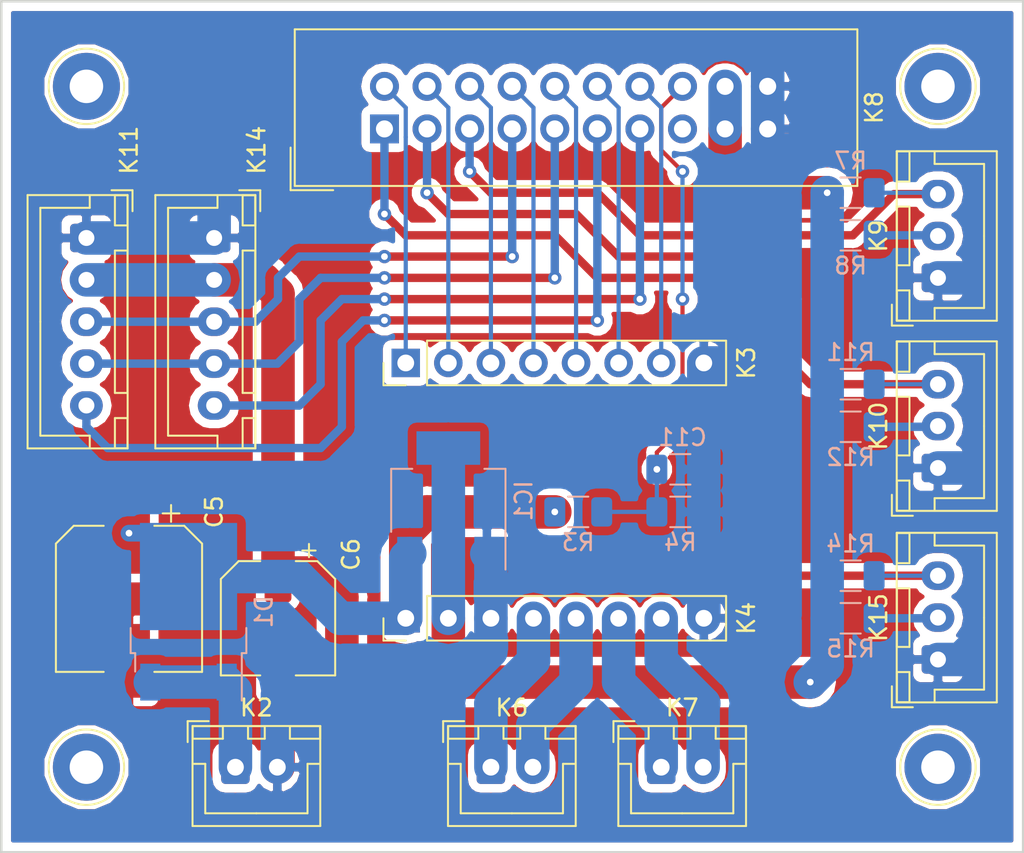
<source format=kicad_pcb>
(kicad_pcb (version 20171130) (host pcbnew 5.0.2-bee76a0~70~ubuntu18.04.1)

  (general
    (thickness 1.6)
    (drawings 4)
    (tracks 220)
    (zones 0)
    (modules 28)
    (nets 28)
  )

  (page A4)
  (layers
    (0 F.Cu signal)
    (31 B.Cu signal)
    (32 B.Adhes user)
    (33 F.Adhes user)
    (34 B.Paste user)
    (35 F.Paste user)
    (36 B.SilkS user)
    (37 F.SilkS user)
    (38 B.Mask user)
    (39 F.Mask user)
    (40 Dwgs.User user)
    (41 Cmts.User user)
    (42 Eco1.User user)
    (43 Eco2.User user)
    (44 Edge.Cuts user)
    (45 Margin user)
    (46 B.CrtYd user)
    (47 F.CrtYd user)
    (48 B.Fab user hide)
    (49 F.Fab user hide)
  )

  (setup
    (last_trace_width 0.5)
    (trace_clearance 0.2)
    (zone_clearance 0.508)
    (zone_45_only no)
    (trace_min 0.2)
    (segment_width 0.2)
    (edge_width 0.15)
    (via_size 0.8)
    (via_drill 0.4)
    (via_min_size 0.4)
    (via_min_drill 0.3)
    (uvia_size 0.3)
    (uvia_drill 0.1)
    (uvias_allowed no)
    (uvia_min_size 0.2)
    (uvia_min_drill 0.1)
    (pcb_text_width 0.3)
    (pcb_text_size 1.5 1.5)
    (mod_edge_width 0.15)
    (mod_text_size 1 1)
    (mod_text_width 0.15)
    (pad_size 1.524 1.524)
    (pad_drill 0.762)
    (pad_to_mask_clearance 0.051)
    (solder_mask_min_width 0.25)
    (aux_axis_origin 0 0)
    (visible_elements FFFFFFFF)
    (pcbplotparams
      (layerselection 0x010f0_ffffffff)
      (usegerberextensions false)
      (usegerberattributes false)
      (usegerberadvancedattributes false)
      (creategerberjobfile false)
      (excludeedgelayer false)
      (linewidth 0.150000)
      (plotframeref false)
      (viasonmask false)
      (mode 1)
      (useauxorigin true)
      (hpglpennumber 1)
      (hpglpenspeed 20)
      (hpglpendiameter 15.000000)
      (psnegative false)
      (psa4output false)
      (plotreference true)
      (plotvalue true)
      (plotinvisibletext false)
      (padsonsilk true)
      (subtractmaskfromsilk false)
      (outputformat 1)
      (mirror false)
      (drillshape 0)
      (scaleselection 1)
      (outputdirectory "Gerber_PCB_Interface/"))
  )

  (net 0 "")
  (net 1 GND)
  (net 2 VCC)
  (net 3 +BATT)
  (net 4 "Net-(D1-Pad1)")
  (net 5 VBATT)
  (net 6 DAVG)
  (net 7 DAVD)
  (net 8 DARC)
  (net 9 DIR1A)
  (net 10 DIR2A)
  (net 11 XSHUT1)
  (net 12 PWMA)
  (net 13 STBY)
  (net 14 DIR1B)
  (net 15 DIR2B)
  (net 16 PWMB)
  (net 17 XSHUT2)
  (net 18 "Net-(K4-Pad4)")
  (net 19 "Net-(K4-Pad5)")
  (net 20 "Net-(K4-Pad6)")
  (net 21 "Net-(K4-Pad7)")
  (net 22 SDA)
  (net 23 SCL)
  (net 24 "Net-(K9-Pad2)")
  (net 25 "Net-(K10-Pad2)")
  (net 26 "Net-(K15-Pad2)")
  (net 27 "Net-(K8-Pad15)")

  (net_class Default "Ceci est la Netclass par défaut."
    (clearance 0.2)
    (trace_width 0.5)
    (via_dia 0.8)
    (via_drill 0.4)
    (uvia_dia 0.3)
    (uvia_drill 0.1)
    (add_net DARC)
    (add_net DAVD)
    (add_net DAVG)
    (add_net "Net-(K10-Pad2)")
    (add_net "Net-(K15-Pad2)")
    (add_net "Net-(K8-Pad15)")
    (add_net "Net-(K9-Pad2)")
    (add_net SCL)
    (add_net SDA)
    (add_net XSHUT1)
    (add_net XSHUT2)
  )

  (net_class Inter-pad ""
    (clearance 0.2)
    (trace_width 0.25)
    (via_dia 0.8)
    (via_drill 0.4)
    (uvia_dia 0.3)
    (uvia_drill 0.1)
    (add_net DIR1A)
    (add_net DIR1B)
    (add_net DIR2A)
    (add_net DIR2B)
    (add_net PWMA)
    (add_net PWMB)
    (add_net STBY)
    (add_net VBATT)
  )

  (net_class POWER ""
    (clearance 0.2)
    (trace_width 1)
    (via_dia 0.8)
    (via_drill 0.4)
    (uvia_dia 0.3)
    (uvia_drill 0.1)
    (add_net +BATT)
    (add_net GND)
    (add_net "Net-(D1-Pad1)")
    (add_net "Net-(K4-Pad4)")
    (add_net "Net-(K4-Pad5)")
    (add_net "Net-(K4-Pad6)")
    (add_net "Net-(K4-Pad7)")
    (add_net VCC)
  )

  (module Connector_IDC:IDC-Header_2x10_P2.54mm_Vertical (layer F.Cu) (tedit 59DE0251) (tstamp 5C69300D)
    (at 106.68 76.2 90)
    (descr "Through hole straight IDC box header, 2x10, 2.54mm pitch, double rows")
    (tags "Through hole IDC box header THT 2x10 2.54mm double row")
    (path /5C5C1C51)
    (fp_text reference K8 (at 1.27 29.21 90) (layer F.SilkS)
      (effects (font (size 1 1) (thickness 0.15)))
    )
    (fp_text value INTERFACE (at 1.27 29.464 90) (layer F.Fab)
      (effects (font (size 1 1) (thickness 0.15)))
    )
    (fp_line (start -3.655 -5.6) (end -1.115 -5.6) (layer F.SilkS) (width 0.12))
    (fp_line (start -3.655 -5.6) (end -3.655 -3.06) (layer F.SilkS) (width 0.12))
    (fp_line (start -3.405 -5.35) (end 5.945 -5.35) (layer F.SilkS) (width 0.12))
    (fp_line (start -3.405 28.21) (end -3.405 -5.35) (layer F.SilkS) (width 0.12))
    (fp_line (start 5.945 28.21) (end -3.405 28.21) (layer F.SilkS) (width 0.12))
    (fp_line (start 5.945 -5.35) (end 5.945 28.21) (layer F.SilkS) (width 0.12))
    (fp_line (start -3.41 -5.35) (end 5.95 -5.35) (layer F.CrtYd) (width 0.05))
    (fp_line (start -3.41 28.21) (end -3.41 -5.35) (layer F.CrtYd) (width 0.05))
    (fp_line (start 5.95 28.21) (end -3.41 28.21) (layer F.CrtYd) (width 0.05))
    (fp_line (start 5.95 -5.35) (end 5.95 28.21) (layer F.CrtYd) (width 0.05))
    (fp_line (start -3.155 27.96) (end -2.605 27.4) (layer F.Fab) (width 0.1))
    (fp_line (start -3.155 -5.1) (end -2.605 -4.56) (layer F.Fab) (width 0.1))
    (fp_line (start 5.695 27.96) (end 5.145 27.4) (layer F.Fab) (width 0.1))
    (fp_line (start 5.695 -5.1) (end 5.145 -4.56) (layer F.Fab) (width 0.1))
    (fp_line (start 5.145 27.4) (end -2.605 27.4) (layer F.Fab) (width 0.1))
    (fp_line (start 5.695 27.96) (end -3.155 27.96) (layer F.Fab) (width 0.1))
    (fp_line (start 5.145 -4.56) (end -2.605 -4.56) (layer F.Fab) (width 0.1))
    (fp_line (start 5.695 -5.1) (end -3.155 -5.1) (layer F.Fab) (width 0.1))
    (fp_line (start -2.605 13.68) (end -3.155 13.68) (layer F.Fab) (width 0.1))
    (fp_line (start -2.605 9.18) (end -3.155 9.18) (layer F.Fab) (width 0.1))
    (fp_line (start -2.605 13.68) (end -2.605 27.4) (layer F.Fab) (width 0.1))
    (fp_line (start -2.605 -4.56) (end -2.605 9.18) (layer F.Fab) (width 0.1))
    (fp_line (start -3.155 -5.1) (end -3.155 27.96) (layer F.Fab) (width 0.1))
    (fp_line (start 5.145 -4.56) (end 5.145 27.4) (layer F.Fab) (width 0.1))
    (fp_line (start 5.695 -5.1) (end 5.695 27.96) (layer F.Fab) (width 0.1))
    (fp_text user %R (at 1.27 11.43 90) (layer F.Fab)
      (effects (font (size 1 1) (thickness 0.15)))
    )
    (pad 20 thru_hole oval (at 2.54 22.86 90) (size 1.7272 1.7272) (drill 1.016) (layers *.Cu *.Mask)
      (net 1 GND))
    (pad 19 thru_hole oval (at 0 22.86 90) (size 1.7272 1.7272) (drill 1.016) (layers *.Cu *.Mask)
      (net 1 GND))
    (pad 18 thru_hole oval (at 2.54 20.32 90) (size 1.7272 1.7272) (drill 1.016) (layers *.Cu *.Mask)
      (net 2 VCC))
    (pad 17 thru_hole oval (at 0 20.32 90) (size 1.7272 1.7272) (drill 1.016) (layers *.Cu *.Mask)
      (net 2 VCC))
    (pad 16 thru_hole oval (at 2.54 17.78 90) (size 1.7272 1.7272) (drill 1.016) (layers *.Cu *.Mask)
      (net 5 VBATT))
    (pad 15 thru_hole oval (at 0 17.78 90) (size 1.7272 1.7272) (drill 1.016) (layers *.Cu *.Mask)
      (net 27 "Net-(K8-Pad15)"))
    (pad 14 thru_hole oval (at 2.54 15.24 90) (size 1.7272 1.7272) (drill 1.016) (layers *.Cu *.Mask)
      (net 16 PWMB))
    (pad 13 thru_hole oval (at 0 15.24 90) (size 1.7272 1.7272) (drill 1.016) (layers *.Cu *.Mask)
      (net 17 XSHUT2))
    (pad 12 thru_hole oval (at 2.54 12.7 90) (size 1.7272 1.7272) (drill 1.016) (layers *.Cu *.Mask)
      (net 15 DIR2B))
    (pad 11 thru_hole oval (at 0 12.7 90) (size 1.7272 1.7272) (drill 1.016) (layers *.Cu *.Mask)
      (net 11 XSHUT1))
    (pad 10 thru_hole oval (at 2.54 10.16 90) (size 1.7272 1.7272) (drill 1.016) (layers *.Cu *.Mask)
      (net 14 DIR1B))
    (pad 9 thru_hole oval (at 0 10.16 90) (size 1.7272 1.7272) (drill 1.016) (layers *.Cu *.Mask)
      (net 22 SDA))
    (pad 8 thru_hole oval (at 2.54 7.62 90) (size 1.7272 1.7272) (drill 1.016) (layers *.Cu *.Mask)
      (net 13 STBY))
    (pad 7 thru_hole oval (at 0 7.62 90) (size 1.7272 1.7272) (drill 1.016) (layers *.Cu *.Mask)
      (net 23 SCL))
    (pad 6 thru_hole oval (at 2.54 5.08 90) (size 1.7272 1.7272) (drill 1.016) (layers *.Cu *.Mask)
      (net 9 DIR1A))
    (pad 5 thru_hole oval (at 0 5.08 90) (size 1.7272 1.7272) (drill 1.016) (layers *.Cu *.Mask)
      (net 6 DAVG))
    (pad 4 thru_hole oval (at 2.54 2.54 90) (size 1.7272 1.7272) (drill 1.016) (layers *.Cu *.Mask)
      (net 10 DIR2A))
    (pad 3 thru_hole oval (at 0 2.54 90) (size 1.7272 1.7272) (drill 1.016) (layers *.Cu *.Mask)
      (net 7 DAVD))
    (pad 2 thru_hole oval (at 2.54 0 90) (size 1.7272 1.7272) (drill 1.016) (layers *.Cu *.Mask)
      (net 12 PWMA))
    (pad 1 thru_hole rect (at 0 0 90) (size 1.7272 1.7272) (drill 1.016) (layers *.Cu *.Mask)
      (net 8 DARC))
    (model ${KISYS3DMOD}/Connector_IDC.3dshapes/IDC-Header_2x10_P2.54mm_Vertical.wrl
      (at (xyz 0 0 0))
      (scale (xyz 1 1 1))
      (rotate (xyz 0 0 0))
    )
  )

  (module Connector_JST:JST_XH_B03B-XH-A_1x03_P2.50mm_Vertical (layer F.Cu) (tedit 5B7754C5) (tstamp 5C6241E6)
    (at 139.7 85.09 90)
    (descr "JST XH series connector, B03B-XH-A (http://www.jst-mfg.com/product/pdf/eng/eXH.pdf), generated with kicad-footprint-generator")
    (tags "connector JST XH side entry")
    (path /5C435149)
    (fp_text reference K9 (at 2.5 -3.55 90) (layer F.SilkS)
      (effects (font (size 1 1) (thickness 0.15)))
    )
    (fp_text value DAVG (at 2.5 4.6 90) (layer F.Fab)
      (effects (font (size 1 1) (thickness 0.15)))
    )
    (fp_line (start -2.45 -2.35) (end -2.45 3.4) (layer F.Fab) (width 0.1))
    (fp_line (start -2.45 3.4) (end 7.45 3.4) (layer F.Fab) (width 0.1))
    (fp_line (start 7.45 3.4) (end 7.45 -2.35) (layer F.Fab) (width 0.1))
    (fp_line (start 7.45 -2.35) (end -2.45 -2.35) (layer F.Fab) (width 0.1))
    (fp_line (start -2.56 -2.46) (end -2.56 3.51) (layer F.SilkS) (width 0.12))
    (fp_line (start -2.56 3.51) (end 7.56 3.51) (layer F.SilkS) (width 0.12))
    (fp_line (start 7.56 3.51) (end 7.56 -2.46) (layer F.SilkS) (width 0.12))
    (fp_line (start 7.56 -2.46) (end -2.56 -2.46) (layer F.SilkS) (width 0.12))
    (fp_line (start -2.95 -2.85) (end -2.95 3.9) (layer F.CrtYd) (width 0.05))
    (fp_line (start -2.95 3.9) (end 7.95 3.9) (layer F.CrtYd) (width 0.05))
    (fp_line (start 7.95 3.9) (end 7.95 -2.85) (layer F.CrtYd) (width 0.05))
    (fp_line (start 7.95 -2.85) (end -2.95 -2.85) (layer F.CrtYd) (width 0.05))
    (fp_line (start -0.625 -2.35) (end 0 -1.35) (layer F.Fab) (width 0.1))
    (fp_line (start 0 -1.35) (end 0.625 -2.35) (layer F.Fab) (width 0.1))
    (fp_line (start 0.75 -2.45) (end 0.75 -1.7) (layer F.SilkS) (width 0.12))
    (fp_line (start 0.75 -1.7) (end 4.25 -1.7) (layer F.SilkS) (width 0.12))
    (fp_line (start 4.25 -1.7) (end 4.25 -2.45) (layer F.SilkS) (width 0.12))
    (fp_line (start 4.25 -2.45) (end 0.75 -2.45) (layer F.SilkS) (width 0.12))
    (fp_line (start -2.55 -2.45) (end -2.55 -1.7) (layer F.SilkS) (width 0.12))
    (fp_line (start -2.55 -1.7) (end -0.75 -1.7) (layer F.SilkS) (width 0.12))
    (fp_line (start -0.75 -1.7) (end -0.75 -2.45) (layer F.SilkS) (width 0.12))
    (fp_line (start -0.75 -2.45) (end -2.55 -2.45) (layer F.SilkS) (width 0.12))
    (fp_line (start 5.75 -2.45) (end 5.75 -1.7) (layer F.SilkS) (width 0.12))
    (fp_line (start 5.75 -1.7) (end 7.55 -1.7) (layer F.SilkS) (width 0.12))
    (fp_line (start 7.55 -1.7) (end 7.55 -2.45) (layer F.SilkS) (width 0.12))
    (fp_line (start 7.55 -2.45) (end 5.75 -2.45) (layer F.SilkS) (width 0.12))
    (fp_line (start -2.55 -0.2) (end -1.8 -0.2) (layer F.SilkS) (width 0.12))
    (fp_line (start -1.8 -0.2) (end -1.8 2.75) (layer F.SilkS) (width 0.12))
    (fp_line (start -1.8 2.75) (end 2.5 2.75) (layer F.SilkS) (width 0.12))
    (fp_line (start 7.55 -0.2) (end 6.8 -0.2) (layer F.SilkS) (width 0.12))
    (fp_line (start 6.8 -0.2) (end 6.8 2.75) (layer F.SilkS) (width 0.12))
    (fp_line (start 6.8 2.75) (end 2.5 2.75) (layer F.SilkS) (width 0.12))
    (fp_line (start -1.6 -2.75) (end -2.85 -2.75) (layer F.SilkS) (width 0.12))
    (fp_line (start -2.85 -2.75) (end -2.85 -1.5) (layer F.SilkS) (width 0.12))
    (fp_text user %R (at 2.5 2.7 90) (layer F.Fab)
      (effects (font (size 1 1) (thickness 0.15)))
    )
    (pad 1 thru_hole roundrect (at 0 0 90) (size 1.7 1.95) (drill 0.95) (layers *.Cu *.Mask) (roundrect_rratio 0.147059)
      (net 1 GND))
    (pad 2 thru_hole oval (at 2.5 0 90) (size 1.7 1.95) (drill 0.95) (layers *.Cu *.Mask)
      (net 24 "Net-(K9-Pad2)"))
    (pad 3 thru_hole oval (at 5 0 90) (size 1.7 1.95) (drill 0.95) (layers *.Cu *.Mask)
      (net 6 DAVG))
    (model ${KISYS3DMOD}/Connector_JST.3dshapes/JST_XH_B03B-XH-A_1x03_P2.50mm_Vertical.wrl
      (at (xyz 0 0 0))
      (scale (xyz 1 1 1))
      (rotate (xyz 0 0 0))
    )
  )

  (module Connector_JST:JST_XH_B05B-XH-A_1x05_P2.50mm_Vertical (layer F.Cu) (tedit 5B7754C5) (tstamp 5C695A1F)
    (at 96.52 82.71 270)
    (descr "JST XH series connector, B05B-XH-A (http://www.jst-mfg.com/product/pdf/eng/eXH.pdf), generated with kicad-footprint-generator")
    (tags "connector JST XH side entry")
    (path /5C69206C)
    (fp_text reference K14 (at -5.24 -2.54 270) (layer F.SilkS)
      (effects (font (size 1 1) (thickness 0.15)))
    )
    (fp_text value "TOF ARRIERE" (at 5 4.6 270) (layer F.Fab)
      (effects (font (size 1 1) (thickness 0.15)))
    )
    (fp_line (start -2.45 -2.35) (end -2.45 3.4) (layer F.Fab) (width 0.1))
    (fp_line (start -2.45 3.4) (end 12.45 3.4) (layer F.Fab) (width 0.1))
    (fp_line (start 12.45 3.4) (end 12.45 -2.35) (layer F.Fab) (width 0.1))
    (fp_line (start 12.45 -2.35) (end -2.45 -2.35) (layer F.Fab) (width 0.1))
    (fp_line (start -2.56 -2.46) (end -2.56 3.51) (layer F.SilkS) (width 0.12))
    (fp_line (start -2.56 3.51) (end 12.56 3.51) (layer F.SilkS) (width 0.12))
    (fp_line (start 12.56 3.51) (end 12.56 -2.46) (layer F.SilkS) (width 0.12))
    (fp_line (start 12.56 -2.46) (end -2.56 -2.46) (layer F.SilkS) (width 0.12))
    (fp_line (start -2.95 -2.85) (end -2.95 3.9) (layer F.CrtYd) (width 0.05))
    (fp_line (start -2.95 3.9) (end 12.95 3.9) (layer F.CrtYd) (width 0.05))
    (fp_line (start 12.95 3.9) (end 12.95 -2.85) (layer F.CrtYd) (width 0.05))
    (fp_line (start 12.95 -2.85) (end -2.95 -2.85) (layer F.CrtYd) (width 0.05))
    (fp_line (start -0.625 -2.35) (end 0 -1.35) (layer F.Fab) (width 0.1))
    (fp_line (start 0 -1.35) (end 0.625 -2.35) (layer F.Fab) (width 0.1))
    (fp_line (start 0.75 -2.45) (end 0.75 -1.7) (layer F.SilkS) (width 0.12))
    (fp_line (start 0.75 -1.7) (end 9.25 -1.7) (layer F.SilkS) (width 0.12))
    (fp_line (start 9.25 -1.7) (end 9.25 -2.45) (layer F.SilkS) (width 0.12))
    (fp_line (start 9.25 -2.45) (end 0.75 -2.45) (layer F.SilkS) (width 0.12))
    (fp_line (start -2.55 -2.45) (end -2.55 -1.7) (layer F.SilkS) (width 0.12))
    (fp_line (start -2.55 -1.7) (end -0.75 -1.7) (layer F.SilkS) (width 0.12))
    (fp_line (start -0.75 -1.7) (end -0.75 -2.45) (layer F.SilkS) (width 0.12))
    (fp_line (start -0.75 -2.45) (end -2.55 -2.45) (layer F.SilkS) (width 0.12))
    (fp_line (start 10.75 -2.45) (end 10.75 -1.7) (layer F.SilkS) (width 0.12))
    (fp_line (start 10.75 -1.7) (end 12.55 -1.7) (layer F.SilkS) (width 0.12))
    (fp_line (start 12.55 -1.7) (end 12.55 -2.45) (layer F.SilkS) (width 0.12))
    (fp_line (start 12.55 -2.45) (end 10.75 -2.45) (layer F.SilkS) (width 0.12))
    (fp_line (start -2.55 -0.2) (end -1.8 -0.2) (layer F.SilkS) (width 0.12))
    (fp_line (start -1.8 -0.2) (end -1.8 2.75) (layer F.SilkS) (width 0.12))
    (fp_line (start -1.8 2.75) (end 5 2.75) (layer F.SilkS) (width 0.12))
    (fp_line (start 12.55 -0.2) (end 11.8 -0.2) (layer F.SilkS) (width 0.12))
    (fp_line (start 11.8 -0.2) (end 11.8 2.75) (layer F.SilkS) (width 0.12))
    (fp_line (start 11.8 2.75) (end 5 2.75) (layer F.SilkS) (width 0.12))
    (fp_line (start -1.6 -2.75) (end -2.85 -2.75) (layer F.SilkS) (width 0.12))
    (fp_line (start -2.85 -2.75) (end -2.85 -1.5) (layer F.SilkS) (width 0.12))
    (fp_text user %R (at 5 2.7 270) (layer F.Fab)
      (effects (font (size 1 1) (thickness 0.15)))
    )
    (pad 1 thru_hole roundrect (at 0 0 270) (size 1.7 1.95) (drill 0.95) (layers *.Cu *.Mask) (roundrect_rratio 0.147059)
      (net 1 GND))
    (pad 2 thru_hole oval (at 2.5 0 270) (size 1.7 1.95) (drill 0.95) (layers *.Cu *.Mask)
      (net 2 VCC))
    (pad 3 thru_hole oval (at 5 0 270) (size 1.7 1.95) (drill 0.95) (layers *.Cu *.Mask)
      (net 23 SCL))
    (pad 4 thru_hole oval (at 7.5 0 270) (size 1.7 1.95) (drill 0.95) (layers *.Cu *.Mask)
      (net 22 SDA))
    (pad 5 thru_hole oval (at 10 0 270) (size 1.7 1.95) (drill 0.95) (layers *.Cu *.Mask)
      (net 17 XSHUT2))
    (model ${KISYS3DMOD}/Connector_JST.3dshapes/JST_XH_B05B-XH-A_1x05_P2.50mm_Vertical.wrl
      (at (xyz 0 0 0))
      (scale (xyz 1 1 1))
      (rotate (xyz 0 0 0))
    )
  )

  (module Package_TO_SOT_SMD:SOT-223-3_TabPin2 (layer B.Cu) (tedit 5A02FF57) (tstamp 5C692E63)
    (at 110.49 98.4 90)
    (descr "module CMS SOT223 4 pins")
    (tags "CMS SOT")
    (path /5C2FA8F4)
    (attr smd)
    (fp_text reference IC1 (at 0 4.5 90) (layer B.SilkS)
      (effects (font (size 1 1) (thickness 0.15)) (justify mirror))
    )
    (fp_text value AP1117-33 (at 0 -4.5 90) (layer B.Fab)
      (effects (font (size 1 1) (thickness 0.15)) (justify mirror))
    )
    (fp_text user %R (at 0 0) (layer B.Fab)
      (effects (font (size 0.8 0.8) (thickness 0.12)) (justify mirror))
    )
    (fp_line (start 1.91 -3.41) (end 1.91 -2.15) (layer B.SilkS) (width 0.12))
    (fp_line (start 1.91 3.41) (end 1.91 2.15) (layer B.SilkS) (width 0.12))
    (fp_line (start 4.4 3.6) (end -4.4 3.6) (layer B.CrtYd) (width 0.05))
    (fp_line (start 4.4 -3.6) (end 4.4 3.6) (layer B.CrtYd) (width 0.05))
    (fp_line (start -4.4 -3.6) (end 4.4 -3.6) (layer B.CrtYd) (width 0.05))
    (fp_line (start -4.4 3.6) (end -4.4 -3.6) (layer B.CrtYd) (width 0.05))
    (fp_line (start -1.85 2.35) (end -0.85 3.35) (layer B.Fab) (width 0.1))
    (fp_line (start -1.85 2.35) (end -1.85 -3.35) (layer B.Fab) (width 0.1))
    (fp_line (start -1.85 -3.41) (end 1.91 -3.41) (layer B.SilkS) (width 0.12))
    (fp_line (start -0.85 3.35) (end 1.85 3.35) (layer B.Fab) (width 0.1))
    (fp_line (start -4.1 3.41) (end 1.91 3.41) (layer B.SilkS) (width 0.12))
    (fp_line (start -1.85 -3.35) (end 1.85 -3.35) (layer B.Fab) (width 0.1))
    (fp_line (start 1.85 3.35) (end 1.85 -3.35) (layer B.Fab) (width 0.1))
    (pad 2 smd rect (at 3.15 0 90) (size 2 3.8) (layers B.Cu B.Paste B.Mask)
      (net 2 VCC))
    (pad 2 smd rect (at -3.15 0 90) (size 2 1.5) (layers B.Cu B.Paste B.Mask)
      (net 2 VCC))
    (pad 3 smd rect (at -3.15 -2.3 90) (size 2 1.5) (layers B.Cu B.Paste B.Mask)
      (net 3 +BATT))
    (pad 1 smd rect (at -3.15 2.3 90) (size 2 1.5) (layers B.Cu B.Paste B.Mask)
      (net 1 GND))
    (model ${KISYS3DMOD}/Package_TO_SOT_SMD.3dshapes/SOT-223.wrl
      (at (xyz 0 0 0))
      (scale (xyz 1 1 1))
      (rotate (xyz 0 0 0))
    )
  )

  (module TestPoint:TestPoint_THTPad_D4.0mm_Drill2.0mm (layer F.Cu) (tedit 5C556ED7) (tstamp 5C5B55F3)
    (at 88.9 114.3)
    (descr "THT pad as test Point, diameter 4.0mm, hole diameter 2.0mm")
    (tags "test point THT pad")
    (attr virtual)
    (fp_text reference "" (at 0 -2.898) (layer F.SilkS)
      (effects (font (size 1 1) (thickness 0.15)))
    )
    (fp_text value "" (at 0 3.1) (layer F.Fab)
      (effects (font (size 1 1) (thickness 0.15)))
    )
    (fp_circle (center 0 0) (end 0 2.25) (layer F.SilkS) (width 0.12))
    (fp_circle (center 0 0) (end 2.5 0) (layer F.CrtYd) (width 0.05))
    (fp_text user %R (at 0 -2.9) (layer F.Fab)
      (effects (font (size 1 1) (thickness 0.15)))
    )
    (pad 1 thru_hole circle (at 0 0) (size 4 4) (drill 2) (layers *.Cu *.Mask))
  )

  (module TestPoint:TestPoint_THTPad_D4.0mm_Drill2.0mm (layer F.Cu) (tedit 5C556ECE) (tstamp 5C5B55DE)
    (at 139.7 114.3)
    (descr "THT pad as test Point, diameter 4.0mm, hole diameter 2.0mm")
    (tags "test point THT pad")
    (attr virtual)
    (fp_text reference "" (at 0 -2.898) (layer F.SilkS)
      (effects (font (size 1 1) (thickness 0.15)))
    )
    (fp_text value "" (at 0 3.1) (layer F.Fab)
      (effects (font (size 1 1) (thickness 0.15)))
    )
    (fp_circle (center 0 0) (end 0 2.25) (layer F.SilkS) (width 0.12))
    (fp_circle (center 0 0) (end 2.5 0) (layer F.CrtYd) (width 0.05))
    (fp_text user %R (at 0 -2.9) (layer F.Fab)
      (effects (font (size 1 1) (thickness 0.15)))
    )
    (pad 1 thru_hole circle (at 0 0) (size 4 4) (drill 2) (layers *.Cu *.Mask))
  )

  (module TestPoint:TestPoint_THTPad_D4.0mm_Drill2.0mm (layer F.Cu) (tedit 5C556EE7) (tstamp 5C5B55C9)
    (at 88.9 73.66)
    (descr "THT pad as test Point, diameter 4.0mm, hole diameter 2.0mm")
    (tags "test point THT pad")
    (attr virtual)
    (fp_text reference "" (at 0 -2.898) (layer F.SilkS)
      (effects (font (size 1 1) (thickness 0.15)))
    )
    (fp_text value "" (at 0 3.1) (layer F.Fab)
      (effects (font (size 1 1) (thickness 0.15)))
    )
    (fp_circle (center 0 0) (end 0 2.25) (layer F.SilkS) (width 0.12))
    (fp_circle (center 0 0) (end 2.5 0) (layer F.CrtYd) (width 0.05))
    (fp_text user %R (at 0 -2.9) (layer F.Fab)
      (effects (font (size 1 1) (thickness 0.15)))
    )
    (pad 1 thru_hole circle (at 0 0) (size 4 4) (drill 2) (layers *.Cu *.Mask))
  )

  (module TestPoint:TestPoint_THTPad_D4.0mm_Drill2.0mm (layer F.Cu) (tedit 5C556EC4) (tstamp 5C5B55B4)
    (at 139.7 73.66)
    (descr "THT pad as test Point, diameter 4.0mm, hole diameter 2.0mm")
    (tags "test point THT pad")
    (attr virtual)
    (fp_text reference "" (at 0 -2.898) (layer F.SilkS)
      (effects (font (size 1 1) (thickness 0.15)))
    )
    (fp_text value "" (at 0 3.1) (layer F.Fab)
      (effects (font (size 1 1) (thickness 0.15)))
    )
    (fp_circle (center 0 0) (end 0 2.25) (layer F.SilkS) (width 0.12))
    (fp_circle (center 0 0) (end 2.5 0) (layer F.CrtYd) (width 0.05))
    (fp_text user %R (at 0 -2.9) (layer F.Fab)
      (effects (font (size 1 1) (thickness 0.15)))
    )
    (pad 1 thru_hole circle (at 0 0) (size 4 4) (drill 2) (layers *.Cu *.Mask))
  )

  (module Capacitor_SMD:CP_Elec_8x10.5 (layer F.Cu) (tedit 5BCA39D0) (tstamp 5C692D99)
    (at 91.44 104.25 270)
    (descr "SMD capacitor, aluminum electrolytic, Vishay 0810, 8.0x10.5mm, http://www.vishay.com/docs/28395/150crz.pdf")
    (tags "capacitor electrolytic")
    (path /5C2FACA8)
    (attr smd)
    (fp_text reference C5 (at -5.19 -5.08 270) (layer F.SilkS)
      (effects (font (size 1 1) (thickness 0.15)))
    )
    (fp_text value 330u (at 0 5.3 270) (layer F.Fab)
      (effects (font (size 1 1) (thickness 0.15)))
    )
    (fp_circle (center 0 0) (end 4 0) (layer F.Fab) (width 0.1))
    (fp_line (start 4.25 -4.25) (end 4.25 4.25) (layer F.Fab) (width 0.1))
    (fp_line (start -3.25 -4.25) (end 4.25 -4.25) (layer F.Fab) (width 0.1))
    (fp_line (start -3.25 4.25) (end 4.25 4.25) (layer F.Fab) (width 0.1))
    (fp_line (start -4.25 -3.25) (end -4.25 3.25) (layer F.Fab) (width 0.1))
    (fp_line (start -4.25 -3.25) (end -3.25 -4.25) (layer F.Fab) (width 0.1))
    (fp_line (start -4.25 3.25) (end -3.25 4.25) (layer F.Fab) (width 0.1))
    (fp_line (start -3.562278 -1.5) (end -2.762278 -1.5) (layer F.Fab) (width 0.1))
    (fp_line (start -3.162278 -1.9) (end -3.162278 -1.1) (layer F.Fab) (width 0.1))
    (fp_line (start 4.36 4.36) (end 4.36 1.51) (layer F.SilkS) (width 0.12))
    (fp_line (start 4.36 -4.36) (end 4.36 -1.51) (layer F.SilkS) (width 0.12))
    (fp_line (start -3.295563 -4.36) (end 4.36 -4.36) (layer F.SilkS) (width 0.12))
    (fp_line (start -3.295563 4.36) (end 4.36 4.36) (layer F.SilkS) (width 0.12))
    (fp_line (start -4.36 3.295563) (end -4.36 1.51) (layer F.SilkS) (width 0.12))
    (fp_line (start -4.36 -3.295563) (end -4.36 -1.51) (layer F.SilkS) (width 0.12))
    (fp_line (start -4.36 -3.295563) (end -3.295563 -4.36) (layer F.SilkS) (width 0.12))
    (fp_line (start -4.36 3.295563) (end -3.295563 4.36) (layer F.SilkS) (width 0.12))
    (fp_line (start -5.6 -2.51) (end -4.6 -2.51) (layer F.SilkS) (width 0.12))
    (fp_line (start -5.1 -3.01) (end -5.1 -2.01) (layer F.SilkS) (width 0.12))
    (fp_line (start 4.5 -4.5) (end 4.5 -1.5) (layer F.CrtYd) (width 0.05))
    (fp_line (start 4.5 -1.5) (end 6.15 -1.5) (layer F.CrtYd) (width 0.05))
    (fp_line (start 6.15 -1.5) (end 6.15 1.5) (layer F.CrtYd) (width 0.05))
    (fp_line (start 6.15 1.5) (end 4.5 1.5) (layer F.CrtYd) (width 0.05))
    (fp_line (start 4.5 1.5) (end 4.5 4.5) (layer F.CrtYd) (width 0.05))
    (fp_line (start -3.35 4.5) (end 4.5 4.5) (layer F.CrtYd) (width 0.05))
    (fp_line (start -3.35 -4.5) (end 4.5 -4.5) (layer F.CrtYd) (width 0.05))
    (fp_line (start -4.5 3.35) (end -3.35 4.5) (layer F.CrtYd) (width 0.05))
    (fp_line (start -4.5 -3.35) (end -3.35 -4.5) (layer F.CrtYd) (width 0.05))
    (fp_line (start -4.5 -3.35) (end -4.5 -1.5) (layer F.CrtYd) (width 0.05))
    (fp_line (start -4.5 1.5) (end -4.5 3.35) (layer F.CrtYd) (width 0.05))
    (fp_line (start -4.5 -1.5) (end -6.15 -1.5) (layer F.CrtYd) (width 0.05))
    (fp_line (start -6.15 -1.5) (end -6.15 1.5) (layer F.CrtYd) (width 0.05))
    (fp_line (start -6.15 1.5) (end -4.5 1.5) (layer F.CrtYd) (width 0.05))
    (fp_text user %R (at 0 0 270) (layer F.Fab)
      (effects (font (size 1 1) (thickness 0.15)))
    )
    (pad 1 smd roundrect (at -3.7 0 270) (size 4.4 2.5) (layers F.Cu F.Paste F.Mask) (roundrect_rratio 0.1)
      (net 3 +BATT))
    (pad 2 smd roundrect (at 3.7 0 270) (size 4.4 2.5) (layers F.Cu F.Paste F.Mask) (roundrect_rratio 0.1)
      (net 1 GND))
    (model ${KISYS3DMOD}/Capacitor_SMD.3dshapes/CP_Elec_8x10.5.wrl
      (at (xyz 0 0 0))
      (scale (xyz 1 1 1))
      (rotate (xyz 0 0 0))
    )
  )

  (module Capacitor_SMD:CP_Elec_6.3x7.7 (layer F.Cu) (tedit 5BCA39D0) (tstamp 5C64F317)
    (at 100.33 105.41 270)
    (descr "SMD capacitor, aluminum electrolytic, Nichicon, 6.3x7.7mm")
    (tags "capacitor electrolytic")
    (path /5C2FAD8D)
    (attr smd)
    (fp_text reference C6 (at -3.81 -4.35 270) (layer F.SilkS)
      (effects (font (size 1 1) (thickness 0.15)))
    )
    (fp_text value 100u (at 0 4.35 270) (layer F.Fab)
      (effects (font (size 1 1) (thickness 0.15)))
    )
    (fp_circle (center 0 0) (end 3.15 0) (layer F.Fab) (width 0.1))
    (fp_line (start 3.3 -3.3) (end 3.3 3.3) (layer F.Fab) (width 0.1))
    (fp_line (start -2.3 -3.3) (end 3.3 -3.3) (layer F.Fab) (width 0.1))
    (fp_line (start -2.3 3.3) (end 3.3 3.3) (layer F.Fab) (width 0.1))
    (fp_line (start -3.3 -2.3) (end -3.3 2.3) (layer F.Fab) (width 0.1))
    (fp_line (start -3.3 -2.3) (end -2.3 -3.3) (layer F.Fab) (width 0.1))
    (fp_line (start -3.3 2.3) (end -2.3 3.3) (layer F.Fab) (width 0.1))
    (fp_line (start -2.704838 -1.33) (end -2.074838 -1.33) (layer F.Fab) (width 0.1))
    (fp_line (start -2.389838 -1.645) (end -2.389838 -1.015) (layer F.Fab) (width 0.1))
    (fp_line (start 3.41 3.41) (end 3.41 1.06) (layer F.SilkS) (width 0.12))
    (fp_line (start 3.41 -3.41) (end 3.41 -1.06) (layer F.SilkS) (width 0.12))
    (fp_line (start -2.345563 -3.41) (end 3.41 -3.41) (layer F.SilkS) (width 0.12))
    (fp_line (start -2.345563 3.41) (end 3.41 3.41) (layer F.SilkS) (width 0.12))
    (fp_line (start -3.41 2.345563) (end -3.41 1.06) (layer F.SilkS) (width 0.12))
    (fp_line (start -3.41 -2.345563) (end -3.41 -1.06) (layer F.SilkS) (width 0.12))
    (fp_line (start -3.41 -2.345563) (end -2.345563 -3.41) (layer F.SilkS) (width 0.12))
    (fp_line (start -3.41 2.345563) (end -2.345563 3.41) (layer F.SilkS) (width 0.12))
    (fp_line (start -4.4375 -1.8475) (end -3.65 -1.8475) (layer F.SilkS) (width 0.12))
    (fp_line (start -4.04375 -2.24125) (end -4.04375 -1.45375) (layer F.SilkS) (width 0.12))
    (fp_line (start 3.55 -3.55) (end 3.55 -1.05) (layer F.CrtYd) (width 0.05))
    (fp_line (start 3.55 -1.05) (end 4.7 -1.05) (layer F.CrtYd) (width 0.05))
    (fp_line (start 4.7 -1.05) (end 4.7 1.05) (layer F.CrtYd) (width 0.05))
    (fp_line (start 4.7 1.05) (end 3.55 1.05) (layer F.CrtYd) (width 0.05))
    (fp_line (start 3.55 1.05) (end 3.55 3.55) (layer F.CrtYd) (width 0.05))
    (fp_line (start -2.4 3.55) (end 3.55 3.55) (layer F.CrtYd) (width 0.05))
    (fp_line (start -2.4 -3.55) (end 3.55 -3.55) (layer F.CrtYd) (width 0.05))
    (fp_line (start -3.55 2.4) (end -2.4 3.55) (layer F.CrtYd) (width 0.05))
    (fp_line (start -3.55 -2.4) (end -2.4 -3.55) (layer F.CrtYd) (width 0.05))
    (fp_line (start -3.55 -2.4) (end -3.55 -1.05) (layer F.CrtYd) (width 0.05))
    (fp_line (start -3.55 1.05) (end -3.55 2.4) (layer F.CrtYd) (width 0.05))
    (fp_line (start -3.55 -1.05) (end -4.7 -1.05) (layer F.CrtYd) (width 0.05))
    (fp_line (start -4.7 -1.05) (end -4.7 1.05) (layer F.CrtYd) (width 0.05))
    (fp_line (start -4.7 1.05) (end -3.55 1.05) (layer F.CrtYd) (width 0.05))
    (fp_text user %R (at 0 0 270) (layer F.Fab)
      (effects (font (size 1 1) (thickness 0.15)))
    )
    (pad 1 smd roundrect (at -2.7 0 270) (size 3.5 1.6) (layers F.Cu F.Paste F.Mask) (roundrect_rratio 0.15625)
      (net 2 VCC))
    (pad 2 smd roundrect (at 2.7 0 270) (size 3.5 1.6) (layers F.Cu F.Paste F.Mask) (roundrect_rratio 0.15625)
      (net 1 GND))
    (model ${KISYS3DMOD}/Capacitor_SMD.3dshapes/CP_Elec_6.3x7.7.wrl
      (at (xyz 0 0 0))
      (scale (xyz 1 1 1))
      (rotate (xyz 0 0 0))
    )
  )

  (module Capacitor_SMD:C_1206_3216Metric (layer B.Cu) (tedit 5B301BBE) (tstamp 5C692E16)
    (at 124.33 96.52)
    (descr "Capacitor SMD 1206 (3216 Metric), square (rectangular) end terminal, IPC_7351 nominal, (Body size source: http://www.tortai-tech.com/upload/download/2011102023233369053.pdf), generated with kicad-footprint-generator")
    (tags capacitor)
    (path /5C5AC3A9)
    (attr smd)
    (fp_text reference C11 (at 0.13 -1.905) (layer B.SilkS)
      (effects (font (size 1 1) (thickness 0.15)) (justify mirror))
    )
    (fp_text value 100n (at 0 -1.82) (layer B.Fab)
      (effects (font (size 1 1) (thickness 0.15)) (justify mirror))
    )
    (fp_text user %R (at 0 0) (layer B.Fab)
      (effects (font (size 0.8 0.8) (thickness 0.12)) (justify mirror))
    )
    (fp_line (start 2.28 -1.12) (end -2.28 -1.12) (layer B.CrtYd) (width 0.05))
    (fp_line (start 2.28 1.12) (end 2.28 -1.12) (layer B.CrtYd) (width 0.05))
    (fp_line (start -2.28 1.12) (end 2.28 1.12) (layer B.CrtYd) (width 0.05))
    (fp_line (start -2.28 -1.12) (end -2.28 1.12) (layer B.CrtYd) (width 0.05))
    (fp_line (start -0.602064 -0.91) (end 0.602064 -0.91) (layer B.SilkS) (width 0.12))
    (fp_line (start -0.602064 0.91) (end 0.602064 0.91) (layer B.SilkS) (width 0.12))
    (fp_line (start 1.6 -0.8) (end -1.6 -0.8) (layer B.Fab) (width 0.1))
    (fp_line (start 1.6 0.8) (end 1.6 -0.8) (layer B.Fab) (width 0.1))
    (fp_line (start -1.6 0.8) (end 1.6 0.8) (layer B.Fab) (width 0.1))
    (fp_line (start -1.6 -0.8) (end -1.6 0.8) (layer B.Fab) (width 0.1))
    (pad 2 smd roundrect (at 1.4 0) (size 1.25 1.75) (layers B.Cu B.Paste B.Mask) (roundrect_rratio 0.2)
      (net 1 GND))
    (pad 1 smd roundrect (at -1.4 0) (size 1.25 1.75) (layers B.Cu B.Paste B.Mask) (roundrect_rratio 0.2)
      (net 5 VBATT))
    (model ${KISYS3DMOD}/Capacitor_SMD.3dshapes/C_1206_3216Metric.wrl
      (at (xyz 0 0 0))
      (scale (xyz 1 1 1))
      (rotate (xyz 0 0 0))
    )
  )

  (module Package_TO_SOT_SMD:TO-252-2 (layer B.Cu) (tedit 5A70A390) (tstamp 5C692E3A)
    (at 94.99 105.02 90)
    (descr "TO-252 / DPAK SMD package, http://www.infineon.com/cms/en/product/packages/PG-TO252/PG-TO252-3-1/")
    (tags "DPAK TO-252 DPAK-3 TO-252-3 SOT-428")
    (path /5C54C6C3)
    (attr smd)
    (fp_text reference D1 (at 0 4.5 90) (layer B.SilkS)
      (effects (font (size 1 1) (thickness 0.15)) (justify mirror))
    )
    (fp_text value MBRD340 (at 0 -4.5 90) (layer B.Fab)
      (effects (font (size 1 1) (thickness 0.15)) (justify mirror))
    )
    (fp_line (start 3.95 2.7) (end 4.95 2.7) (layer B.Fab) (width 0.1))
    (fp_line (start 4.95 2.7) (end 4.95 -2.7) (layer B.Fab) (width 0.1))
    (fp_line (start 4.95 -2.7) (end 3.95 -2.7) (layer B.Fab) (width 0.1))
    (fp_line (start 3.95 3.25) (end 3.95 -3.25) (layer B.Fab) (width 0.1))
    (fp_line (start 3.95 -3.25) (end -2.27 -3.25) (layer B.Fab) (width 0.1))
    (fp_line (start -2.27 -3.25) (end -2.27 2.25) (layer B.Fab) (width 0.1))
    (fp_line (start -2.27 2.25) (end -1.27 3.25) (layer B.Fab) (width 0.1))
    (fp_line (start -1.27 3.25) (end 3.95 3.25) (layer B.Fab) (width 0.1))
    (fp_line (start -1.865 2.655) (end -4.97 2.655) (layer B.Fab) (width 0.1))
    (fp_line (start -4.97 2.655) (end -4.97 1.905) (layer B.Fab) (width 0.1))
    (fp_line (start -4.97 1.905) (end -2.27 1.905) (layer B.Fab) (width 0.1))
    (fp_line (start -2.27 -1.905) (end -4.97 -1.905) (layer B.Fab) (width 0.1))
    (fp_line (start -4.97 -1.905) (end -4.97 -2.655) (layer B.Fab) (width 0.1))
    (fp_line (start -4.97 -2.655) (end -2.27 -2.655) (layer B.Fab) (width 0.1))
    (fp_line (start -0.97 3.45) (end -2.47 3.45) (layer B.SilkS) (width 0.12))
    (fp_line (start -2.47 3.45) (end -2.47 3.18) (layer B.SilkS) (width 0.12))
    (fp_line (start -2.47 3.18) (end -5.3 3.18) (layer B.SilkS) (width 0.12))
    (fp_line (start -0.97 -3.45) (end -2.47 -3.45) (layer B.SilkS) (width 0.12))
    (fp_line (start -2.47 -3.45) (end -2.47 -3.18) (layer B.SilkS) (width 0.12))
    (fp_line (start -2.47 -3.18) (end -3.57 -3.18) (layer B.SilkS) (width 0.12))
    (fp_line (start -5.55 3.5) (end -5.55 -3.5) (layer B.CrtYd) (width 0.05))
    (fp_line (start -5.55 -3.5) (end 5.55 -3.5) (layer B.CrtYd) (width 0.05))
    (fp_line (start 5.55 -3.5) (end 5.55 3.5) (layer B.CrtYd) (width 0.05))
    (fp_line (start 5.55 3.5) (end -5.55 3.5) (layer B.CrtYd) (width 0.05))
    (fp_text user %R (at 0 0 90) (layer B.Fab)
      (effects (font (size 1 1) (thickness 0.15)) (justify mirror))
    )
    (pad 1 smd rect (at -4.2 2.28 90) (size 2.2 1.2) (layers B.Cu B.Paste B.Mask)
      (net 4 "Net-(D1-Pad1)"))
    (pad 3 smd rect (at -4.2 -2.28 90) (size 2.2 1.2) (layers B.Cu B.Paste B.Mask)
      (net 4 "Net-(D1-Pad1)"))
    (pad 2 smd rect (at 2.1 0 90) (size 6.4 5.8) (layers B.Cu B.Mask)
      (net 3 +BATT))
    (pad "" smd rect (at 3.775 -1.525 90) (size 3.05 2.75) (layers B.Paste))
    (pad "" smd rect (at 0.425 1.525 90) (size 3.05 2.75) (layers B.Paste))
    (pad "" smd rect (at 3.775 1.525 90) (size 3.05 2.75) (layers B.Paste))
    (pad "" smd rect (at 0.425 -1.525 90) (size 3.05 2.75) (layers B.Paste))
    (model ${KISYS3DMOD}/Package_TO_SOT_SMD.3dshapes/TO-252-2.wrl
      (at (xyz 0 0 0))
      (scale (xyz 1 1 1))
      (rotate (xyz 0 0 0))
    )
  )

  (module Connector_JST:JST_XH_B02B-XH-A_1x02_P2.50mm_Vertical (layer F.Cu) (tedit 5B7754C5) (tstamp 5C6964AA)
    (at 97.79 114.3)
    (descr "JST XH series connector, B02B-XH-A (http://www.jst-mfg.com/product/pdf/eng/eXH.pdf), generated with kicad-footprint-generator")
    (tags "connector JST XH side entry")
    (path /5C306BC0)
    (fp_text reference K2 (at 1.25 -3.55) (layer F.SilkS)
      (effects (font (size 1 1) (thickness 0.15)))
    )
    (fp_text value ALIM (at 1.25 4.6) (layer F.Fab)
      (effects (font (size 1 1) (thickness 0.15)))
    )
    (fp_line (start -2.45 -2.35) (end -2.45 3.4) (layer F.Fab) (width 0.1))
    (fp_line (start -2.45 3.4) (end 4.95 3.4) (layer F.Fab) (width 0.1))
    (fp_line (start 4.95 3.4) (end 4.95 -2.35) (layer F.Fab) (width 0.1))
    (fp_line (start 4.95 -2.35) (end -2.45 -2.35) (layer F.Fab) (width 0.1))
    (fp_line (start -2.56 -2.46) (end -2.56 3.51) (layer F.SilkS) (width 0.12))
    (fp_line (start -2.56 3.51) (end 5.06 3.51) (layer F.SilkS) (width 0.12))
    (fp_line (start 5.06 3.51) (end 5.06 -2.46) (layer F.SilkS) (width 0.12))
    (fp_line (start 5.06 -2.46) (end -2.56 -2.46) (layer F.SilkS) (width 0.12))
    (fp_line (start -2.95 -2.85) (end -2.95 3.9) (layer F.CrtYd) (width 0.05))
    (fp_line (start -2.95 3.9) (end 5.45 3.9) (layer F.CrtYd) (width 0.05))
    (fp_line (start 5.45 3.9) (end 5.45 -2.85) (layer F.CrtYd) (width 0.05))
    (fp_line (start 5.45 -2.85) (end -2.95 -2.85) (layer F.CrtYd) (width 0.05))
    (fp_line (start -0.625 -2.35) (end 0 -1.35) (layer F.Fab) (width 0.1))
    (fp_line (start 0 -1.35) (end 0.625 -2.35) (layer F.Fab) (width 0.1))
    (fp_line (start 0.75 -2.45) (end 0.75 -1.7) (layer F.SilkS) (width 0.12))
    (fp_line (start 0.75 -1.7) (end 1.75 -1.7) (layer F.SilkS) (width 0.12))
    (fp_line (start 1.75 -1.7) (end 1.75 -2.45) (layer F.SilkS) (width 0.12))
    (fp_line (start 1.75 -2.45) (end 0.75 -2.45) (layer F.SilkS) (width 0.12))
    (fp_line (start -2.55 -2.45) (end -2.55 -1.7) (layer F.SilkS) (width 0.12))
    (fp_line (start -2.55 -1.7) (end -0.75 -1.7) (layer F.SilkS) (width 0.12))
    (fp_line (start -0.75 -1.7) (end -0.75 -2.45) (layer F.SilkS) (width 0.12))
    (fp_line (start -0.75 -2.45) (end -2.55 -2.45) (layer F.SilkS) (width 0.12))
    (fp_line (start 3.25 -2.45) (end 3.25 -1.7) (layer F.SilkS) (width 0.12))
    (fp_line (start 3.25 -1.7) (end 5.05 -1.7) (layer F.SilkS) (width 0.12))
    (fp_line (start 5.05 -1.7) (end 5.05 -2.45) (layer F.SilkS) (width 0.12))
    (fp_line (start 5.05 -2.45) (end 3.25 -2.45) (layer F.SilkS) (width 0.12))
    (fp_line (start -2.55 -0.2) (end -1.8 -0.2) (layer F.SilkS) (width 0.12))
    (fp_line (start -1.8 -0.2) (end -1.8 2.75) (layer F.SilkS) (width 0.12))
    (fp_line (start -1.8 2.75) (end 1.25 2.75) (layer F.SilkS) (width 0.12))
    (fp_line (start 5.05 -0.2) (end 4.3 -0.2) (layer F.SilkS) (width 0.12))
    (fp_line (start 4.3 -0.2) (end 4.3 2.75) (layer F.SilkS) (width 0.12))
    (fp_line (start 4.3 2.75) (end 1.25 2.75) (layer F.SilkS) (width 0.12))
    (fp_line (start -1.6 -2.75) (end -2.85 -2.75) (layer F.SilkS) (width 0.12))
    (fp_line (start -2.85 -2.75) (end -2.85 -1.5) (layer F.SilkS) (width 0.12))
    (fp_text user %R (at 1.25 2.7) (layer F.Fab)
      (effects (font (size 1 1) (thickness 0.15)))
    )
    (pad 1 thru_hole roundrect (at 0 0) (size 1.7 2) (drill 1) (layers *.Cu *.Mask) (roundrect_rratio 0.147059)
      (net 4 "Net-(D1-Pad1)"))
    (pad 2 thru_hole oval (at 2.5 0) (size 1.7 2) (drill 1) (layers *.Cu *.Mask)
      (net 1 GND))
    (model ${KISYS3DMOD}/Connector_JST.3dshapes/JST_XH_B02B-XH-A_1x02_P2.50mm_Vertical.wrl
      (at (xyz 0 0 0))
      (scale (xyz 1 1 1))
      (rotate (xyz 0 0 0))
    )
  )

  (module Connector_PinHeader_2.54mm:PinHeader_1x08_P2.54mm_Vertical (layer F.Cu) (tedit 59FED5CC) (tstamp 5C692F3B)
    (at 107.95 90.17 90)
    (descr "Through hole straight pin header, 1x08, 2.54mm pitch, single row")
    (tags "Through hole pin header THT 1x08 2.54mm single row")
    (path /5C4F59BE)
    (fp_text reference K3 (at 0 20.32 90) (layer F.SilkS)
      (effects (font (size 1 1) (thickness 0.15)))
    )
    (fp_text value DRVMA (at 0 20.11 90) (layer F.Fab)
      (effects (font (size 1 1) (thickness 0.15)))
    )
    (fp_text user %R (at 0 8.89 180) (layer F.Fab)
      (effects (font (size 1 1) (thickness 0.15)))
    )
    (fp_line (start 1.8 -1.8) (end -1.8 -1.8) (layer F.CrtYd) (width 0.05))
    (fp_line (start 1.8 19.55) (end 1.8 -1.8) (layer F.CrtYd) (width 0.05))
    (fp_line (start -1.8 19.55) (end 1.8 19.55) (layer F.CrtYd) (width 0.05))
    (fp_line (start -1.8 -1.8) (end -1.8 19.55) (layer F.CrtYd) (width 0.05))
    (fp_line (start -1.33 -1.33) (end 0 -1.33) (layer F.SilkS) (width 0.12))
    (fp_line (start -1.33 0) (end -1.33 -1.33) (layer F.SilkS) (width 0.12))
    (fp_line (start -1.33 1.27) (end 1.33 1.27) (layer F.SilkS) (width 0.12))
    (fp_line (start 1.33 1.27) (end 1.33 19.11) (layer F.SilkS) (width 0.12))
    (fp_line (start -1.33 1.27) (end -1.33 19.11) (layer F.SilkS) (width 0.12))
    (fp_line (start -1.33 19.11) (end 1.33 19.11) (layer F.SilkS) (width 0.12))
    (fp_line (start -1.27 -0.635) (end -0.635 -1.27) (layer F.Fab) (width 0.1))
    (fp_line (start -1.27 19.05) (end -1.27 -0.635) (layer F.Fab) (width 0.1))
    (fp_line (start 1.27 19.05) (end -1.27 19.05) (layer F.Fab) (width 0.1))
    (fp_line (start 1.27 -1.27) (end 1.27 19.05) (layer F.Fab) (width 0.1))
    (fp_line (start -0.635 -1.27) (end 1.27 -1.27) (layer F.Fab) (width 0.1))
    (pad 8 thru_hole oval (at 0 17.78 90) (size 1.7 1.7) (drill 1) (layers *.Cu *.Mask)
      (net 1 GND))
    (pad 7 thru_hole oval (at 0 15.24 90) (size 1.7 1.7) (drill 1) (layers *.Cu *.Mask)
      (net 16 PWMB))
    (pad 6 thru_hole oval (at 0 12.7 90) (size 1.7 1.7) (drill 1) (layers *.Cu *.Mask)
      (net 15 DIR2B))
    (pad 5 thru_hole oval (at 0 10.16 90) (size 1.7 1.7) (drill 1) (layers *.Cu *.Mask)
      (net 14 DIR1B))
    (pad 4 thru_hole oval (at 0 7.62 90) (size 1.7 1.7) (drill 1) (layers *.Cu *.Mask)
      (net 13 STBY))
    (pad 3 thru_hole oval (at 0 5.08 90) (size 1.7 1.7) (drill 1) (layers *.Cu *.Mask)
      (net 9 DIR1A))
    (pad 2 thru_hole oval (at 0 2.54 90) (size 1.7 1.7) (drill 1) (layers *.Cu *.Mask)
      (net 10 DIR2A))
    (pad 1 thru_hole rect (at 0 0 90) (size 1.7 1.7) (drill 1) (layers *.Cu *.Mask)
      (net 12 PWMA))
    (model ${KISYS3DMOD}/Connector_PinHeader_2.54mm.3dshapes/PinHeader_1x08_P2.54mm_Vertical.wrl
      (at (xyz 0 0 0))
      (scale (xyz 1 1 1))
      (rotate (xyz 0 0 0))
    )
  )

  (module Connector_PinHeader_2.54mm:PinHeader_1x08_P2.54mm_Vertical (layer F.Cu) (tedit 59FED5CC) (tstamp 5C692F57)
    (at 107.95 105.41 90)
    (descr "Through hole straight pin header, 1x08, 2.54mm pitch, single row")
    (tags "Through hole pin header THT 1x08 2.54mm single row")
    (path /5C4F5A72)
    (fp_text reference K4 (at 0 20.32 90) (layer F.SilkS)
      (effects (font (size 1 1) (thickness 0.15)))
    )
    (fp_text value DRVMB (at 0 20.11 90) (layer F.Fab)
      (effects (font (size 1 1) (thickness 0.15)))
    )
    (fp_line (start -0.635 -1.27) (end 1.27 -1.27) (layer F.Fab) (width 0.1))
    (fp_line (start 1.27 -1.27) (end 1.27 19.05) (layer F.Fab) (width 0.1))
    (fp_line (start 1.27 19.05) (end -1.27 19.05) (layer F.Fab) (width 0.1))
    (fp_line (start -1.27 19.05) (end -1.27 -0.635) (layer F.Fab) (width 0.1))
    (fp_line (start -1.27 -0.635) (end -0.635 -1.27) (layer F.Fab) (width 0.1))
    (fp_line (start -1.33 19.11) (end 1.33 19.11) (layer F.SilkS) (width 0.12))
    (fp_line (start -1.33 1.27) (end -1.33 19.11) (layer F.SilkS) (width 0.12))
    (fp_line (start 1.33 1.27) (end 1.33 19.11) (layer F.SilkS) (width 0.12))
    (fp_line (start -1.33 1.27) (end 1.33 1.27) (layer F.SilkS) (width 0.12))
    (fp_line (start -1.33 0) (end -1.33 -1.33) (layer F.SilkS) (width 0.12))
    (fp_line (start -1.33 -1.33) (end 0 -1.33) (layer F.SilkS) (width 0.12))
    (fp_line (start -1.8 -1.8) (end -1.8 19.55) (layer F.CrtYd) (width 0.05))
    (fp_line (start -1.8 19.55) (end 1.8 19.55) (layer F.CrtYd) (width 0.05))
    (fp_line (start 1.8 19.55) (end 1.8 -1.8) (layer F.CrtYd) (width 0.05))
    (fp_line (start 1.8 -1.8) (end -1.8 -1.8) (layer F.CrtYd) (width 0.05))
    (fp_text user %R (at 0 8.89 180) (layer F.Fab)
      (effects (font (size 1 1) (thickness 0.15)))
    )
    (pad 1 thru_hole rect (at 0 0 90) (size 1.7 1.7) (drill 1) (layers *.Cu *.Mask)
      (net 3 +BATT))
    (pad 2 thru_hole oval (at 0 2.54 90) (size 1.7 1.7) (drill 1) (layers *.Cu *.Mask)
      (net 2 VCC))
    (pad 3 thru_hole oval (at 0 5.08 90) (size 1.7 1.7) (drill 1) (layers *.Cu *.Mask)
      (net 1 GND))
    (pad 4 thru_hole oval (at 0 7.62 90) (size 1.7 1.7) (drill 1) (layers *.Cu *.Mask)
      (net 18 "Net-(K4-Pad4)"))
    (pad 5 thru_hole oval (at 0 10.16 90) (size 1.7 1.7) (drill 1) (layers *.Cu *.Mask)
      (net 19 "Net-(K4-Pad5)"))
    (pad 6 thru_hole oval (at 0 12.7 90) (size 1.7 1.7) (drill 1) (layers *.Cu *.Mask)
      (net 20 "Net-(K4-Pad6)"))
    (pad 7 thru_hole oval (at 0 15.24 90) (size 1.7 1.7) (drill 1) (layers *.Cu *.Mask)
      (net 21 "Net-(K4-Pad7)"))
    (pad 8 thru_hole oval (at 0 17.78 90) (size 1.7 1.7) (drill 1) (layers *.Cu *.Mask)
      (net 1 GND))
    (model ${KISYS3DMOD}/Connector_PinHeader_2.54mm.3dshapes/PinHeader_1x08_P2.54mm_Vertical.wrl
      (at (xyz 0 0 0))
      (scale (xyz 1 1 1))
      (rotate (xyz 0 0 0))
    )
  )

  (module Connector_JST:JST_XH_B02B-XH-A_1x02_P2.50mm_Vertical (layer F.Cu) (tedit 5B7754C5) (tstamp 5C692FB2)
    (at 113.03 114.3)
    (descr "JST XH series connector, B02B-XH-A (http://www.jst-mfg.com/product/pdf/eng/eXH.pdf), generated with kicad-footprint-generator")
    (tags "connector JST XH side entry")
    (path /5C50A574)
    (fp_text reference K6 (at 1.25 -3.55) (layer F.SilkS)
      (effects (font (size 1 1) (thickness 0.15)))
    )
    (fp_text value "MOT G" (at 1.25 4.6) (layer F.Fab)
      (effects (font (size 1 1) (thickness 0.15)))
    )
    (fp_line (start -2.45 -2.35) (end -2.45 3.4) (layer F.Fab) (width 0.1))
    (fp_line (start -2.45 3.4) (end 4.95 3.4) (layer F.Fab) (width 0.1))
    (fp_line (start 4.95 3.4) (end 4.95 -2.35) (layer F.Fab) (width 0.1))
    (fp_line (start 4.95 -2.35) (end -2.45 -2.35) (layer F.Fab) (width 0.1))
    (fp_line (start -2.56 -2.46) (end -2.56 3.51) (layer F.SilkS) (width 0.12))
    (fp_line (start -2.56 3.51) (end 5.06 3.51) (layer F.SilkS) (width 0.12))
    (fp_line (start 5.06 3.51) (end 5.06 -2.46) (layer F.SilkS) (width 0.12))
    (fp_line (start 5.06 -2.46) (end -2.56 -2.46) (layer F.SilkS) (width 0.12))
    (fp_line (start -2.95 -2.85) (end -2.95 3.9) (layer F.CrtYd) (width 0.05))
    (fp_line (start -2.95 3.9) (end 5.45 3.9) (layer F.CrtYd) (width 0.05))
    (fp_line (start 5.45 3.9) (end 5.45 -2.85) (layer F.CrtYd) (width 0.05))
    (fp_line (start 5.45 -2.85) (end -2.95 -2.85) (layer F.CrtYd) (width 0.05))
    (fp_line (start -0.625 -2.35) (end 0 -1.35) (layer F.Fab) (width 0.1))
    (fp_line (start 0 -1.35) (end 0.625 -2.35) (layer F.Fab) (width 0.1))
    (fp_line (start 0.75 -2.45) (end 0.75 -1.7) (layer F.SilkS) (width 0.12))
    (fp_line (start 0.75 -1.7) (end 1.75 -1.7) (layer F.SilkS) (width 0.12))
    (fp_line (start 1.75 -1.7) (end 1.75 -2.45) (layer F.SilkS) (width 0.12))
    (fp_line (start 1.75 -2.45) (end 0.75 -2.45) (layer F.SilkS) (width 0.12))
    (fp_line (start -2.55 -2.45) (end -2.55 -1.7) (layer F.SilkS) (width 0.12))
    (fp_line (start -2.55 -1.7) (end -0.75 -1.7) (layer F.SilkS) (width 0.12))
    (fp_line (start -0.75 -1.7) (end -0.75 -2.45) (layer F.SilkS) (width 0.12))
    (fp_line (start -0.75 -2.45) (end -2.55 -2.45) (layer F.SilkS) (width 0.12))
    (fp_line (start 3.25 -2.45) (end 3.25 -1.7) (layer F.SilkS) (width 0.12))
    (fp_line (start 3.25 -1.7) (end 5.05 -1.7) (layer F.SilkS) (width 0.12))
    (fp_line (start 5.05 -1.7) (end 5.05 -2.45) (layer F.SilkS) (width 0.12))
    (fp_line (start 5.05 -2.45) (end 3.25 -2.45) (layer F.SilkS) (width 0.12))
    (fp_line (start -2.55 -0.2) (end -1.8 -0.2) (layer F.SilkS) (width 0.12))
    (fp_line (start -1.8 -0.2) (end -1.8 2.75) (layer F.SilkS) (width 0.12))
    (fp_line (start -1.8 2.75) (end 1.25 2.75) (layer F.SilkS) (width 0.12))
    (fp_line (start 5.05 -0.2) (end 4.3 -0.2) (layer F.SilkS) (width 0.12))
    (fp_line (start 4.3 -0.2) (end 4.3 2.75) (layer F.SilkS) (width 0.12))
    (fp_line (start 4.3 2.75) (end 1.25 2.75) (layer F.SilkS) (width 0.12))
    (fp_line (start -1.6 -2.75) (end -2.85 -2.75) (layer F.SilkS) (width 0.12))
    (fp_line (start -2.85 -2.75) (end -2.85 -1.5) (layer F.SilkS) (width 0.12))
    (fp_text user %R (at 1.25 2.7) (layer F.Fab)
      (effects (font (size 1 1) (thickness 0.15)))
    )
    (pad 1 thru_hole roundrect (at 0 0) (size 1.7 2) (drill 1) (layers *.Cu *.Mask) (roundrect_rratio 0.147059)
      (net 18 "Net-(K4-Pad4)"))
    (pad 2 thru_hole oval (at 2.5 0) (size 1.7 2) (drill 1) (layers *.Cu *.Mask)
      (net 19 "Net-(K4-Pad5)"))
    (model ${KISYS3DMOD}/Connector_JST.3dshapes/JST_XH_B02B-XH-A_1x02_P2.50mm_Vertical.wrl
      (at (xyz 0 0 0))
      (scale (xyz 1 1 1))
      (rotate (xyz 0 0 0))
    )
  )

  (module Connector_JST:JST_XH_B02B-XH-A_1x02_P2.50mm_Vertical (layer F.Cu) (tedit 5B7754C5) (tstamp 5C692FDB)
    (at 123.19 114.3)
    (descr "JST XH series connector, B02B-XH-A (http://www.jst-mfg.com/product/pdf/eng/eXH.pdf), generated with kicad-footprint-generator")
    (tags "connector JST XH side entry")
    (path /5C50A626)
    (fp_text reference K7 (at 1.25 -3.55) (layer F.SilkS)
      (effects (font (size 1 1) (thickness 0.15)))
    )
    (fp_text value "MOT D" (at 1.25 4.6) (layer F.Fab)
      (effects (font (size 1 1) (thickness 0.15)))
    )
    (fp_text user %R (at 1.25 2.7) (layer F.Fab)
      (effects (font (size 1 1) (thickness 0.15)))
    )
    (fp_line (start -2.85 -2.75) (end -2.85 -1.5) (layer F.SilkS) (width 0.12))
    (fp_line (start -1.6 -2.75) (end -2.85 -2.75) (layer F.SilkS) (width 0.12))
    (fp_line (start 4.3 2.75) (end 1.25 2.75) (layer F.SilkS) (width 0.12))
    (fp_line (start 4.3 -0.2) (end 4.3 2.75) (layer F.SilkS) (width 0.12))
    (fp_line (start 5.05 -0.2) (end 4.3 -0.2) (layer F.SilkS) (width 0.12))
    (fp_line (start -1.8 2.75) (end 1.25 2.75) (layer F.SilkS) (width 0.12))
    (fp_line (start -1.8 -0.2) (end -1.8 2.75) (layer F.SilkS) (width 0.12))
    (fp_line (start -2.55 -0.2) (end -1.8 -0.2) (layer F.SilkS) (width 0.12))
    (fp_line (start 5.05 -2.45) (end 3.25 -2.45) (layer F.SilkS) (width 0.12))
    (fp_line (start 5.05 -1.7) (end 5.05 -2.45) (layer F.SilkS) (width 0.12))
    (fp_line (start 3.25 -1.7) (end 5.05 -1.7) (layer F.SilkS) (width 0.12))
    (fp_line (start 3.25 -2.45) (end 3.25 -1.7) (layer F.SilkS) (width 0.12))
    (fp_line (start -0.75 -2.45) (end -2.55 -2.45) (layer F.SilkS) (width 0.12))
    (fp_line (start -0.75 -1.7) (end -0.75 -2.45) (layer F.SilkS) (width 0.12))
    (fp_line (start -2.55 -1.7) (end -0.75 -1.7) (layer F.SilkS) (width 0.12))
    (fp_line (start -2.55 -2.45) (end -2.55 -1.7) (layer F.SilkS) (width 0.12))
    (fp_line (start 1.75 -2.45) (end 0.75 -2.45) (layer F.SilkS) (width 0.12))
    (fp_line (start 1.75 -1.7) (end 1.75 -2.45) (layer F.SilkS) (width 0.12))
    (fp_line (start 0.75 -1.7) (end 1.75 -1.7) (layer F.SilkS) (width 0.12))
    (fp_line (start 0.75 -2.45) (end 0.75 -1.7) (layer F.SilkS) (width 0.12))
    (fp_line (start 0 -1.35) (end 0.625 -2.35) (layer F.Fab) (width 0.1))
    (fp_line (start -0.625 -2.35) (end 0 -1.35) (layer F.Fab) (width 0.1))
    (fp_line (start 5.45 -2.85) (end -2.95 -2.85) (layer F.CrtYd) (width 0.05))
    (fp_line (start 5.45 3.9) (end 5.45 -2.85) (layer F.CrtYd) (width 0.05))
    (fp_line (start -2.95 3.9) (end 5.45 3.9) (layer F.CrtYd) (width 0.05))
    (fp_line (start -2.95 -2.85) (end -2.95 3.9) (layer F.CrtYd) (width 0.05))
    (fp_line (start 5.06 -2.46) (end -2.56 -2.46) (layer F.SilkS) (width 0.12))
    (fp_line (start 5.06 3.51) (end 5.06 -2.46) (layer F.SilkS) (width 0.12))
    (fp_line (start -2.56 3.51) (end 5.06 3.51) (layer F.SilkS) (width 0.12))
    (fp_line (start -2.56 -2.46) (end -2.56 3.51) (layer F.SilkS) (width 0.12))
    (fp_line (start 4.95 -2.35) (end -2.45 -2.35) (layer F.Fab) (width 0.1))
    (fp_line (start 4.95 3.4) (end 4.95 -2.35) (layer F.Fab) (width 0.1))
    (fp_line (start -2.45 3.4) (end 4.95 3.4) (layer F.Fab) (width 0.1))
    (fp_line (start -2.45 -2.35) (end -2.45 3.4) (layer F.Fab) (width 0.1))
    (pad 2 thru_hole oval (at 2.5 0) (size 1.7 2) (drill 1) (layers *.Cu *.Mask)
      (net 21 "Net-(K4-Pad7)"))
    (pad 1 thru_hole roundrect (at 0 0) (size 1.7 2) (drill 1) (layers *.Cu *.Mask) (roundrect_rratio 0.147059)
      (net 20 "Net-(K4-Pad6)"))
    (model ${KISYS3DMOD}/Connector_JST.3dshapes/JST_XH_B02B-XH-A_1x02_P2.50mm_Vertical.wrl
      (at (xyz 0 0 0))
      (scale (xyz 1 1 1))
      (rotate (xyz 0 0 0))
    )
  )

  (module Connector_JST:JST_XH_B03B-XH-A_1x03_P2.50mm_Vertical (layer F.Cu) (tedit 5B7754C5) (tstamp 5C6242F1)
    (at 139.7 96.44 90)
    (descr "JST XH series connector, B03B-XH-A (http://www.jst-mfg.com/product/pdf/eng/eXH.pdf), generated with kicad-footprint-generator")
    (tags "connector JST XH side entry")
    (path /5C4A06DB)
    (fp_text reference K10 (at 2.5 -3.55 90) (layer F.SilkS)
      (effects (font (size 1 1) (thickness 0.15)))
    )
    (fp_text value DAVD (at 2.5 4.6 90) (layer F.Fab)
      (effects (font (size 1 1) (thickness 0.15)))
    )
    (fp_text user %R (at 2.5 2.7 90) (layer F.Fab)
      (effects (font (size 1 1) (thickness 0.15)))
    )
    (fp_line (start -2.85 -2.75) (end -2.85 -1.5) (layer F.SilkS) (width 0.12))
    (fp_line (start -1.6 -2.75) (end -2.85 -2.75) (layer F.SilkS) (width 0.12))
    (fp_line (start 6.8 2.75) (end 2.5 2.75) (layer F.SilkS) (width 0.12))
    (fp_line (start 6.8 -0.2) (end 6.8 2.75) (layer F.SilkS) (width 0.12))
    (fp_line (start 7.55 -0.2) (end 6.8 -0.2) (layer F.SilkS) (width 0.12))
    (fp_line (start -1.8 2.75) (end 2.5 2.75) (layer F.SilkS) (width 0.12))
    (fp_line (start -1.8 -0.2) (end -1.8 2.75) (layer F.SilkS) (width 0.12))
    (fp_line (start -2.55 -0.2) (end -1.8 -0.2) (layer F.SilkS) (width 0.12))
    (fp_line (start 7.55 -2.45) (end 5.75 -2.45) (layer F.SilkS) (width 0.12))
    (fp_line (start 7.55 -1.7) (end 7.55 -2.45) (layer F.SilkS) (width 0.12))
    (fp_line (start 5.75 -1.7) (end 7.55 -1.7) (layer F.SilkS) (width 0.12))
    (fp_line (start 5.75 -2.45) (end 5.75 -1.7) (layer F.SilkS) (width 0.12))
    (fp_line (start -0.75 -2.45) (end -2.55 -2.45) (layer F.SilkS) (width 0.12))
    (fp_line (start -0.75 -1.7) (end -0.75 -2.45) (layer F.SilkS) (width 0.12))
    (fp_line (start -2.55 -1.7) (end -0.75 -1.7) (layer F.SilkS) (width 0.12))
    (fp_line (start -2.55 -2.45) (end -2.55 -1.7) (layer F.SilkS) (width 0.12))
    (fp_line (start 4.25 -2.45) (end 0.75 -2.45) (layer F.SilkS) (width 0.12))
    (fp_line (start 4.25 -1.7) (end 4.25 -2.45) (layer F.SilkS) (width 0.12))
    (fp_line (start 0.75 -1.7) (end 4.25 -1.7) (layer F.SilkS) (width 0.12))
    (fp_line (start 0.75 -2.45) (end 0.75 -1.7) (layer F.SilkS) (width 0.12))
    (fp_line (start 0 -1.35) (end 0.625 -2.35) (layer F.Fab) (width 0.1))
    (fp_line (start -0.625 -2.35) (end 0 -1.35) (layer F.Fab) (width 0.1))
    (fp_line (start 7.95 -2.85) (end -2.95 -2.85) (layer F.CrtYd) (width 0.05))
    (fp_line (start 7.95 3.9) (end 7.95 -2.85) (layer F.CrtYd) (width 0.05))
    (fp_line (start -2.95 3.9) (end 7.95 3.9) (layer F.CrtYd) (width 0.05))
    (fp_line (start -2.95 -2.85) (end -2.95 3.9) (layer F.CrtYd) (width 0.05))
    (fp_line (start 7.56 -2.46) (end -2.56 -2.46) (layer F.SilkS) (width 0.12))
    (fp_line (start 7.56 3.51) (end 7.56 -2.46) (layer F.SilkS) (width 0.12))
    (fp_line (start -2.56 3.51) (end 7.56 3.51) (layer F.SilkS) (width 0.12))
    (fp_line (start -2.56 -2.46) (end -2.56 3.51) (layer F.SilkS) (width 0.12))
    (fp_line (start 7.45 -2.35) (end -2.45 -2.35) (layer F.Fab) (width 0.1))
    (fp_line (start 7.45 3.4) (end 7.45 -2.35) (layer F.Fab) (width 0.1))
    (fp_line (start -2.45 3.4) (end 7.45 3.4) (layer F.Fab) (width 0.1))
    (fp_line (start -2.45 -2.35) (end -2.45 3.4) (layer F.Fab) (width 0.1))
    (pad 3 thru_hole oval (at 5 0 90) (size 1.7 1.95) (drill 0.95) (layers *.Cu *.Mask)
      (net 7 DAVD))
    (pad 2 thru_hole oval (at 2.5 0 90) (size 1.7 1.95) (drill 0.95) (layers *.Cu *.Mask)
      (net 25 "Net-(K10-Pad2)"))
    (pad 1 thru_hole roundrect (at 0 0 90) (size 1.7 1.95) (drill 0.95) (layers *.Cu *.Mask) (roundrect_rratio 0.147059)
      (net 1 GND))
    (model ${KISYS3DMOD}/Connector_JST.3dshapes/JST_XH_B03B-XH-A_1x03_P2.50mm_Vertical.wrl
      (at (xyz 0 0 0))
      (scale (xyz 1 1 1))
      (rotate (xyz 0 0 0))
    )
  )

  (module Connector_JST:JST_XH_B05B-XH-A_1x05_P2.50mm_Vertical (layer F.Cu) (tedit 5B7754C5) (tstamp 5C69599E)
    (at 88.9 82.71 270)
    (descr "JST XH series connector, B05B-XH-A (http://www.jst-mfg.com/product/pdf/eng/eXH.pdf), generated with kicad-footprint-generator")
    (tags "connector JST XH side entry")
    (path /5C691C12)
    (fp_text reference K11 (at -5.24 -2.54 270) (layer F.SilkS)
      (effects (font (size 1 1) (thickness 0.15)))
    )
    (fp_text value "TOF AVANT" (at 5 4.6 270) (layer F.Fab)
      (effects (font (size 1 1) (thickness 0.15)))
    )
    (fp_text user %R (at 5 2.7 270) (layer F.Fab)
      (effects (font (size 1 1) (thickness 0.15)))
    )
    (fp_line (start -2.85 -2.75) (end -2.85 -1.5) (layer F.SilkS) (width 0.12))
    (fp_line (start -1.6 -2.75) (end -2.85 -2.75) (layer F.SilkS) (width 0.12))
    (fp_line (start 11.8 2.75) (end 5 2.75) (layer F.SilkS) (width 0.12))
    (fp_line (start 11.8 -0.2) (end 11.8 2.75) (layer F.SilkS) (width 0.12))
    (fp_line (start 12.55 -0.2) (end 11.8 -0.2) (layer F.SilkS) (width 0.12))
    (fp_line (start -1.8 2.75) (end 5 2.75) (layer F.SilkS) (width 0.12))
    (fp_line (start -1.8 -0.2) (end -1.8 2.75) (layer F.SilkS) (width 0.12))
    (fp_line (start -2.55 -0.2) (end -1.8 -0.2) (layer F.SilkS) (width 0.12))
    (fp_line (start 12.55 -2.45) (end 10.75 -2.45) (layer F.SilkS) (width 0.12))
    (fp_line (start 12.55 -1.7) (end 12.55 -2.45) (layer F.SilkS) (width 0.12))
    (fp_line (start 10.75 -1.7) (end 12.55 -1.7) (layer F.SilkS) (width 0.12))
    (fp_line (start 10.75 -2.45) (end 10.75 -1.7) (layer F.SilkS) (width 0.12))
    (fp_line (start -0.75 -2.45) (end -2.55 -2.45) (layer F.SilkS) (width 0.12))
    (fp_line (start -0.75 -1.7) (end -0.75 -2.45) (layer F.SilkS) (width 0.12))
    (fp_line (start -2.55 -1.7) (end -0.75 -1.7) (layer F.SilkS) (width 0.12))
    (fp_line (start -2.55 -2.45) (end -2.55 -1.7) (layer F.SilkS) (width 0.12))
    (fp_line (start 9.25 -2.45) (end 0.75 -2.45) (layer F.SilkS) (width 0.12))
    (fp_line (start 9.25 -1.7) (end 9.25 -2.45) (layer F.SilkS) (width 0.12))
    (fp_line (start 0.75 -1.7) (end 9.25 -1.7) (layer F.SilkS) (width 0.12))
    (fp_line (start 0.75 -2.45) (end 0.75 -1.7) (layer F.SilkS) (width 0.12))
    (fp_line (start 0 -1.35) (end 0.625 -2.35) (layer F.Fab) (width 0.1))
    (fp_line (start -0.625 -2.35) (end 0 -1.35) (layer F.Fab) (width 0.1))
    (fp_line (start 12.95 -2.85) (end -2.95 -2.85) (layer F.CrtYd) (width 0.05))
    (fp_line (start 12.95 3.9) (end 12.95 -2.85) (layer F.CrtYd) (width 0.05))
    (fp_line (start -2.95 3.9) (end 12.95 3.9) (layer F.CrtYd) (width 0.05))
    (fp_line (start -2.95 -2.85) (end -2.95 3.9) (layer F.CrtYd) (width 0.05))
    (fp_line (start 12.56 -2.46) (end -2.56 -2.46) (layer F.SilkS) (width 0.12))
    (fp_line (start 12.56 3.51) (end 12.56 -2.46) (layer F.SilkS) (width 0.12))
    (fp_line (start -2.56 3.51) (end 12.56 3.51) (layer F.SilkS) (width 0.12))
    (fp_line (start -2.56 -2.46) (end -2.56 3.51) (layer F.SilkS) (width 0.12))
    (fp_line (start 12.45 -2.35) (end -2.45 -2.35) (layer F.Fab) (width 0.1))
    (fp_line (start 12.45 3.4) (end 12.45 -2.35) (layer F.Fab) (width 0.1))
    (fp_line (start -2.45 3.4) (end 12.45 3.4) (layer F.Fab) (width 0.1))
    (fp_line (start -2.45 -2.35) (end -2.45 3.4) (layer F.Fab) (width 0.1))
    (pad 5 thru_hole oval (at 10 0 270) (size 1.7 1.95) (drill 0.95) (layers *.Cu *.Mask)
      (net 11 XSHUT1))
    (pad 4 thru_hole oval (at 7.5 0 270) (size 1.7 1.95) (drill 0.95) (layers *.Cu *.Mask)
      (net 22 SDA))
    (pad 3 thru_hole oval (at 5 0 270) (size 1.7 1.95) (drill 0.95) (layers *.Cu *.Mask)
      (net 23 SCL))
    (pad 2 thru_hole oval (at 2.5 0 270) (size 1.7 1.95) (drill 0.95) (layers *.Cu *.Mask)
      (net 2 VCC))
    (pad 1 thru_hole roundrect (at 0 0 270) (size 1.7 1.95) (drill 0.95) (layers *.Cu *.Mask) (roundrect_rratio 0.147059)
      (net 1 GND))
    (model ${KISYS3DMOD}/Connector_JST.3dshapes/JST_XH_B05B-XH-A_1x05_P2.50mm_Vertical.wrl
      (at (xyz 0 0 0))
      (scale (xyz 1 1 1))
      (rotate (xyz 0 0 0))
    )
  )

  (module Connector_JST:JST_XH_B03B-XH-A_1x03_P2.50mm_Vertical (layer F.Cu) (tedit 5B7754C5) (tstamp 5C69313B)
    (at 139.7 107.87 90)
    (descr "JST XH series connector, B03B-XH-A (http://www.jst-mfg.com/product/pdf/eng/eXH.pdf), generated with kicad-footprint-generator")
    (tags "connector JST XH side entry")
    (path /5C4AA995)
    (fp_text reference K15 (at 2.5 -3.55 90) (layer F.SilkS)
      (effects (font (size 1 1) (thickness 0.15)))
    )
    (fp_text value DARC (at 2.5 4.6 90) (layer F.Fab)
      (effects (font (size 1 1) (thickness 0.15)))
    )
    (fp_line (start -2.45 -2.35) (end -2.45 3.4) (layer F.Fab) (width 0.1))
    (fp_line (start -2.45 3.4) (end 7.45 3.4) (layer F.Fab) (width 0.1))
    (fp_line (start 7.45 3.4) (end 7.45 -2.35) (layer F.Fab) (width 0.1))
    (fp_line (start 7.45 -2.35) (end -2.45 -2.35) (layer F.Fab) (width 0.1))
    (fp_line (start -2.56 -2.46) (end -2.56 3.51) (layer F.SilkS) (width 0.12))
    (fp_line (start -2.56 3.51) (end 7.56 3.51) (layer F.SilkS) (width 0.12))
    (fp_line (start 7.56 3.51) (end 7.56 -2.46) (layer F.SilkS) (width 0.12))
    (fp_line (start 7.56 -2.46) (end -2.56 -2.46) (layer F.SilkS) (width 0.12))
    (fp_line (start -2.95 -2.85) (end -2.95 3.9) (layer F.CrtYd) (width 0.05))
    (fp_line (start -2.95 3.9) (end 7.95 3.9) (layer F.CrtYd) (width 0.05))
    (fp_line (start 7.95 3.9) (end 7.95 -2.85) (layer F.CrtYd) (width 0.05))
    (fp_line (start 7.95 -2.85) (end -2.95 -2.85) (layer F.CrtYd) (width 0.05))
    (fp_line (start -0.625 -2.35) (end 0 -1.35) (layer F.Fab) (width 0.1))
    (fp_line (start 0 -1.35) (end 0.625 -2.35) (layer F.Fab) (width 0.1))
    (fp_line (start 0.75 -2.45) (end 0.75 -1.7) (layer F.SilkS) (width 0.12))
    (fp_line (start 0.75 -1.7) (end 4.25 -1.7) (layer F.SilkS) (width 0.12))
    (fp_line (start 4.25 -1.7) (end 4.25 -2.45) (layer F.SilkS) (width 0.12))
    (fp_line (start 4.25 -2.45) (end 0.75 -2.45) (layer F.SilkS) (width 0.12))
    (fp_line (start -2.55 -2.45) (end -2.55 -1.7) (layer F.SilkS) (width 0.12))
    (fp_line (start -2.55 -1.7) (end -0.75 -1.7) (layer F.SilkS) (width 0.12))
    (fp_line (start -0.75 -1.7) (end -0.75 -2.45) (layer F.SilkS) (width 0.12))
    (fp_line (start -0.75 -2.45) (end -2.55 -2.45) (layer F.SilkS) (width 0.12))
    (fp_line (start 5.75 -2.45) (end 5.75 -1.7) (layer F.SilkS) (width 0.12))
    (fp_line (start 5.75 -1.7) (end 7.55 -1.7) (layer F.SilkS) (width 0.12))
    (fp_line (start 7.55 -1.7) (end 7.55 -2.45) (layer F.SilkS) (width 0.12))
    (fp_line (start 7.55 -2.45) (end 5.75 -2.45) (layer F.SilkS) (width 0.12))
    (fp_line (start -2.55 -0.2) (end -1.8 -0.2) (layer F.SilkS) (width 0.12))
    (fp_line (start -1.8 -0.2) (end -1.8 2.75) (layer F.SilkS) (width 0.12))
    (fp_line (start -1.8 2.75) (end 2.5 2.75) (layer F.SilkS) (width 0.12))
    (fp_line (start 7.55 -0.2) (end 6.8 -0.2) (layer F.SilkS) (width 0.12))
    (fp_line (start 6.8 -0.2) (end 6.8 2.75) (layer F.SilkS) (width 0.12))
    (fp_line (start 6.8 2.75) (end 2.5 2.75) (layer F.SilkS) (width 0.12))
    (fp_line (start -1.6 -2.75) (end -2.85 -2.75) (layer F.SilkS) (width 0.12))
    (fp_line (start -2.85 -2.75) (end -2.85 -1.5) (layer F.SilkS) (width 0.12))
    (fp_text user %R (at 2.5 2.7 90) (layer F.Fab)
      (effects (font (size 1 1) (thickness 0.15)))
    )
    (pad 1 thru_hole roundrect (at 0 0 90) (size 1.7 1.95) (drill 0.95) (layers *.Cu *.Mask) (roundrect_rratio 0.147059)
      (net 1 GND))
    (pad 2 thru_hole oval (at 2.5 0 90) (size 1.7 1.95) (drill 0.95) (layers *.Cu *.Mask)
      (net 26 "Net-(K15-Pad2)"))
    (pad 3 thru_hole oval (at 5 0 90) (size 1.7 1.95) (drill 0.95) (layers *.Cu *.Mask)
      (net 8 DARC))
    (model ${KISYS3DMOD}/Connector_JST.3dshapes/JST_XH_B03B-XH-A_1x03_P2.50mm_Vertical.wrl
      (at (xyz 0 0 0))
      (scale (xyz 1 1 1))
      (rotate (xyz 0 0 0))
    )
  )

  (module Resistor_SMD:R_1206_3216Metric (layer B.Cu) (tedit 5B301BBD) (tstamp 5C69317F)
    (at 118.24 99.06)
    (descr "Resistor SMD 1206 (3216 Metric), square (rectangular) end terminal, IPC_7351 nominal, (Body size source: http://www.tortai-tech.com/upload/download/2011102023233369053.pdf), generated with kicad-footprint-generator")
    (tags resistor)
    (path /5C6C8F03)
    (attr smd)
    (fp_text reference R3 (at 0 1.82) (layer B.SilkS)
      (effects (font (size 1 1) (thickness 0.15)) (justify mirror))
    )
    (fp_text value R (at 0 -1.82) (layer B.Fab)
      (effects (font (size 1 1) (thickness 0.15)) (justify mirror))
    )
    (fp_text user %R (at 0 0) (layer B.Fab)
      (effects (font (size 0.8 0.8) (thickness 0.12)) (justify mirror))
    )
    (fp_line (start 2.28 -1.12) (end -2.28 -1.12) (layer B.CrtYd) (width 0.05))
    (fp_line (start 2.28 1.12) (end 2.28 -1.12) (layer B.CrtYd) (width 0.05))
    (fp_line (start -2.28 1.12) (end 2.28 1.12) (layer B.CrtYd) (width 0.05))
    (fp_line (start -2.28 -1.12) (end -2.28 1.12) (layer B.CrtYd) (width 0.05))
    (fp_line (start -0.602064 -0.91) (end 0.602064 -0.91) (layer B.SilkS) (width 0.12))
    (fp_line (start -0.602064 0.91) (end 0.602064 0.91) (layer B.SilkS) (width 0.12))
    (fp_line (start 1.6 -0.8) (end -1.6 -0.8) (layer B.Fab) (width 0.1))
    (fp_line (start 1.6 0.8) (end 1.6 -0.8) (layer B.Fab) (width 0.1))
    (fp_line (start -1.6 0.8) (end 1.6 0.8) (layer B.Fab) (width 0.1))
    (fp_line (start -1.6 -0.8) (end -1.6 0.8) (layer B.Fab) (width 0.1))
    (pad 2 smd roundrect (at 1.4 0) (size 1.25 1.75) (layers B.Cu B.Paste B.Mask) (roundrect_rratio 0.2)
      (net 5 VBATT))
    (pad 1 smd roundrect (at -1.4 0) (size 1.25 1.75) (layers B.Cu B.Paste B.Mask) (roundrect_rratio 0.2)
      (net 3 +BATT))
    (model ${KISYS3DMOD}/Resistor_SMD.3dshapes/R_1206_3216Metric.wrl
      (at (xyz 0 0 0))
      (scale (xyz 1 1 1))
      (rotate (xyz 0 0 0))
    )
  )

  (module Resistor_SMD:R_1206_3216Metric (layer B.Cu) (tedit 5B301BBD) (tstamp 5C693190)
    (at 124.33 99.06)
    (descr "Resistor SMD 1206 (3216 Metric), square (rectangular) end terminal, IPC_7351 nominal, (Body size source: http://www.tortai-tech.com/upload/download/2011102023233369053.pdf), generated with kicad-footprint-generator")
    (tags resistor)
    (path /5C6C8FD6)
    (attr smd)
    (fp_text reference R4 (at 0 1.82) (layer B.SilkS)
      (effects (font (size 1 1) (thickness 0.15)) (justify mirror))
    )
    (fp_text value R (at 0 -1.82) (layer B.Fab)
      (effects (font (size 1 1) (thickness 0.15)) (justify mirror))
    )
    (fp_line (start -1.6 -0.8) (end -1.6 0.8) (layer B.Fab) (width 0.1))
    (fp_line (start -1.6 0.8) (end 1.6 0.8) (layer B.Fab) (width 0.1))
    (fp_line (start 1.6 0.8) (end 1.6 -0.8) (layer B.Fab) (width 0.1))
    (fp_line (start 1.6 -0.8) (end -1.6 -0.8) (layer B.Fab) (width 0.1))
    (fp_line (start -0.602064 0.91) (end 0.602064 0.91) (layer B.SilkS) (width 0.12))
    (fp_line (start -0.602064 -0.91) (end 0.602064 -0.91) (layer B.SilkS) (width 0.12))
    (fp_line (start -2.28 -1.12) (end -2.28 1.12) (layer B.CrtYd) (width 0.05))
    (fp_line (start -2.28 1.12) (end 2.28 1.12) (layer B.CrtYd) (width 0.05))
    (fp_line (start 2.28 1.12) (end 2.28 -1.12) (layer B.CrtYd) (width 0.05))
    (fp_line (start 2.28 -1.12) (end -2.28 -1.12) (layer B.CrtYd) (width 0.05))
    (fp_text user %R (at 0 0) (layer B.Fab)
      (effects (font (size 0.8 0.8) (thickness 0.12)) (justify mirror))
    )
    (pad 1 smd roundrect (at -1.4 0) (size 1.25 1.75) (layers B.Cu B.Paste B.Mask) (roundrect_rratio 0.2)
      (net 5 VBATT))
    (pad 2 smd roundrect (at 1.4 0) (size 1.25 1.75) (layers B.Cu B.Paste B.Mask) (roundrect_rratio 0.2)
      (net 1 GND))
    (model ${KISYS3DMOD}/Resistor_SMD.3dshapes/R_1206_3216Metric.wrl
      (at (xyz 0 0 0))
      (scale (xyz 1 1 1))
      (rotate (xyz 0 0 0))
    )
  )

  (module Resistor_SMD:R_1206_3216Metric (layer B.Cu) (tedit 5B301BBD) (tstamp 5C6242A8)
    (at 134.49 80.01)
    (descr "Resistor SMD 1206 (3216 Metric), square (rectangular) end terminal, IPC_7351 nominal, (Body size source: http://www.tortai-tech.com/upload/download/2011102023233369053.pdf), generated with kicad-footprint-generator")
    (tags resistor)
    (path /5C4692AD)
    (attr smd)
    (fp_text reference R7 (at 0 -1.905) (layer B.SilkS)
      (effects (font (size 1 1) (thickness 0.15)) (justify mirror))
    )
    (fp_text value 33k (at 0 -1.82) (layer B.Fab)
      (effects (font (size 1 1) (thickness 0.15)) (justify mirror))
    )
    (fp_text user %R (at 0 0) (layer B.Fab)
      (effects (font (size 0.8 0.8) (thickness 0.12)) (justify mirror))
    )
    (fp_line (start 2.28 -1.12) (end -2.28 -1.12) (layer B.CrtYd) (width 0.05))
    (fp_line (start 2.28 1.12) (end 2.28 -1.12) (layer B.CrtYd) (width 0.05))
    (fp_line (start -2.28 1.12) (end 2.28 1.12) (layer B.CrtYd) (width 0.05))
    (fp_line (start -2.28 -1.12) (end -2.28 1.12) (layer B.CrtYd) (width 0.05))
    (fp_line (start -0.602064 -0.91) (end 0.602064 -0.91) (layer B.SilkS) (width 0.12))
    (fp_line (start -0.602064 0.91) (end 0.602064 0.91) (layer B.SilkS) (width 0.12))
    (fp_line (start 1.6 -0.8) (end -1.6 -0.8) (layer B.Fab) (width 0.1))
    (fp_line (start 1.6 0.8) (end 1.6 -0.8) (layer B.Fab) (width 0.1))
    (fp_line (start -1.6 0.8) (end 1.6 0.8) (layer B.Fab) (width 0.1))
    (fp_line (start -1.6 -0.8) (end -1.6 0.8) (layer B.Fab) (width 0.1))
    (pad 2 smd roundrect (at 1.4 0) (size 1.25 1.75) (layers B.Cu B.Paste B.Mask) (roundrect_rratio 0.2)
      (net 6 DAVG))
    (pad 1 smd roundrect (at -1.4 0) (size 1.25 1.75) (layers B.Cu B.Paste B.Mask) (roundrect_rratio 0.2)
      (net 2 VCC))
    (model ${KISYS3DMOD}/Resistor_SMD.3dshapes/R_1206_3216Metric.wrl
      (at (xyz 0 0 0))
      (scale (xyz 1 1 1))
      (rotate (xyz 0 0 0))
    )
  )

  (module Resistor_SMD:R_1206_3216Metric (layer B.Cu) (tedit 5B301BBD) (tstamp 5C624278)
    (at 134.49 82.55)
    (descr "Resistor SMD 1206 (3216 Metric), square (rectangular) end terminal, IPC_7351 nominal, (Body size source: http://www.tortai-tech.com/upload/download/2011102023233369053.pdf), generated with kicad-footprint-generator")
    (tags resistor)
    (path /5C446F43)
    (attr smd)
    (fp_text reference R8 (at 0 1.82) (layer B.SilkS)
      (effects (font (size 1 1) (thickness 0.15)) (justify mirror))
    )
    (fp_text value 910 (at 0 -1.82) (layer B.Fab)
      (effects (font (size 1 1) (thickness 0.15)) (justify mirror))
    )
    (fp_line (start -1.6 -0.8) (end -1.6 0.8) (layer B.Fab) (width 0.1))
    (fp_line (start -1.6 0.8) (end 1.6 0.8) (layer B.Fab) (width 0.1))
    (fp_line (start 1.6 0.8) (end 1.6 -0.8) (layer B.Fab) (width 0.1))
    (fp_line (start 1.6 -0.8) (end -1.6 -0.8) (layer B.Fab) (width 0.1))
    (fp_line (start -0.602064 0.91) (end 0.602064 0.91) (layer B.SilkS) (width 0.12))
    (fp_line (start -0.602064 -0.91) (end 0.602064 -0.91) (layer B.SilkS) (width 0.12))
    (fp_line (start -2.28 -1.12) (end -2.28 1.12) (layer B.CrtYd) (width 0.05))
    (fp_line (start -2.28 1.12) (end 2.28 1.12) (layer B.CrtYd) (width 0.05))
    (fp_line (start 2.28 1.12) (end 2.28 -1.12) (layer B.CrtYd) (width 0.05))
    (fp_line (start 2.28 -1.12) (end -2.28 -1.12) (layer B.CrtYd) (width 0.05))
    (fp_text user %R (at 0 0) (layer B.Fab)
      (effects (font (size 0.8 0.8) (thickness 0.12)) (justify mirror))
    )
    (pad 1 smd roundrect (at -1.4 0) (size 1.25 1.75) (layers B.Cu B.Paste B.Mask) (roundrect_rratio 0.2)
      (net 2 VCC))
    (pad 2 smd roundrect (at 1.4 0) (size 1.25 1.75) (layers B.Cu B.Paste B.Mask) (roundrect_rratio 0.2)
      (net 24 "Net-(K9-Pad2)"))
    (model ${KISYS3DMOD}/Resistor_SMD.3dshapes/R_1206_3216Metric.wrl
      (at (xyz 0 0 0))
      (scale (xyz 1 1 1))
      (rotate (xyz 0 0 0))
    )
  )

  (module Resistor_SMD:R_1206_3216Metric (layer B.Cu) (tedit 5B301BBD) (tstamp 5C624248)
    (at 134.49 91.44)
    (descr "Resistor SMD 1206 (3216 Metric), square (rectangular) end terminal, IPC_7351 nominal, (Body size source: http://www.tortai-tech.com/upload/download/2011102023233369053.pdf), generated with kicad-footprint-generator")
    (tags resistor)
    (path /5C4A06F7)
    (attr smd)
    (fp_text reference R11 (at 0 -1.905) (layer B.SilkS)
      (effects (font (size 1 1) (thickness 0.15)) (justify mirror))
    )
    (fp_text value 33k (at 0 -1.82) (layer B.Fab)
      (effects (font (size 1 1) (thickness 0.15)) (justify mirror))
    )
    (fp_text user %R (at 0 0) (layer B.Fab)
      (effects (font (size 0.8 0.8) (thickness 0.12)) (justify mirror))
    )
    (fp_line (start 2.28 -1.12) (end -2.28 -1.12) (layer B.CrtYd) (width 0.05))
    (fp_line (start 2.28 1.12) (end 2.28 -1.12) (layer B.CrtYd) (width 0.05))
    (fp_line (start -2.28 1.12) (end 2.28 1.12) (layer B.CrtYd) (width 0.05))
    (fp_line (start -2.28 -1.12) (end -2.28 1.12) (layer B.CrtYd) (width 0.05))
    (fp_line (start -0.602064 -0.91) (end 0.602064 -0.91) (layer B.SilkS) (width 0.12))
    (fp_line (start -0.602064 0.91) (end 0.602064 0.91) (layer B.SilkS) (width 0.12))
    (fp_line (start 1.6 -0.8) (end -1.6 -0.8) (layer B.Fab) (width 0.1))
    (fp_line (start 1.6 0.8) (end 1.6 -0.8) (layer B.Fab) (width 0.1))
    (fp_line (start -1.6 0.8) (end 1.6 0.8) (layer B.Fab) (width 0.1))
    (fp_line (start -1.6 -0.8) (end -1.6 0.8) (layer B.Fab) (width 0.1))
    (pad 2 smd roundrect (at 1.4 0) (size 1.25 1.75) (layers B.Cu B.Paste B.Mask) (roundrect_rratio 0.2)
      (net 7 DAVD))
    (pad 1 smd roundrect (at -1.4 0) (size 1.25 1.75) (layers B.Cu B.Paste B.Mask) (roundrect_rratio 0.2)
      (net 2 VCC))
    (model ${KISYS3DMOD}/Resistor_SMD.3dshapes/R_1206_3216Metric.wrl
      (at (xyz 0 0 0))
      (scale (xyz 1 1 1))
      (rotate (xyz 0 0 0))
    )
  )

  (module Resistor_SMD:R_1206_3216Metric (layer B.Cu) (tedit 5B301BBD) (tstamp 5C624353)
    (at 134.49 93.98)
    (descr "Resistor SMD 1206 (3216 Metric), square (rectangular) end terminal, IPC_7351 nominal, (Body size source: http://www.tortai-tech.com/upload/download/2011102023233369053.pdf), generated with kicad-footprint-generator")
    (tags resistor)
    (path /5C4A06EF)
    (attr smd)
    (fp_text reference R12 (at 0 1.82) (layer B.SilkS)
      (effects (font (size 1 1) (thickness 0.15)) (justify mirror))
    )
    (fp_text value 910 (at 0 -1.82) (layer B.Fab)
      (effects (font (size 1 1) (thickness 0.15)) (justify mirror))
    )
    (fp_line (start -1.6 -0.8) (end -1.6 0.8) (layer B.Fab) (width 0.1))
    (fp_line (start -1.6 0.8) (end 1.6 0.8) (layer B.Fab) (width 0.1))
    (fp_line (start 1.6 0.8) (end 1.6 -0.8) (layer B.Fab) (width 0.1))
    (fp_line (start 1.6 -0.8) (end -1.6 -0.8) (layer B.Fab) (width 0.1))
    (fp_line (start -0.602064 0.91) (end 0.602064 0.91) (layer B.SilkS) (width 0.12))
    (fp_line (start -0.602064 -0.91) (end 0.602064 -0.91) (layer B.SilkS) (width 0.12))
    (fp_line (start -2.28 -1.12) (end -2.28 1.12) (layer B.CrtYd) (width 0.05))
    (fp_line (start -2.28 1.12) (end 2.28 1.12) (layer B.CrtYd) (width 0.05))
    (fp_line (start 2.28 1.12) (end 2.28 -1.12) (layer B.CrtYd) (width 0.05))
    (fp_line (start 2.28 -1.12) (end -2.28 -1.12) (layer B.CrtYd) (width 0.05))
    (fp_text user %R (at 0 0) (layer B.Fab)
      (effects (font (size 0.8 0.8) (thickness 0.12)) (justify mirror))
    )
    (pad 1 smd roundrect (at -1.4 0) (size 1.25 1.75) (layers B.Cu B.Paste B.Mask) (roundrect_rratio 0.2)
      (net 2 VCC))
    (pad 2 smd roundrect (at 1.4 0) (size 1.25 1.75) (layers B.Cu B.Paste B.Mask) (roundrect_rratio 0.2)
      (net 25 "Net-(K10-Pad2)"))
    (model ${KISYS3DMOD}/Resistor_SMD.3dshapes/R_1206_3216Metric.wrl
      (at (xyz 0 0 0))
      (scale (xyz 1 1 1))
      (rotate (xyz 0 0 0))
    )
  )

  (module Resistor_SMD:R_1206_3216Metric (layer B.Cu) (tedit 5B301BBD) (tstamp 5C69323A)
    (at 134.49 102.87)
    (descr "Resistor SMD 1206 (3216 Metric), square (rectangular) end terminal, IPC_7351 nominal, (Body size source: http://www.tortai-tech.com/upload/download/2011102023233369053.pdf), generated with kicad-footprint-generator")
    (tags resistor)
    (path /5C4AA9B1)
    (attr smd)
    (fp_text reference R14 (at 0 -1.905) (layer B.SilkS)
      (effects (font (size 1 1) (thickness 0.15)) (justify mirror))
    )
    (fp_text value 33k (at 0 -1.82) (layer B.Fab)
      (effects (font (size 1 1) (thickness 0.15)) (justify mirror))
    )
    (fp_text user %R (at 0 0) (layer B.Fab)
      (effects (font (size 0.8 0.8) (thickness 0.12)) (justify mirror))
    )
    (fp_line (start 2.28 -1.12) (end -2.28 -1.12) (layer B.CrtYd) (width 0.05))
    (fp_line (start 2.28 1.12) (end 2.28 -1.12) (layer B.CrtYd) (width 0.05))
    (fp_line (start -2.28 1.12) (end 2.28 1.12) (layer B.CrtYd) (width 0.05))
    (fp_line (start -2.28 -1.12) (end -2.28 1.12) (layer B.CrtYd) (width 0.05))
    (fp_line (start -0.602064 -0.91) (end 0.602064 -0.91) (layer B.SilkS) (width 0.12))
    (fp_line (start -0.602064 0.91) (end 0.602064 0.91) (layer B.SilkS) (width 0.12))
    (fp_line (start 1.6 -0.8) (end -1.6 -0.8) (layer B.Fab) (width 0.1))
    (fp_line (start 1.6 0.8) (end 1.6 -0.8) (layer B.Fab) (width 0.1))
    (fp_line (start -1.6 0.8) (end 1.6 0.8) (layer B.Fab) (width 0.1))
    (fp_line (start -1.6 -0.8) (end -1.6 0.8) (layer B.Fab) (width 0.1))
    (pad 2 smd roundrect (at 1.4 0) (size 1.25 1.75) (layers B.Cu B.Paste B.Mask) (roundrect_rratio 0.2)
      (net 8 DARC))
    (pad 1 smd roundrect (at -1.4 0) (size 1.25 1.75) (layers B.Cu B.Paste B.Mask) (roundrect_rratio 0.2)
      (net 2 VCC))
    (model ${KISYS3DMOD}/Resistor_SMD.3dshapes/R_1206_3216Metric.wrl
      (at (xyz 0 0 0))
      (scale (xyz 1 1 1))
      (rotate (xyz 0 0 0))
    )
  )

  (module Resistor_SMD:R_1206_3216Metric (layer B.Cu) (tedit 5B301BBD) (tstamp 5C69324B)
    (at 134.49 105.41)
    (descr "Resistor SMD 1206 (3216 Metric), square (rectangular) end terminal, IPC_7351 nominal, (Body size source: http://www.tortai-tech.com/upload/download/2011102023233369053.pdf), generated with kicad-footprint-generator")
    (tags resistor)
    (path /5C4AA9A9)
    (attr smd)
    (fp_text reference R15 (at 0 1.82) (layer B.SilkS)
      (effects (font (size 1 1) (thickness 0.15)) (justify mirror))
    )
    (fp_text value 910 (at 0 -1.82) (layer B.Fab)
      (effects (font (size 1 1) (thickness 0.15)) (justify mirror))
    )
    (fp_line (start -1.6 -0.8) (end -1.6 0.8) (layer B.Fab) (width 0.1))
    (fp_line (start -1.6 0.8) (end 1.6 0.8) (layer B.Fab) (width 0.1))
    (fp_line (start 1.6 0.8) (end 1.6 -0.8) (layer B.Fab) (width 0.1))
    (fp_line (start 1.6 -0.8) (end -1.6 -0.8) (layer B.Fab) (width 0.1))
    (fp_line (start -0.602064 0.91) (end 0.602064 0.91) (layer B.SilkS) (width 0.12))
    (fp_line (start -0.602064 -0.91) (end 0.602064 -0.91) (layer B.SilkS) (width 0.12))
    (fp_line (start -2.28 -1.12) (end -2.28 1.12) (layer B.CrtYd) (width 0.05))
    (fp_line (start -2.28 1.12) (end 2.28 1.12) (layer B.CrtYd) (width 0.05))
    (fp_line (start 2.28 1.12) (end 2.28 -1.12) (layer B.CrtYd) (width 0.05))
    (fp_line (start 2.28 -1.12) (end -2.28 -1.12) (layer B.CrtYd) (width 0.05))
    (fp_text user %R (at 0 0) (layer B.Fab)
      (effects (font (size 0.8 0.8) (thickness 0.12)) (justify mirror))
    )
    (pad 1 smd roundrect (at -1.4 0) (size 1.25 1.75) (layers B.Cu B.Paste B.Mask) (roundrect_rratio 0.2)
      (net 2 VCC))
    (pad 2 smd roundrect (at 1.4 0) (size 1.25 1.75) (layers B.Cu B.Paste B.Mask) (roundrect_rratio 0.2)
      (net 26 "Net-(K15-Pad2)"))
    (model ${KISYS3DMOD}/Resistor_SMD.3dshapes/R_1206_3216Metric.wrl
      (at (xyz 0 0 0))
      (scale (xyz 1 1 1))
      (rotate (xyz 0 0 0))
    )
  )

  (gr_line (start 83.82 119.38) (end 83.82 68.58) (layer Edge.Cuts) (width 0.15))
  (gr_line (start 144.78 119.38) (end 83.82 119.38) (layer Edge.Cuts) (width 0.15))
  (gr_line (start 144.78 68.58) (end 144.78 119.38) (layer Edge.Cuts) (width 0.15))
  (gr_line (start 83.82 68.58) (end 144.78 68.58) (layer Edge.Cuts) (width 0.15))

  (segment (start 88.9 82.71) (end 96.52 82.71) (width 2) (layer B.Cu) (net 1))
  (segment (start 129.54 73.66) (end 129.54 76.2) (width 2) (layer B.Cu) (net 1))
  (segment (start 125.73 90.17) (end 125.73 96.52) (width 2) (layer B.Cu) (net 1))
  (segment (start 125.73 96.52) (end 125.73 99.06) (width 2) (layer B.Cu) (net 1))
  (segment (start 113.03 101.79) (end 112.79 101.55) (width 2) (layer B.Cu) (net 1))
  (segment (start 113.03 105.41) (end 113.03 101.79) (width 2) (layer B.Cu) (net 1))
  (segment (start 115.54 101.55) (end 115.59 101.6) (width 2) (layer B.Cu) (net 1))
  (segment (start 115.59 101.6) (end 125.73 101.6) (width 2) (layer B.Cu) (net 1))
  (segment (start 112.79 101.55) (end 115.54 101.55) (width 2) (layer B.Cu) (net 1))
  (segment (start 125.73 99.06) (end 125.73 101.6) (width 2) (layer B.Cu) (net 1))
  (segment (start 125.73 101.6) (end 125.73 105.41) (width 2) (layer B.Cu) (net 1))
  (segment (start 140.97 77.47) (end 142.24 78.74) (width 2) (layer B.Cu) (net 1))
  (segment (start 141.05 107.87) (end 139.7 107.87) (width 2) (layer B.Cu) (net 1))
  (segment (start 142.24 106.68) (end 141.05 107.87) (width 2) (layer B.Cu) (net 1))
  (segment (start 142.16 96.44) (end 142.24 96.52) (width 2) (layer B.Cu) (net 1))
  (segment (start 139.7 96.44) (end 142.16 96.44) (width 2) (layer B.Cu) (net 1))
  (segment (start 142.24 96.52) (end 142.24 106.68) (width 2) (layer B.Cu) (net 1))
  (segment (start 139.7 85.09) (end 142.24 85.09) (width 2) (layer B.Cu) (net 1))
  (segment (start 142.24 78.74) (end 142.24 85.09) (width 2) (layer B.Cu) (net 1))
  (segment (start 142.24 85.09) (end 142.24 96.52) (width 2) (layer B.Cu) (net 1))
  (segment (start 129.54 88.9) (end 128.27 90.17) (width 2) (layer B.Cu) (net 1))
  (segment (start 128.27 90.17) (end 125.73 90.17) (width 2) (layer B.Cu) (net 1))
  (segment (start 140.97 77.47) (end 130.81 77.47) (width 2) (layer B.Cu) (net 1))
  (segment (start 130.81 77.47) (end 129.54 77.47) (width 2) (layer B.Cu) (net 1))
  (segment (start 129.54 76.2) (end 129.54 77.47) (width 2) (layer B.Cu) (net 1))
  (segment (start 129.54 77.47) (end 129.54 88.9) (width 2) (layer B.Cu) (net 1))
  (segment (start 113.03 106.612081) (end 113.03 105.41) (width 2) (layer B.Cu) (net 1))
  (segment (start 101.6 109.22) (end 111.188717 109.22) (width 2) (layer B.Cu) (net 1))
  (segment (start 111.188717 109.22) (end 113.03 107.378717) (width 2) (layer B.Cu) (net 1))
  (segment (start 100.29 110.53) (end 101.6 109.22) (width 2) (layer B.Cu) (net 1))
  (segment (start 113.03 107.378717) (end 113.03 106.612081) (width 2) (layer B.Cu) (net 1))
  (segment (start 100.29 114.3) (end 100.29 110.53) (width 2) (layer B.Cu) (net 1))
  (segment (start 129.54 73.66) (end 129.54 72.39) (width 2) (layer B.Cu) (net 1))
  (segment (start 129.54 72.39) (end 128.27 71.12) (width 2) (layer B.Cu) (net 1))
  (segment (start 128.27 71.12) (end 97.79 71.12) (width 2) (layer B.Cu) (net 1))
  (segment (start 97.79 71.12) (end 96.52 72.39) (width 2) (layer B.Cu) (net 1))
  (segment (start 96.52 72.39) (end 96.52 82.71) (width 2) (layer B.Cu) (net 1))
  (segment (start 100.17 107.95) (end 100.33 108.11) (width 2) (layer F.Cu) (net 1))
  (segment (start 91.44 107.95) (end 100.17 107.95) (width 2) (layer F.Cu) (net 1))
  (segment (start 100.33 114.26) (end 100.29 114.3) (width 2) (layer F.Cu) (net 1))
  (segment (start 100.33 108.11) (end 100.33 114.26) (width 2) (layer F.Cu) (net 1))
  (segment (start 88.9 85.21) (end 96.52 85.21) (width 2) (layer B.Cu) (net 2))
  (segment (start 127 73.66) (end 127 76.2) (width 2) (layer B.Cu) (net 2))
  (segment (start 133.09 105.41) (end 133.09 105.41) (width 2) (layer B.Cu) (net 2))
  (segment (start 133.09 102.87) (end 133.09 93.98) (width 2) (layer B.Cu) (net 2))
  (segment (start 133.09 93.98) (end 133.09 91.44) (width 2) (layer B.Cu) (net 2))
  (segment (start 133.09 91.44) (end 133.09 82.55) (width 2) (layer B.Cu) (net 2))
  (segment (start 133.09 82.55) (end 133.09 80.01) (width 2) (layer B.Cu) (net 2))
  (segment (start 110.49 101.55) (end 110.49 105.41) (width 2) (layer B.Cu) (net 2))
  (segment (start 133.09 105.41) (end 133.09 102.87) (width 2) (layer B.Cu) (net 2) (tstamp 5C64BFE5))
  (segment (start 110.49 101.55) (end 110.49 95.25) (width 2) (layer B.Cu) (net 2))
  (segment (start 133.09 80.01) (end 133.09 80.01) (width 2) (layer B.Cu) (net 2) (tstamp 5C64CD46))
  (via (at 133.09 80.01) (size 0.8) (drill 0.4) (layers F.Cu B.Cu) (net 2))
  (segment (start 127 76.2) (end 127 78.74) (width 2) (layer F.Cu) (net 2))
  (segment (start 127 78.74) (end 128.27 80.01) (width 2) (layer F.Cu) (net 2))
  (segment (start 128.27 80.01) (end 133.09 80.01) (width 2) (layer F.Cu) (net 2))
  (segment (start 110.49 105.41) (end 110.49 109.22) (width 2) (layer F.Cu) (net 2))
  (segment (start 110.49 109.22) (end 132.08 109.22) (width 2) (layer F.Cu) (net 2))
  (segment (start 100.33 100.86) (end 100.33 102.71) (width 2) (layer F.Cu) (net 2))
  (segment (start 100.33 86.045) (end 100.33 100.86) (width 2) (layer F.Cu) (net 2))
  (segment (start 99.495 85.21) (end 100.33 86.045) (width 2) (layer F.Cu) (net 2))
  (segment (start 96.52 85.21) (end 99.495 85.21) (width 2) (layer F.Cu) (net 2))
  (segment (start 105.41 109.22) (end 110.49 109.22) (width 2) (layer F.Cu) (net 2))
  (segment (start 104.14 107.95) (end 105.41 109.22) (width 2) (layer F.Cu) (net 2))
  (segment (start 104.14 104.14) (end 104.14 107.95) (width 2) (layer F.Cu) (net 2))
  (segment (start 100.33 102.71) (end 102.71 102.71) (width 2) (layer F.Cu) (net 2))
  (segment (start 102.71 102.71) (end 104.14 104.14) (width 2) (layer F.Cu) (net 2))
  (segment (start 132.08 109.22) (end 132.08 109.22) (width 2) (layer F.Cu) (net 2) (tstamp 5C65000E))
  (via (at 132.08 109.22) (size 0.8) (drill 0.4) (layers F.Cu B.Cu) (net 2))
  (segment (start 133.09 108.21) (end 132.08 109.22) (width 2) (layer B.Cu) (net 2))
  (segment (start 133.09 105.41) (end 133.09 108.21) (width 2) (layer B.Cu) (net 2))
  (via (at 91.44 100.33) (size 0.8) (drill 0.4) (layers F.Cu B.Cu) (net 3))
  (via (at 116.84 99.06) (size 0.8) (drill 0.4) (layers F.Cu B.Cu) (net 3))
  (segment (start 107.95 101.79) (end 108.19 101.55) (width 2) (layer B.Cu) (net 3))
  (segment (start 107.95 105.41) (end 107.95 101.79) (width 2) (layer B.Cu) (net 3))
  (segment (start 107.95 105.41) (end 107.95 101.6) (width 2) (layer F.Cu) (net 3))
  (segment (start 107.95 101.6) (end 107.95 100.33) (width 2) (layer F.Cu) (net 3))
  (segment (start 107.95 100.33) (end 109.22 99.06) (width 2) (layer F.Cu) (net 3))
  (segment (start 109.22 99.06) (end 116.84 99.06) (width 2) (layer F.Cu) (net 3))
  (segment (start 94.99 102.92) (end 95.25 102.92) (width 2) (layer B.Cu) (net 3))
  (segment (start 101.55 102.92) (end 104.04 105.41) (width 2) (layer B.Cu) (net 3))
  (segment (start 104.04 105.41) (end 107.95 105.41) (width 2) (layer B.Cu) (net 3))
  (segment (start 95.25 102.92) (end 101.55 102.92) (width 2) (layer B.Cu) (net 3) (tstamp 5C64B59D))
  (segment (start 92.4 100.33) (end 94.99 102.92) (width 1) (layer B.Cu) (net 3))
  (segment (start 91.44 100.33) (end 92.4 100.33) (width 1) (layer B.Cu) (net 3))
  (segment (start 92.71 109.22) (end 97.27 109.22) (width 2) (layer B.Cu) (net 4))
  (segment (start 97.79 109.74) (end 97.27 109.22) (width 2) (layer B.Cu) (net 4))
  (segment (start 97.79 114.3) (end 97.79 109.74) (width 2) (layer B.Cu) (net 4))
  (segment (start 119.64 99.06) (end 122.93 99.06) (width 0.25) (layer B.Cu) (net 5))
  (segment (start 122.93 99.06) (end 122.93 96.52) (width 0.25) (layer B.Cu) (net 5))
  (segment (start 122.93 96.52) (end 122.93 96.52) (width 0.25) (layer B.Cu) (net 5) (tstamp 5C64C4F4))
  (via (at 122.93 96.52) (size 0.8) (drill 0.4) (layers F.Cu B.Cu) (net 5))
  (segment (start 124.46 93.98) (end 122.93 95.51) (width 0.25) (layer F.Cu) (net 5))
  (segment (start 122.93 95.51) (end 122.93 96.52) (width 0.25) (layer F.Cu) (net 5))
  (segment (start 124.46 86.36) (end 124.46 86.36) (width 0.25) (layer F.Cu) (net 5))
  (segment (start 124.46 86.36) (end 124.46 93.98) (width 0.25) (layer F.Cu) (net 5) (tstamp 5C64CACA))
  (via (at 124.46 86.36) (size 0.8) (drill 0.4) (layers F.Cu B.Cu) (net 5))
  (segment (start 124.46 73.66) (end 123.19 74.93) (width 0.25) (layer F.Cu) (net 5))
  (segment (start 123.19 74.93) (end 123.19 77.47) (width 0.25) (layer F.Cu) (net 5))
  (segment (start 123.19 77.47) (end 124.46 78.74) (width 0.25) (layer F.Cu) (net 5))
  (segment (start 124.46 78.74) (end 124.46 78.74) (width 0.25) (layer F.Cu) (net 5) (tstamp 5C64CB4D))
  (via (at 124.46 78.74) (size 0.8) (drill 0.4) (layers F.Cu B.Cu) (net 5))
  (segment (start 124.46 78.74) (end 124.46 86.36) (width 0.25) (layer B.Cu) (net 5))
  (segment (start 139.62 80.01) (end 139.7 80.09) (width 0.25) (layer B.Cu) (net 6))
  (segment (start 135.89 80.01) (end 139.62 80.01) (width 0.25) (layer B.Cu) (net 6))
  (segment (start 111.76 78.74) (end 111.76 78.74) (width 0.25) (layer B.Cu) (net 6) (tstamp 5C64C22E))
  (via (at 111.76 78.74) (size 0.8) (drill 0.4) (layers F.Cu B.Cu) (net 6))
  (segment (start 111.76 76.2) (end 111.76 78.74) (width 0.5) (layer B.Cu) (net 6))
  (segment (start 111.76 78.74) (end 113.03 80.01) (width 0.5) (layer F.Cu) (net 6))
  (segment (start 113.03 80.01) (end 119.38 80.01) (width 0.5) (layer F.Cu) (net 6))
  (segment (start 119.38 80.01) (end 121.92 82.55) (width 0.5) (layer F.Cu) (net 6))
  (segment (start 121.92 82.55) (end 134.62 82.55) (width 0.5) (layer F.Cu) (net 6))
  (segment (start 137.08 80.09) (end 139.7 80.09) (width 0.5) (layer F.Cu) (net 6))
  (segment (start 134.62 82.55) (end 137.08 80.09) (width 0.5) (layer F.Cu) (net 6))
  (segment (start 135.89 91.44) (end 139.7 91.44) (width 0.25) (layer B.Cu) (net 7))
  (segment (start 109.22 80.01) (end 109.22 80.01) (width 0.25) (layer B.Cu) (net 7) (tstamp 5C64C22C))
  (via (at 109.22 80.01) (size 0.8) (drill 0.4) (layers F.Cu B.Cu) (net 7))
  (segment (start 109.22 76.2) (end 109.22 80.01) (width 0.5) (layer B.Cu) (net 7))
  (segment (start 109.22 80.01) (end 110.49 81.28) (width 0.5) (layer F.Cu) (net 7))
  (segment (start 110.49 81.28) (end 118.11 81.28) (width 0.5) (layer F.Cu) (net 7))
  (segment (start 118.11 81.28) (end 120.65 83.82) (width 0.5) (layer F.Cu) (net 7))
  (segment (start 120.65 83.82) (end 128.27 83.82) (width 0.5) (layer F.Cu) (net 7))
  (segment (start 128.27 83.82) (end 130.81 86.36) (width 0.5) (layer F.Cu) (net 7))
  (segment (start 130.81 86.36) (end 130.81 90.17) (width 0.5) (layer F.Cu) (net 7))
  (segment (start 130.81 90.17) (end 132.08 91.44) (width 0.5) (layer F.Cu) (net 7))
  (segment (start 132.08 91.44) (end 139.7 91.44) (width 0.5) (layer F.Cu) (net 7))
  (segment (start 135.89 102.87) (end 139.7 102.87) (width 0.25) (layer B.Cu) (net 8))
  (segment (start 106.68 81.28) (end 106.68 81.28) (width 0.25) (layer B.Cu) (net 8) (tstamp 5C64C22A))
  (via (at 106.68 81.28) (size 0.8) (drill 0.4) (layers F.Cu B.Cu) (net 8))
  (segment (start 106.68 76.2) (end 106.68 81.28) (width 0.5) (layer B.Cu) (net 8))
  (segment (start 106.68 81.28) (end 107.95 82.55) (width 0.5) (layer F.Cu) (net 8))
  (segment (start 107.95 82.55) (end 116.84 82.55) (width 0.5) (layer F.Cu) (net 8))
  (segment (start 116.84 82.55) (end 119.38 85.09) (width 0.5) (layer F.Cu) (net 8))
  (segment (start 119.38 85.09) (end 127 85.09) (width 0.5) (layer F.Cu) (net 8))
  (segment (start 127 85.09) (end 129.54 87.63) (width 0.5) (layer F.Cu) (net 8))
  (segment (start 129.54 87.63) (end 129.54 101.6) (width 0.5) (layer F.Cu) (net 8))
  (segment (start 129.54 101.6) (end 130.81 102.87) (width 0.5) (layer F.Cu) (net 8))
  (segment (start 130.81 102.87) (end 139.7 102.87) (width 0.5) (layer F.Cu) (net 8))
  (segment (start 111.76 73.66) (end 113.03 74.93) (width 0.25) (layer B.Cu) (net 9))
  (segment (start 113.03 74.93) (end 113.03 90.17) (width 0.25) (layer B.Cu) (net 9))
  (segment (start 109.22 73.66) (end 110.49 74.93) (width 0.25) (layer B.Cu) (net 10))
  (segment (start 110.49 74.93) (end 110.49 90.17) (width 0.25) (layer B.Cu) (net 10))
  (segment (start 119.38 76.2) (end 119.38 87.63) (width 0.5) (layer B.Cu) (net 11))
  (segment (start 119.38 87.63) (end 119.38 87.63) (width 0.5) (layer B.Cu) (net 11) (tstamp 5C64C788))
  (via (at 119.38 87.63) (size 0.8) (drill 0.4) (layers F.Cu B.Cu) (net 11))
  (segment (start 119.38 87.63) (end 106.68 87.63) (width 0.5) (layer F.Cu) (net 11))
  (segment (start 106.68 87.63) (end 106.68 87.63) (width 0.5) (layer F.Cu) (net 11) (tstamp 5C64C900))
  (via (at 106.68 87.63) (size 0.8) (drill 0.4) (layers F.Cu B.Cu) (net 11))
  (segment (start 88.9 92.71) (end 88.9 93.98) (width 0.5) (layer B.Cu) (net 11))
  (segment (start 88.9 93.98) (end 90.17 95.25) (width 0.5) (layer B.Cu) (net 11))
  (segment (start 90.17 95.25) (end 102.87 95.25) (width 0.5) (layer B.Cu) (net 11))
  (segment (start 102.87 95.25) (end 104.14 93.98) (width 0.5) (layer B.Cu) (net 11))
  (segment (start 104.14 93.98) (end 104.14 88.9) (width 0.5) (layer B.Cu) (net 11))
  (segment (start 104.14 88.9) (end 105.41 87.63) (width 0.5) (layer B.Cu) (net 11))
  (segment (start 105.41 87.63) (end 106.68 87.63) (width 0.5) (layer B.Cu) (net 11))
  (segment (start 106.68 73.66) (end 107.95 74.93) (width 0.25) (layer B.Cu) (net 12))
  (segment (start 107.95 76.68913) (end 107.95 90.17) (width 0.25) (layer B.Cu) (net 12))
  (segment (start 107.95 74.93) (end 107.95 76.68913) (width 0.25) (layer B.Cu) (net 12))
  (segment (start 114.3 73.66) (end 115.57 74.93) (width 0.25) (layer B.Cu) (net 13))
  (segment (start 115.57 74.93) (end 115.57 90.17) (width 0.25) (layer B.Cu) (net 13))
  (segment (start 116.84 73.66) (end 118.11 74.93) (width 0.25) (layer B.Cu) (net 14))
  (segment (start 118.11 74.93) (end 118.11 90.17) (width 0.25) (layer B.Cu) (net 14))
  (segment (start 119.38 73.66) (end 120.65 74.93) (width 0.25) (layer B.Cu) (net 15))
  (segment (start 120.65 74.93) (end 120.65 90.17) (width 0.25) (layer B.Cu) (net 15))
  (segment (start 121.92 73.66) (end 123.19 74.93) (width 0.25) (layer B.Cu) (net 16))
  (segment (start 123.19 74.93) (end 123.19 90.17) (width 0.25) (layer B.Cu) (net 16))
  (segment (start 121.92 76.2) (end 121.92 86.36) (width 0.5) (layer B.Cu) (net 17))
  (segment (start 121.92 86.36) (end 121.92 86.36) (width 0.5) (layer B.Cu) (net 17) (tstamp 5C64C786))
  (via (at 121.92 86.36) (size 0.8) (drill 0.4) (layers F.Cu B.Cu) (net 17))
  (segment (start 121.92 86.36) (end 106.68 86.36) (width 0.5) (layer F.Cu) (net 17))
  (segment (start 106.68 86.36) (end 106.68 86.36) (width 0.5) (layer F.Cu) (net 17) (tstamp 5C64C8FE))
  (via (at 106.68 86.36) (size 0.8) (drill 0.4) (layers F.Cu B.Cu) (net 17))
  (segment (start 96.52 92.71) (end 101.6 92.71) (width 0.5) (layer B.Cu) (net 17))
  (segment (start 101.6 92.71) (end 102.87 91.44) (width 0.5) (layer B.Cu) (net 17))
  (segment (start 102.87 91.44) (end 102.87 87.63) (width 0.5) (layer B.Cu) (net 17))
  (segment (start 102.87 87.63) (end 104.14 86.36) (width 0.5) (layer B.Cu) (net 17))
  (segment (start 104.14 86.36) (end 106.68 86.36) (width 0.5) (layer B.Cu) (net 17))
  (segment (start 113.03 114.3) (end 113.03 110.49) (width 2) (layer B.Cu) (net 18))
  (segment (start 113.03 110.49) (end 115.57 107.95) (width 2) (layer B.Cu) (net 18))
  (segment (start 115.57 107.95) (end 115.57 105.41) (width 2) (layer B.Cu) (net 18))
  (segment (start 115.53 111.8) (end 115.53 114.3) (width 2) (layer B.Cu) (net 19))
  (segment (start 118.11 105.41) (end 118.11 109.22) (width 2) (layer B.Cu) (net 19))
  (segment (start 118.11 109.22) (end 115.53 111.8) (width 2) (layer B.Cu) (net 19))
  (segment (start 120.65 109.22) (end 120.65 105.41) (width 2) (layer B.Cu) (net 20))
  (segment (start 123.19 114.3) (end 123.19 111.76) (width 2) (layer B.Cu) (net 20))
  (segment (start 123.19 111.76) (end 120.65 109.22) (width 2) (layer B.Cu) (net 20))
  (segment (start 123.19 105.41) (end 123.19 107.95) (width 2) (layer B.Cu) (net 21))
  (segment (start 123.19 107.95) (end 125.73 110.49) (width 2) (layer B.Cu) (net 21))
  (segment (start 125.69 110.53) (end 125.69 114.3) (width 2) (layer B.Cu) (net 21))
  (segment (start 125.73 110.49) (end 125.69 110.53) (width 2) (layer B.Cu) (net 21))
  (segment (start 88.9 90.21) (end 96.52 90.21) (width 0.5) (layer B.Cu) (net 22))
  (segment (start 116.84 76.2) (end 116.84 85.09) (width 0.5) (layer B.Cu) (net 22))
  (segment (start 116.84 85.09) (end 116.84 85.09) (width 0.5) (layer B.Cu) (net 22) (tstamp 5C64C78A))
  (via (at 116.84 85.09) (size 0.8) (drill 0.4) (layers F.Cu B.Cu) (net 22))
  (segment (start 116.84 85.09) (end 106.68 85.09) (width 0.5) (layer F.Cu) (net 22))
  (segment (start 106.68 85.09) (end 106.68 85.09) (width 0.5) (layer F.Cu) (net 22) (tstamp 5C64C8FC))
  (via (at 106.68 85.09) (size 0.8) (drill 0.4) (layers F.Cu B.Cu) (net 22))
  (segment (start 96.52 90.21) (end 100.29 90.21) (width 0.5) (layer B.Cu) (net 22))
  (segment (start 100.29 90.21) (end 101.6 88.9) (width 0.5) (layer B.Cu) (net 22))
  (segment (start 101.6 88.9) (end 101.6 86.36) (width 0.5) (layer B.Cu) (net 22))
  (segment (start 101.6 86.36) (end 102.87 85.09) (width 0.5) (layer B.Cu) (net 22))
  (segment (start 102.87 85.09) (end 106.68 85.09) (width 0.5) (layer B.Cu) (net 22))
  (segment (start 88.9 87.71) (end 96.52 87.71) (width 0.5) (layer B.Cu) (net 23))
  (segment (start 114.3 76.2) (end 114.3 83.82) (width 0.5) (layer B.Cu) (net 23))
  (segment (start 114.3 83.82) (end 114.3 83.82) (width 0.5) (layer B.Cu) (net 23) (tstamp 5C64C78C))
  (via (at 114.3 83.82) (size 0.8) (drill 0.4) (layers F.Cu B.Cu) (net 23))
  (segment (start 114.3 83.82) (end 106.68 83.82) (width 0.5) (layer F.Cu) (net 23))
  (segment (start 106.68 83.82) (end 106.68 83.82) (width 0.5) (layer F.Cu) (net 23) (tstamp 5C64C8FA))
  (via (at 106.68 83.82) (size 0.8) (drill 0.4) (layers F.Cu B.Cu) (net 23))
  (segment (start 96.52 87.71) (end 98.98 87.71) (width 0.5) (layer B.Cu) (net 23))
  (segment (start 98.98 87.71) (end 100.33 86.36) (width 0.5) (layer B.Cu) (net 23))
  (segment (start 100.33 86.36) (end 100.33 85.09) (width 0.5) (layer B.Cu) (net 23))
  (segment (start 100.33 85.09) (end 101.6 83.82) (width 0.5) (layer B.Cu) (net 23))
  (segment (start 101.6 83.82) (end 106.68 83.82) (width 0.5) (layer B.Cu) (net 23))
  (segment (start 139.66 82.55) (end 139.7 82.59) (width 0.5) (layer B.Cu) (net 24))
  (segment (start 135.89 82.55) (end 139.66 82.55) (width 0.5) (layer B.Cu) (net 24))
  (segment (start 139.66 93.98) (end 139.7 93.94) (width 0.5) (layer B.Cu) (net 25))
  (segment (start 135.89 93.98) (end 139.66 93.98) (width 0.5) (layer B.Cu) (net 25))
  (segment (start 139.66 105.41) (end 139.7 105.37) (width 0.5) (layer B.Cu) (net 26))
  (segment (start 135.89 105.41) (end 139.66 105.41) (width 0.5) (layer B.Cu) (net 26))

  (zone (net 1) (net_name GND) (layer F.Cu) (tstamp 5C6E807A) (hatch edge 0.508)
    (connect_pads (clearance 0.508))
    (min_thickness 0.254)
    (fill yes (arc_segments 16) (thermal_gap 0.508) (thermal_bridge_width 0.508))
    (polygon
      (pts
        (xy 83.82 68.58) (xy 144.78 68.58) (xy 144.78 119.38) (xy 83.82 119.38)
      )
    )
    (filled_polygon
      (pts
        (xy 144.070001 118.67) (xy 84.53 118.67) (xy 84.53 113.775866) (xy 86.265 113.775866) (xy 86.265 114.824134)
        (xy 86.666155 115.792608) (xy 87.407392 116.533845) (xy 88.375866 116.935) (xy 89.424134 116.935) (xy 90.392608 116.533845)
        (xy 91.133845 115.792608) (xy 91.535 114.824134) (xy 91.535 113.775866) (xy 91.441444 113.55) (xy 96.29256 113.55)
        (xy 96.29256 115.05) (xy 96.360874 115.393435) (xy 96.555414 115.684586) (xy 96.846565 115.879126) (xy 97.19 115.94744)
        (xy 98.39 115.94744) (xy 98.733435 115.879126) (xy 99.024586 115.684586) (xy 99.201648 115.419593) (xy 99.397955 115.638664)
        (xy 99.92074 115.889553) (xy 99.93311 115.891476) (xy 100.163 115.770155) (xy 100.163 114.427) (xy 100.417 114.427)
        (xy 100.417 115.770155) (xy 100.64689 115.891476) (xy 100.65926 115.889553) (xy 101.182045 115.638664) (xy 101.569024 115.206812)
        (xy 101.761284 114.659742) (xy 101.617231 114.427) (xy 100.417 114.427) (xy 100.163 114.427) (xy 100.143 114.427)
        (xy 100.143 114.173) (xy 100.163 114.173) (xy 100.163 112.829845) (xy 100.417 112.829845) (xy 100.417 114.173)
        (xy 101.617231 114.173) (xy 101.761284 113.940258) (xy 101.624134 113.55) (xy 111.53256 113.55) (xy 111.53256 115.05)
        (xy 111.600874 115.393435) (xy 111.795414 115.684586) (xy 112.086565 115.879126) (xy 112.43 115.94744) (xy 113.63 115.94744)
        (xy 113.973435 115.879126) (xy 114.264586 115.684586) (xy 114.416758 115.456844) (xy 114.459375 115.520625) (xy 114.950583 115.848839)
        (xy 115.53 115.964092) (xy 116.109418 115.848839) (xy 116.600625 115.520625) (xy 116.928839 115.029417) (xy 117.015 114.596255)
        (xy 117.015 114.003744) (xy 116.928839 113.570582) (xy 116.915087 113.55) (xy 121.69256 113.55) (xy 121.69256 115.05)
        (xy 121.760874 115.393435) (xy 121.955414 115.684586) (xy 122.246565 115.879126) (xy 122.59 115.94744) (xy 123.79 115.94744)
        (xy 124.133435 115.879126) (xy 124.424586 115.684586) (xy 124.576758 115.456844) (xy 124.619375 115.520625) (xy 125.110583 115.848839)
        (xy 125.69 115.964092) (xy 126.269418 115.848839) (xy 126.760625 115.520625) (xy 127.088839 115.029417) (xy 127.175 114.596255)
        (xy 127.175 114.003744) (xy 127.129673 113.775866) (xy 137.065 113.775866) (xy 137.065 114.824134) (xy 137.466155 115.792608)
        (xy 138.207392 116.533845) (xy 139.175866 116.935) (xy 140.224134 116.935) (xy 141.192608 116.533845) (xy 141.933845 115.792608)
        (xy 142.335 114.824134) (xy 142.335 113.775866) (xy 141.933845 112.807392) (xy 141.192608 112.066155) (xy 140.224134 111.665)
        (xy 139.175866 111.665) (xy 138.207392 112.066155) (xy 137.466155 112.807392) (xy 137.065 113.775866) (xy 127.129673 113.775866)
        (xy 127.088839 113.570582) (xy 126.760625 113.079375) (xy 126.269417 112.751161) (xy 125.69 112.635908) (xy 125.110582 112.751161)
        (xy 124.619375 113.079375) (xy 124.576758 113.143156) (xy 124.424586 112.915414) (xy 124.133435 112.720874) (xy 123.79 112.65256)
        (xy 122.59 112.65256) (xy 122.246565 112.720874) (xy 121.955414 112.915414) (xy 121.760874 113.206565) (xy 121.69256 113.55)
        (xy 116.915087 113.55) (xy 116.600625 113.079375) (xy 116.109417 112.751161) (xy 115.53 112.635908) (xy 114.950582 112.751161)
        (xy 114.459375 113.079375) (xy 114.416758 113.143156) (xy 114.264586 112.915414) (xy 113.973435 112.720874) (xy 113.63 112.65256)
        (xy 112.43 112.65256) (xy 112.086565 112.720874) (xy 111.795414 112.915414) (xy 111.600874 113.206565) (xy 111.53256 113.55)
        (xy 101.624134 113.55) (xy 101.569024 113.393188) (xy 101.182045 112.961336) (xy 100.65926 112.710447) (xy 100.64689 112.708524)
        (xy 100.417 112.829845) (xy 100.163 112.829845) (xy 99.93311 112.708524) (xy 99.92074 112.710447) (xy 99.397955 112.961336)
        (xy 99.201648 113.180407) (xy 99.024586 112.915414) (xy 98.733435 112.720874) (xy 98.39 112.65256) (xy 97.19 112.65256)
        (xy 96.846565 112.720874) (xy 96.555414 112.915414) (xy 96.360874 113.206565) (xy 96.29256 113.55) (xy 91.441444 113.55)
        (xy 91.133845 112.807392) (xy 90.392608 112.066155) (xy 89.424134 111.665) (xy 88.375866 111.665) (xy 87.407392 112.066155)
        (xy 86.666155 112.807392) (xy 86.265 113.775866) (xy 84.53 113.775866) (xy 84.53 108.23575) (xy 89.555 108.23575)
        (xy 89.555 110.276309) (xy 89.651673 110.509698) (xy 89.830301 110.688327) (xy 90.06369 110.785) (xy 91.15425 110.785)
        (xy 91.313 110.62625) (xy 91.313 108.077) (xy 91.567 108.077) (xy 91.567 110.62625) (xy 91.72575 110.785)
        (xy 92.81631 110.785) (xy 93.049699 110.688327) (xy 93.228327 110.509698) (xy 93.325 110.276309) (xy 93.325 108.39575)
        (xy 98.895 108.39575) (xy 98.895 109.986309) (xy 98.991673 110.219698) (xy 99.170301 110.398327) (xy 99.40369 110.495)
        (xy 100.04425 110.495) (xy 100.203 110.33625) (xy 100.203 108.237) (xy 100.457 108.237) (xy 100.457 110.33625)
        (xy 100.61575 110.495) (xy 101.25631 110.495) (xy 101.489699 110.398327) (xy 101.668327 110.219698) (xy 101.765 109.986309)
        (xy 101.765 108.39575) (xy 101.60625 108.237) (xy 100.457 108.237) (xy 100.203 108.237) (xy 99.05375 108.237)
        (xy 98.895 108.39575) (xy 93.325 108.39575) (xy 93.325 108.23575) (xy 93.16625 108.077) (xy 91.567 108.077)
        (xy 91.313 108.077) (xy 89.71375 108.077) (xy 89.555 108.23575) (xy 84.53 108.23575) (xy 84.53 105.623691)
        (xy 89.555 105.623691) (xy 89.555 107.66425) (xy 89.71375 107.823) (xy 91.313 107.823) (xy 91.313 105.27375)
        (xy 91.567 105.27375) (xy 91.567 107.823) (xy 93.16625 107.823) (xy 93.325 107.66425) (xy 93.325 106.233691)
        (xy 98.895 106.233691) (xy 98.895 107.82425) (xy 99.05375 107.983) (xy 100.203 107.983) (xy 100.203 105.88375)
        (xy 100.457 105.88375) (xy 100.457 107.983) (xy 101.60625 107.983) (xy 101.765 107.82425) (xy 101.765 106.233691)
        (xy 101.668327 106.000302) (xy 101.489699 105.821673) (xy 101.25631 105.725) (xy 100.61575 105.725) (xy 100.457 105.88375)
        (xy 100.203 105.88375) (xy 100.04425 105.725) (xy 99.40369 105.725) (xy 99.170301 105.821673) (xy 98.991673 106.000302)
        (xy 98.895 106.233691) (xy 93.325 106.233691) (xy 93.325 105.623691) (xy 93.228327 105.390302) (xy 93.049699 105.211673)
        (xy 92.81631 105.115) (xy 91.72575 105.115) (xy 91.567 105.27375) (xy 91.313 105.27375) (xy 91.15425 105.115)
        (xy 90.06369 105.115) (xy 89.830301 105.211673) (xy 89.651673 105.390302) (xy 89.555 105.623691) (xy 84.53 105.623691)
        (xy 84.53 98.6) (xy 89.54256 98.6) (xy 89.54256 102.5) (xy 89.610874 102.843435) (xy 89.805414 103.134586)
        (xy 90.096565 103.329126) (xy 90.44 103.39744) (xy 92.44 103.39744) (xy 92.783435 103.329126) (xy 93.074586 103.134586)
        (xy 93.269126 102.843435) (xy 93.33744 102.5) (xy 93.33744 98.6) (xy 93.269126 98.256565) (xy 93.074586 97.965414)
        (xy 92.783435 97.770874) (xy 92.44 97.70256) (xy 90.44 97.70256) (xy 90.096565 97.770874) (xy 89.805414 97.965414)
        (xy 89.610874 98.256565) (xy 89.54256 98.6) (xy 84.53 98.6) (xy 84.53 85.21) (xy 87.260908 85.21)
        (xy 87.376161 85.789418) (xy 87.704375 86.280625) (xy 87.972829 86.46) (xy 87.704375 86.639375) (xy 87.376161 87.130582)
        (xy 87.260908 87.71) (xy 87.376161 88.289418) (xy 87.704375 88.780625) (xy 87.972829 88.96) (xy 87.704375 89.139375)
        (xy 87.376161 89.630582) (xy 87.260908 90.21) (xy 87.376161 90.789418) (xy 87.704375 91.280625) (xy 87.972829 91.46)
        (xy 87.704375 91.639375) (xy 87.376161 92.130582) (xy 87.260908 92.71) (xy 87.376161 93.289418) (xy 87.704375 93.780625)
        (xy 88.195582 94.108839) (xy 88.628744 94.195) (xy 89.171256 94.195) (xy 89.604418 94.108839) (xy 90.095625 93.780625)
        (xy 90.423839 93.289418) (xy 90.539092 92.71) (xy 90.423839 92.130582) (xy 90.095625 91.639375) (xy 89.827171 91.46)
        (xy 90.095625 91.280625) (xy 90.423839 90.789418) (xy 90.539092 90.21) (xy 90.423839 89.630582) (xy 90.095625 89.139375)
        (xy 89.827171 88.96) (xy 90.095625 88.780625) (xy 90.423839 88.289418) (xy 90.539092 87.71) (xy 90.423839 87.130582)
        (xy 90.095625 86.639375) (xy 89.827171 86.46) (xy 90.095625 86.280625) (xy 90.423839 85.789418) (xy 90.539092 85.21)
        (xy 94.852969 85.21) (xy 94.979864 85.847945) (xy 95.341231 86.388769) (xy 95.520332 86.508441) (xy 95.324375 86.639375)
        (xy 94.996161 87.130582) (xy 94.880908 87.71) (xy 94.996161 88.289418) (xy 95.324375 88.780625) (xy 95.592829 88.96)
        (xy 95.324375 89.139375) (xy 94.996161 89.630582) (xy 94.880908 90.21) (xy 94.996161 90.789418) (xy 95.324375 91.280625)
        (xy 95.592829 91.46) (xy 95.324375 91.639375) (xy 94.996161 92.130582) (xy 94.880908 92.71) (xy 94.996161 93.289418)
        (xy 95.324375 93.780625) (xy 95.815582 94.108839) (xy 96.248744 94.195) (xy 96.791256 94.195) (xy 97.224418 94.108839)
        (xy 97.715625 93.780625) (xy 98.043839 93.289418) (xy 98.159092 92.71) (xy 98.043839 92.130582) (xy 97.715625 91.639375)
        (xy 97.447171 91.46) (xy 97.715625 91.280625) (xy 98.043839 90.789418) (xy 98.159092 90.21) (xy 98.043839 89.630582)
        (xy 97.715625 89.139375) (xy 97.447171 88.96) (xy 97.715625 88.780625) (xy 98.043839 88.289418) (xy 98.159092 87.71)
        (xy 98.043839 87.130582) (xy 97.853019 86.845) (xy 98.695 86.845) (xy 98.695001 100.698965) (xy 98.695 100.69897)
        (xy 98.695001 102.548965) (xy 98.662969 102.71) (xy 98.789864 103.347945) (xy 98.88256 103.486674) (xy 98.88256 104.21)
        (xy 98.950874 104.553435) (xy 99.145414 104.844586) (xy 99.436565 105.039126) (xy 99.78 105.10744) (xy 100.88 105.10744)
        (xy 101.223435 105.039126) (xy 101.514586 104.844586) (xy 101.709126 104.553435) (xy 101.750587 104.345) (xy 102.032762 104.345)
        (xy 102.505 104.817239) (xy 102.505001 107.788966) (xy 102.472969 107.95) (xy 102.561635 108.39575) (xy 102.599865 108.587945)
        (xy 102.961232 109.128769) (xy 103.097748 109.219986) (xy 104.140014 110.262252) (xy 104.231231 110.398769) (xy 104.772055 110.760136)
        (xy 105.248969 110.855) (xy 105.248973 110.855) (xy 105.409999 110.88703) (xy 105.571025 110.855) (xy 110.328969 110.855)
        (xy 110.49 110.887031) (xy 110.651031 110.855) (xy 132.241031 110.855) (xy 132.717945 110.760136) (xy 133.258769 110.398769)
        (xy 133.620136 109.857945) (xy 133.747031 109.22) (xy 133.620136 108.582055) (xy 133.335289 108.15575) (xy 138.09 108.15575)
        (xy 138.09 108.846309) (xy 138.186673 109.079698) (xy 138.365301 109.258327) (xy 138.59869 109.355) (xy 139.41425 109.355)
        (xy 139.573 109.19625) (xy 139.573 107.997) (xy 139.827 107.997) (xy 139.827 109.19625) (xy 139.98575 109.355)
        (xy 140.80131 109.355) (xy 141.034699 109.258327) (xy 141.213327 109.079698) (xy 141.31 108.846309) (xy 141.31 108.15575)
        (xy 141.15125 107.997) (xy 139.827 107.997) (xy 139.573 107.997) (xy 138.24875 107.997) (xy 138.09 108.15575)
        (xy 133.335289 108.15575) (xy 133.258769 108.041231) (xy 132.717945 107.679864) (xy 132.241031 107.585) (xy 112.125 107.585)
        (xy 112.125 106.555812) (xy 112.263076 106.681645) (xy 112.67311 106.851476) (xy 112.903 106.730155) (xy 112.903 105.537)
        (xy 112.883 105.537) (xy 112.883 105.283) (xy 112.903 105.283) (xy 112.903 104.089845) (xy 113.157 104.089845)
        (xy 113.157 105.283) (xy 113.177 105.283) (xy 113.177 105.537) (xy 113.157 105.537) (xy 113.157 106.730155)
        (xy 113.38689 106.851476) (xy 113.796924 106.681645) (xy 114.225183 106.291358) (xy 114.286157 106.161522) (xy 114.499375 106.480625)
        (xy 114.990582 106.808839) (xy 115.423744 106.895) (xy 115.716256 106.895) (xy 116.149418 106.808839) (xy 116.640625 106.480625)
        (xy 116.84 106.182239) (xy 117.039375 106.480625) (xy 117.530582 106.808839) (xy 117.963744 106.895) (xy 118.256256 106.895)
        (xy 118.689418 106.808839) (xy 119.180625 106.480625) (xy 119.38 106.182239) (xy 119.579375 106.480625) (xy 120.070582 106.808839)
        (xy 120.503744 106.895) (xy 120.796256 106.895) (xy 121.229418 106.808839) (xy 121.720625 106.480625) (xy 121.92 106.182239)
        (xy 122.119375 106.480625) (xy 122.610582 106.808839) (xy 123.043744 106.895) (xy 123.336256 106.895) (xy 123.769418 106.808839)
        (xy 124.260625 106.480625) (xy 124.473843 106.161522) (xy 124.534817 106.291358) (xy 124.963076 106.681645) (xy 125.37311 106.851476)
        (xy 125.603 106.730155) (xy 125.603 105.537) (xy 125.857 105.537) (xy 125.857 106.730155) (xy 126.08689 106.851476)
        (xy 126.496924 106.681645) (xy 126.925183 106.291358) (xy 127.171486 105.766892) (xy 127.050819 105.537) (xy 125.857 105.537)
        (xy 125.603 105.537) (xy 125.583 105.537) (xy 125.583 105.283) (xy 125.603 105.283) (xy 125.603 104.089845)
        (xy 125.857 104.089845) (xy 125.857 105.283) (xy 127.050819 105.283) (xy 127.171486 105.053108) (xy 126.925183 104.528642)
        (xy 126.496924 104.138355) (xy 126.08689 103.968524) (xy 125.857 104.089845) (xy 125.603 104.089845) (xy 125.37311 103.968524)
        (xy 124.963076 104.138355) (xy 124.534817 104.528642) (xy 124.473843 104.658478) (xy 124.260625 104.339375) (xy 123.769418 104.011161)
        (xy 123.336256 103.925) (xy 123.043744 103.925) (xy 122.610582 104.011161) (xy 122.119375 104.339375) (xy 121.92 104.637761)
        (xy 121.720625 104.339375) (xy 121.229418 104.011161) (xy 120.796256 103.925) (xy 120.503744 103.925) (xy 120.070582 104.011161)
        (xy 119.579375 104.339375) (xy 119.38 104.637761) (xy 119.180625 104.339375) (xy 118.689418 104.011161) (xy 118.256256 103.925)
        (xy 117.963744 103.925) (xy 117.530582 104.011161) (xy 117.039375 104.339375) (xy 116.84 104.637761) (xy 116.640625 104.339375)
        (xy 116.149418 104.011161) (xy 115.716256 103.925) (xy 115.423744 103.925) (xy 114.990582 104.011161) (xy 114.499375 104.339375)
        (xy 114.286157 104.658478) (xy 114.225183 104.528642) (xy 113.796924 104.138355) (xy 113.38689 103.968524) (xy 113.157 104.089845)
        (xy 112.903 104.089845) (xy 112.67311 103.968524) (xy 112.263076 104.138355) (xy 111.855126 104.510134) (xy 111.668769 104.231231)
        (xy 111.127944 103.869864) (xy 110.49 103.742969) (xy 109.852055 103.869864) (xy 109.585 104.048304) (xy 109.585 101.007238)
        (xy 109.897239 100.695) (xy 117.001031 100.695) (xy 117.477945 100.600136) (xy 118.018769 100.238769) (xy 118.380136 99.697945)
        (xy 118.507031 99.06) (xy 118.380136 98.422055) (xy 118.018769 97.881231) (xy 117.477945 97.519864) (xy 117.001031 97.425)
        (xy 109.381025 97.425) (xy 109.219999 97.39297) (xy 109.058973 97.425) (xy 109.058969 97.425) (xy 108.582055 97.519864)
        (xy 108.041231 97.881231) (xy 107.950014 98.017748) (xy 106.907748 99.060014) (xy 106.771232 99.151231) (xy 106.409865 99.692055)
        (xy 106.329714 100.095) (xy 106.282969 100.33) (xy 106.315 100.49103) (xy 106.315 101.76103) (xy 106.315001 101.761035)
        (xy 106.315 105.57103) (xy 106.409864 106.047944) (xy 106.45256 106.111843) (xy 106.45256 106.26) (xy 106.501843 106.507765)
        (xy 106.642191 106.717809) (xy 106.852235 106.858157) (xy 107.1 106.90744) (xy 107.248156 106.90744) (xy 107.312055 106.950136)
        (xy 107.95 107.077031) (xy 108.587944 106.950136) (xy 108.651843 106.90744) (xy 108.8 106.90744) (xy 108.855 106.8965)
        (xy 108.855001 107.585) (xy 106.087239 107.585) (xy 105.775 107.272762) (xy 105.775 104.301025) (xy 105.80703 104.139999)
        (xy 105.775 103.978973) (xy 105.775 103.978969) (xy 105.680136 103.502055) (xy 105.318769 102.961231) (xy 105.182253 102.870014)
        (xy 103.979988 101.66775) (xy 103.888769 101.531231) (xy 103.347945 101.169864) (xy 102.871031 101.075) (xy 102.87103 101.075)
        (xy 102.71 101.042969) (xy 102.54897 101.075) (xy 101.965 101.075) (xy 101.965 86.206025) (xy 101.99703 86.044999)
        (xy 101.965 85.883973) (xy 101.965 85.883969) (xy 101.870136 85.407055) (xy 101.508769 84.866231) (xy 101.37225 84.775012)
        (xy 100.764988 84.16775) (xy 100.673769 84.031231) (xy 100.132945 83.669864) (xy 99.656031 83.575) (xy 99.65603 83.575)
        (xy 99.495 83.542969) (xy 99.33397 83.575) (xy 98.13 83.575) (xy 98.13 82.99575) (xy 97.97125 82.837)
        (xy 96.647 82.837) (xy 96.647 82.857) (xy 96.393 82.857) (xy 96.393 82.837) (xy 95.06875 82.837)
        (xy 94.91 82.99575) (xy 94.91 83.686309) (xy 95.006673 83.919698) (xy 95.185301 84.098327) (xy 95.272316 84.13437)
        (xy 94.979864 84.572055) (xy 94.852969 85.21) (xy 90.539092 85.21) (xy 90.423839 84.630582) (xy 90.104291 84.152344)
        (xy 90.234699 84.098327) (xy 90.413327 83.919698) (xy 90.51 83.686309) (xy 90.51 82.99575) (xy 90.35125 82.837)
        (xy 89.027 82.837) (xy 89.027 82.857) (xy 88.773 82.857) (xy 88.773 82.837) (xy 87.44875 82.837)
        (xy 87.29 82.99575) (xy 87.29 83.686309) (xy 87.386673 83.919698) (xy 87.565301 84.098327) (xy 87.695709 84.152344)
        (xy 87.376161 84.630582) (xy 87.260908 85.21) (xy 84.53 85.21) (xy 84.53 81.733691) (xy 87.29 81.733691)
        (xy 87.29 82.42425) (xy 87.44875 82.583) (xy 88.773 82.583) (xy 88.773 81.38375) (xy 89.027 81.38375)
        (xy 89.027 82.583) (xy 90.35125 82.583) (xy 90.51 82.42425) (xy 90.51 81.733691) (xy 94.91 81.733691)
        (xy 94.91 82.42425) (xy 95.06875 82.583) (xy 96.393 82.583) (xy 96.393 81.38375) (xy 96.647 81.38375)
        (xy 96.647 82.583) (xy 97.97125 82.583) (xy 98.13 82.42425) (xy 98.13 81.733691) (xy 98.033327 81.500302)
        (xy 97.854699 81.321673) (xy 97.62131 81.225) (xy 96.80575 81.225) (xy 96.647 81.38375) (xy 96.393 81.38375)
        (xy 96.23425 81.225) (xy 95.41869 81.225) (xy 95.185301 81.321673) (xy 95.006673 81.500302) (xy 94.91 81.733691)
        (xy 90.51 81.733691) (xy 90.413327 81.500302) (xy 90.234699 81.321673) (xy 90.00131 81.225) (xy 89.18575 81.225)
        (xy 89.027 81.38375) (xy 88.773 81.38375) (xy 88.61425 81.225) (xy 87.79869 81.225) (xy 87.565301 81.321673)
        (xy 87.386673 81.500302) (xy 87.29 81.733691) (xy 84.53 81.733691) (xy 84.53 73.135866) (xy 86.265 73.135866)
        (xy 86.265 74.184134) (xy 86.666155 75.152608) (xy 87.407392 75.893845) (xy 88.375866 76.295) (xy 89.424134 76.295)
        (xy 90.392608 75.893845) (xy 91.133845 75.152608) (xy 91.535 74.184134) (xy 91.535 73.66) (xy 105.152041 73.66)
        (xy 105.26835 74.244725) (xy 105.594651 74.733068) (xy 105.568635 74.738243) (xy 105.358591 74.878591) (xy 105.218243 75.088635)
        (xy 105.16896 75.3364) (xy 105.16896 77.0636) (xy 105.218243 77.311365) (xy 105.358591 77.521409) (xy 105.568635 77.661757)
        (xy 105.8164 77.71104) (xy 107.5436 77.71104) (xy 107.791365 77.661757) (xy 108.001409 77.521409) (xy 108.141757 77.311365)
        (xy 108.146932 77.285349) (xy 108.635275 77.61165) (xy 109.072402 77.6986) (xy 109.367598 77.6986) (xy 109.804725 77.61165)
        (xy 110.30043 77.28043) (xy 110.49 76.996719) (xy 110.67957 77.28043) (xy 111.175275 77.61165) (xy 111.612402 77.6986)
        (xy 111.907598 77.6986) (xy 112.344725 77.61165) (xy 112.84043 77.28043) (xy 113.03 76.996719) (xy 113.21957 77.28043)
        (xy 113.715275 77.61165) (xy 114.152402 77.6986) (xy 114.447598 77.6986) (xy 114.884725 77.61165) (xy 115.38043 77.28043)
        (xy 115.57 76.996719) (xy 115.75957 77.28043) (xy 116.255275 77.61165) (xy 116.692402 77.6986) (xy 116.987598 77.6986)
        (xy 117.424725 77.61165) (xy 117.92043 77.28043) (xy 118.11 76.996719) (xy 118.29957 77.28043) (xy 118.795275 77.61165)
        (xy 119.232402 77.6986) (xy 119.527598 77.6986) (xy 119.964725 77.61165) (xy 120.46043 77.28043) (xy 120.65 76.996719)
        (xy 120.83957 77.28043) (xy 121.335275 77.61165) (xy 121.772402 77.6986) (xy 122.067598 77.6986) (xy 122.445626 77.623405)
        (xy 122.463058 77.71104) (xy 122.474097 77.766537) (xy 122.538264 77.862569) (xy 122.642072 78.017929) (xy 122.705528 78.060329)
        (xy 123.425 78.779802) (xy 123.425 78.945874) (xy 123.582569 79.32628) (xy 123.87372 79.617431) (xy 124.254126 79.775)
        (xy 124.665874 79.775) (xy 125.04628 79.617431) (xy 125.337431 79.32628) (xy 125.413202 79.143353) (xy 125.425464 79.205)
        (xy 125.459865 79.377945) (xy 125.821232 79.918769) (xy 125.957748 80.009986) (xy 127.000014 81.052252) (xy 127.091231 81.188769)
        (xy 127.632055 81.550136) (xy 128.108969 81.645) (xy 128.108973 81.645) (xy 128.20952 81.665) (xy 122.286579 81.665)
        (xy 120.067425 79.445847) (xy 120.018049 79.371951) (xy 119.72531 79.176348) (xy 119.467165 79.125) (xy 119.467161 79.125)
        (xy 119.38 79.107663) (xy 119.292839 79.125) (xy 113.396579 79.125) (xy 112.787431 78.515853) (xy 112.637431 78.15372)
        (xy 112.34628 77.862569) (xy 111.965874 77.705) (xy 111.554126 77.705) (xy 111.17372 77.862569) (xy 110.882569 78.15372)
        (xy 110.725 78.534126) (xy 110.725 78.945874) (xy 110.882569 79.32628) (xy 111.17372 79.617431) (xy 111.535853 79.767431)
        (xy 112.163421 80.395) (xy 110.856579 80.395) (xy 110.247431 79.785853) (xy 110.097431 79.42372) (xy 109.80628 79.132569)
        (xy 109.425874 78.975) (xy 109.014126 78.975) (xy 108.63372 79.132569) (xy 108.342569 79.42372) (xy 108.185 79.804126)
        (xy 108.185 80.215874) (xy 108.342569 80.59628) (xy 108.63372 80.887431) (xy 108.995853 81.037431) (xy 109.623421 81.665)
        (xy 108.316579 81.665) (xy 107.707431 81.055853) (xy 107.557431 80.69372) (xy 107.26628 80.402569) (xy 106.885874 80.245)
        (xy 106.474126 80.245) (xy 106.09372 80.402569) (xy 105.802569 80.69372) (xy 105.645 81.074126) (xy 105.645 81.485874)
        (xy 105.802569 81.86628) (xy 106.09372 82.157431) (xy 106.455853 82.307431) (xy 106.967042 82.818621) (xy 106.885874 82.785)
        (xy 106.474126 82.785) (xy 106.09372 82.942569) (xy 105.802569 83.23372) (xy 105.645 83.614126) (xy 105.645 84.025874)
        (xy 105.802569 84.40628) (xy 105.851289 84.455) (xy 105.802569 84.50372) (xy 105.645 84.884126) (xy 105.645 85.295874)
        (xy 105.802569 85.67628) (xy 105.851289 85.725) (xy 105.802569 85.77372) (xy 105.645 86.154126) (xy 105.645 86.565874)
        (xy 105.802569 86.94628) (xy 105.851289 86.995) (xy 105.802569 87.04372) (xy 105.645 87.424126) (xy 105.645 87.835874)
        (xy 105.802569 88.21628) (xy 106.09372 88.507431) (xy 106.474126 88.665) (xy 106.885874 88.665) (xy 107.248007 88.515)
        (xy 118.811993 88.515) (xy 119.174126 88.665) (xy 119.585874 88.665) (xy 119.96628 88.507431) (xy 120.257431 88.21628)
        (xy 120.415 87.835874) (xy 120.415 87.424126) (xy 120.340804 87.245) (xy 121.351993 87.245) (xy 121.714126 87.395)
        (xy 122.125874 87.395) (xy 122.50628 87.237431) (xy 122.797431 86.94628) (xy 122.955 86.565874) (xy 122.955 86.154126)
        (xy 122.880804 85.975) (xy 123.499196 85.975) (xy 123.425 86.154126) (xy 123.425 86.565874) (xy 123.582569 86.94628)
        (xy 123.7 87.063711) (xy 123.7 88.757353) (xy 123.336256 88.685) (xy 123.043744 88.685) (xy 122.610582 88.771161)
        (xy 122.119375 89.099375) (xy 121.92 89.397761) (xy 121.720625 89.099375) (xy 121.229418 88.771161) (xy 120.796256 88.685)
        (xy 120.503744 88.685) (xy 120.070582 88.771161) (xy 119.579375 89.099375) (xy 119.38 89.397761) (xy 119.180625 89.099375)
        (xy 118.689418 88.771161) (xy 118.256256 88.685) (xy 117.963744 88.685) (xy 117.530582 88.771161) (xy 117.039375 89.099375)
        (xy 116.84 89.397761) (xy 116.640625 89.099375) (xy 116.149418 88.771161) (xy 115.716256 88.685) (xy 115.423744 88.685)
        (xy 114.990582 88.771161) (xy 114.499375 89.099375) (xy 114.3 89.397761) (xy 114.100625 89.099375) (xy 113.609418 88.771161)
        (xy 113.176256 88.685) (xy 112.883744 88.685) (xy 112.450582 88.771161) (xy 111.959375 89.099375) (xy 111.76 89.397761)
        (xy 111.560625 89.099375) (xy 111.069418 88.771161) (xy 110.636256 88.685) (xy 110.343744 88.685) (xy 109.910582 88.771161)
        (xy 109.419375 89.099375) (xy 109.407184 89.117619) (xy 109.398157 89.072235) (xy 109.257809 88.862191) (xy 109.047765 88.721843)
        (xy 108.8 88.67256) (xy 107.1 88.67256) (xy 106.852235 88.721843) (xy 106.642191 88.862191) (xy 106.501843 89.072235)
        (xy 106.45256 89.32) (xy 106.45256 91.02) (xy 106.501843 91.267765) (xy 106.642191 91.477809) (xy 106.852235 91.618157)
        (xy 107.1 91.66744) (xy 108.8 91.66744) (xy 109.047765 91.618157) (xy 109.257809 91.477809) (xy 109.398157 91.267765)
        (xy 109.407184 91.222381) (xy 109.419375 91.240625) (xy 109.910582 91.568839) (xy 110.343744 91.655) (xy 110.636256 91.655)
        (xy 111.069418 91.568839) (xy 111.560625 91.240625) (xy 111.76 90.942239) (xy 111.959375 91.240625) (xy 112.450582 91.568839)
        (xy 112.883744 91.655) (xy 113.176256 91.655) (xy 113.609418 91.568839) (xy 114.100625 91.240625) (xy 114.3 90.942239)
        (xy 114.499375 91.240625) (xy 114.990582 91.568839) (xy 115.423744 91.655) (xy 115.716256 91.655) (xy 116.149418 91.568839)
        (xy 116.640625 91.240625) (xy 116.84 90.942239) (xy 117.039375 91.240625) (xy 117.530582 91.568839) (xy 117.963744 91.655)
        (xy 118.256256 91.655) (xy 118.689418 91.568839) (xy 119.180625 91.240625) (xy 119.38 90.942239) (xy 119.579375 91.240625)
        (xy 120.070582 91.568839) (xy 120.503744 91.655) (xy 120.796256 91.655) (xy 121.229418 91.568839) (xy 121.720625 91.240625)
        (xy 121.92 90.942239) (xy 122.119375 91.240625) (xy 122.610582 91.568839) (xy 123.043744 91.655) (xy 123.336256 91.655)
        (xy 123.700001 91.582647) (xy 123.700001 93.665197) (xy 122.44553 94.919669) (xy 122.382071 94.962071) (xy 122.214096 95.213464)
        (xy 122.17 95.435149) (xy 122.17 95.435153) (xy 122.155112 95.51) (xy 122.17 95.584848) (xy 122.17 95.816289)
        (xy 122.052569 95.93372) (xy 121.895 96.314126) (xy 121.895 96.725874) (xy 122.052569 97.10628) (xy 122.34372 97.397431)
        (xy 122.724126 97.555) (xy 123.135874 97.555) (xy 123.51628 97.397431) (xy 123.807431 97.10628) (xy 123.965 96.725874)
        (xy 123.965 96.314126) (xy 123.807431 95.93372) (xy 123.694256 95.820545) (xy 124.944473 94.570329) (xy 125.007929 94.527929)
        (xy 125.050924 94.463582) (xy 125.175904 94.276538) (xy 125.209261 94.108839) (xy 125.22 94.054852) (xy 125.22 94.054848)
        (xy 125.234888 93.98) (xy 125.22 93.905152) (xy 125.22 91.54806) (xy 125.37311 91.611476) (xy 125.603 91.490155)
        (xy 125.603 90.297) (xy 125.857 90.297) (xy 125.857 91.490155) (xy 126.08689 91.611476) (xy 126.496924 91.441645)
        (xy 126.925183 91.051358) (xy 127.171486 90.526892) (xy 127.050819 90.297) (xy 125.857 90.297) (xy 125.603 90.297)
        (xy 125.583 90.297) (xy 125.583 90.043) (xy 125.603 90.043) (xy 125.603 88.849845) (xy 125.857 88.849845)
        (xy 125.857 90.043) (xy 127.050819 90.043) (xy 127.171486 89.813108) (xy 126.925183 89.288642) (xy 126.496924 88.898355)
        (xy 126.08689 88.728524) (xy 125.857 88.849845) (xy 125.603 88.849845) (xy 125.37311 88.728524) (xy 125.22 88.79194)
        (xy 125.22 87.063711) (xy 125.337431 86.94628) (xy 125.495 86.565874) (xy 125.495 86.154126) (xy 125.420804 85.975)
        (xy 126.633422 85.975) (xy 128.655 87.996579) (xy 128.655001 101.512834) (xy 128.637663 101.6) (xy 128.706348 101.945309)
        (xy 128.852576 102.164154) (xy 128.852578 102.164156) (xy 128.901952 102.238049) (xy 128.975845 102.287423) (xy 130.122577 103.434156)
        (xy 130.171951 103.508049) (xy 130.245844 103.557423) (xy 130.245845 103.557424) (xy 130.35688 103.631615) (xy 130.46469 103.703652)
        (xy 130.722835 103.755) (xy 130.722839 103.755) (xy 130.809999 103.772337) (xy 130.897159 103.755) (xy 138.380344 103.755)
        (xy 138.504375 103.940625) (xy 138.772829 104.12) (xy 138.504375 104.299375) (xy 138.176161 104.790582) (xy 138.060908 105.37)
        (xy 138.176161 105.949418) (xy 138.495709 106.427656) (xy 138.365301 106.481673) (xy 138.186673 106.660302) (xy 138.09 106.893691)
        (xy 138.09 107.58425) (xy 138.24875 107.743) (xy 139.573 107.743) (xy 139.573 107.723) (xy 139.827 107.723)
        (xy 139.827 107.743) (xy 141.15125 107.743) (xy 141.31 107.58425) (xy 141.31 106.893691) (xy 141.213327 106.660302)
        (xy 141.034699 106.481673) (xy 140.904291 106.427656) (xy 141.223839 105.949418) (xy 141.339092 105.37) (xy 141.223839 104.790582)
        (xy 140.895625 104.299375) (xy 140.627171 104.12) (xy 140.895625 103.940625) (xy 141.223839 103.449418) (xy 141.339092 102.87)
        (xy 141.223839 102.290582) (xy 140.895625 101.799375) (xy 140.404418 101.471161) (xy 139.971256 101.385) (xy 139.428744 101.385)
        (xy 138.995582 101.471161) (xy 138.504375 101.799375) (xy 138.380344 101.985) (xy 131.176579 101.985) (xy 130.425 101.233422)
        (xy 130.425 96.72575) (xy 138.09 96.72575) (xy 138.09 97.416309) (xy 138.186673 97.649698) (xy 138.365301 97.828327)
        (xy 138.59869 97.925) (xy 139.41425 97.925) (xy 139.573 97.76625) (xy 139.573 96.567) (xy 139.827 96.567)
        (xy 139.827 97.76625) (xy 139.98575 97.925) (xy 140.80131 97.925) (xy 141.034699 97.828327) (xy 141.213327 97.649698)
        (xy 141.31 97.416309) (xy 141.31 96.72575) (xy 141.15125 96.567) (xy 139.827 96.567) (xy 139.573 96.567)
        (xy 138.24875 96.567) (xy 138.09 96.72575) (xy 130.425 96.72575) (xy 130.425 91.036578) (xy 131.392577 92.004156)
        (xy 131.441951 92.078049) (xy 131.515844 92.127423) (xy 131.515845 92.127424) (xy 131.62688 92.201615) (xy 131.73469 92.273652)
        (xy 131.992835 92.325) (xy 131.992839 92.325) (xy 132.079999 92.342337) (xy 132.167159 92.325) (xy 138.380344 92.325)
        (xy 138.504375 92.510625) (xy 138.772829 92.69) (xy 138.504375 92.869375) (xy 138.176161 93.360582) (xy 138.060908 93.94)
        (xy 138.176161 94.519418) (xy 138.495709 94.997656) (xy 138.365301 95.051673) (xy 138.186673 95.230302) (xy 138.09 95.463691)
        (xy 138.09 96.15425) (xy 138.24875 96.313) (xy 139.573 96.313) (xy 139.573 96.293) (xy 139.827 96.293)
        (xy 139.827 96.313) (xy 141.15125 96.313) (xy 141.31 96.15425) (xy 141.31 95.463691) (xy 141.213327 95.230302)
        (xy 141.034699 95.051673) (xy 140.904291 94.997656) (xy 141.223839 94.519418) (xy 141.339092 93.94) (xy 141.223839 93.360582)
        (xy 140.895625 92.869375) (xy 140.627171 92.69) (xy 140.895625 92.510625) (xy 141.223839 92.019418) (xy 141.339092 91.44)
        (xy 141.223839 90.860582) (xy 140.895625 90.369375) (xy 140.404418 90.041161) (xy 139.971256 89.955) (xy 139.428744 89.955)
        (xy 138.995582 90.041161) (xy 138.504375 90.369375) (xy 138.380344 90.555) (xy 132.446579 90.555) (xy 131.695 89.803422)
        (xy 131.695 86.447159) (xy 131.712337 86.359999) (xy 131.695 86.272839) (xy 131.695 86.272835) (xy 131.643652 86.01469)
        (xy 131.448049 85.721951) (xy 131.374156 85.672577) (xy 131.077329 85.37575) (xy 138.09 85.37575) (xy 138.09 86.066309)
        (xy 138.186673 86.299698) (xy 138.365301 86.478327) (xy 138.59869 86.575) (xy 139.41425 86.575) (xy 139.573 86.41625)
        (xy 139.573 85.217) (xy 139.827 85.217) (xy 139.827 86.41625) (xy 139.98575 86.575) (xy 140.80131 86.575)
        (xy 141.034699 86.478327) (xy 141.213327 86.299698) (xy 141.31 86.066309) (xy 141.31 85.37575) (xy 141.15125 85.217)
        (xy 139.827 85.217) (xy 139.573 85.217) (xy 138.24875 85.217) (xy 138.09 85.37575) (xy 131.077329 85.37575)
        (xy 129.136578 83.435) (xy 134.532839 83.435) (xy 134.62 83.452337) (xy 134.707161 83.435) (xy 134.707165 83.435)
        (xy 134.96531 83.383652) (xy 135.258049 83.188049) (xy 135.307425 83.114153) (xy 137.446579 80.975) (xy 138.380344 80.975)
        (xy 138.504375 81.160625) (xy 138.772829 81.34) (xy 138.504375 81.519375) (xy 138.176161 82.010582) (xy 138.060908 82.59)
        (xy 138.176161 83.169418) (xy 138.495709 83.647656) (xy 138.365301 83.701673) (xy 138.186673 83.880302) (xy 138.09 84.113691)
        (xy 138.09 84.80425) (xy 138.24875 84.963) (xy 139.573 84.963) (xy 139.573 84.943) (xy 139.827 84.943)
        (xy 139.827 84.963) (xy 141.15125 84.963) (xy 141.31 84.80425) (xy 141.31 84.113691) (xy 141.213327 83.880302)
        (xy 141.034699 83.701673) (xy 140.904291 83.647656) (xy 141.223839 83.169418) (xy 141.339092 82.59) (xy 141.223839 82.010582)
        (xy 140.895625 81.519375) (xy 140.627171 81.34) (xy 140.895625 81.160625) (xy 141.223839 80.669418) (xy 141.339092 80.09)
        (xy 141.223839 79.510582) (xy 140.895625 79.019375) (xy 140.404418 78.691161) (xy 139.971256 78.605) (xy 139.428744 78.605)
        (xy 138.995582 78.691161) (xy 138.504375 79.019375) (xy 138.380344 79.205) (xy 137.167159 79.205) (xy 137.079999 79.187663)
        (xy 136.992839 79.205) (xy 136.992835 79.205) (xy 136.73469 79.256348) (xy 136.734688 79.256349) (xy 136.734689 79.256349)
        (xy 136.515845 79.402576) (xy 136.515844 79.402577) (xy 136.441951 79.451951) (xy 136.392577 79.525844) (xy 134.253422 81.665)
        (xy 128.330478 81.665) (xy 128.431025 81.645) (xy 133.251031 81.645) (xy 133.727945 81.550136) (xy 134.268769 81.188769)
        (xy 134.630136 80.647945) (xy 134.757031 80.01) (xy 134.630136 79.372055) (xy 134.268769 78.831231) (xy 133.727945 78.469864)
        (xy 133.251031 78.375) (xy 128.947239 78.375) (xy 128.635 78.062762) (xy 128.635 77.363981) (xy 128.765053 77.482688)
        (xy 129.180974 77.654958) (xy 129.413 77.533817) (xy 129.413 76.327) (xy 129.667 76.327) (xy 129.667 77.533817)
        (xy 129.899026 77.654958) (xy 130.314947 77.482688) (xy 130.746821 77.08849) (xy 130.994968 76.559027) (xy 130.874469 76.327)
        (xy 129.667 76.327) (xy 129.413 76.327) (xy 129.393 76.327) (xy 129.393 76.073) (xy 129.413 76.073)
        (xy 129.413 73.787) (xy 129.667 73.787) (xy 129.667 76.073) (xy 130.874469 76.073) (xy 130.994968 75.840973)
        (xy 130.746821 75.31151) (xy 130.328848 74.93) (xy 130.746821 74.54849) (xy 130.994968 74.019027) (xy 130.874469 73.787)
        (xy 129.667 73.787) (xy 129.413 73.787) (xy 129.393 73.787) (xy 129.393 73.533) (xy 129.413 73.533)
        (xy 129.413 72.326183) (xy 129.667 72.326183) (xy 129.667 73.533) (xy 130.874469 73.533) (xy 130.994968 73.300973)
        (xy 130.917587 73.135866) (xy 137.065 73.135866) (xy 137.065 74.184134) (xy 137.466155 75.152608) (xy 138.207392 75.893845)
        (xy 139.175866 76.295) (xy 140.224134 76.295) (xy 141.192608 75.893845) (xy 141.933845 75.152608) (xy 142.335 74.184134)
        (xy 142.335 73.135866) (xy 141.933845 72.167392) (xy 141.192608 71.426155) (xy 140.224134 71.025) (xy 139.175866 71.025)
        (xy 138.207392 71.426155) (xy 137.466155 72.167392) (xy 137.065 73.135866) (xy 130.917587 73.135866) (xy 130.746821 72.77151)
        (xy 130.314947 72.377312) (xy 129.899026 72.205042) (xy 129.667 72.326183) (xy 129.413 72.326183) (xy 129.180974 72.205042)
        (xy 128.765053 72.377312) (xy 128.333179 72.77151) (xy 128.281854 72.881021) (xy 128.08043 72.57957) (xy 127.584725 72.24835)
        (xy 127.147598 72.1614) (xy 126.852402 72.1614) (xy 126.415275 72.24835) (xy 125.91957 72.57957) (xy 125.73 72.863281)
        (xy 125.54043 72.57957) (xy 125.044725 72.24835) (xy 124.607598 72.1614) (xy 124.312402 72.1614) (xy 123.875275 72.24835)
        (xy 123.37957 72.57957) (xy 123.19 72.863281) (xy 123.00043 72.57957) (xy 122.504725 72.24835) (xy 122.067598 72.1614)
        (xy 121.772402 72.1614) (xy 121.335275 72.24835) (xy 120.83957 72.57957) (xy 120.65 72.863281) (xy 120.46043 72.57957)
        (xy 119.964725 72.24835) (xy 119.527598 72.1614) (xy 119.232402 72.1614) (xy 118.795275 72.24835) (xy 118.29957 72.57957)
        (xy 118.11 72.863281) (xy 117.92043 72.57957) (xy 117.424725 72.24835) (xy 116.987598 72.1614) (xy 116.692402 72.1614)
        (xy 116.255275 72.24835) (xy 115.75957 72.57957) (xy 115.57 72.863281) (xy 115.38043 72.57957) (xy 114.884725 72.24835)
        (xy 114.447598 72.1614) (xy 114.152402 72.1614) (xy 113.715275 72.24835) (xy 113.21957 72.57957) (xy 113.03 72.863281)
        (xy 112.84043 72.57957) (xy 112.344725 72.24835) (xy 111.907598 72.1614) (xy 111.612402 72.1614) (xy 111.175275 72.24835)
        (xy 110.67957 72.57957) (xy 110.49 72.863281) (xy 110.30043 72.57957) (xy 109.804725 72.24835) (xy 109.367598 72.1614)
        (xy 109.072402 72.1614) (xy 108.635275 72.24835) (xy 108.13957 72.57957) (xy 107.95 72.863281) (xy 107.76043 72.57957)
        (xy 107.264725 72.24835) (xy 106.827598 72.1614) (xy 106.532402 72.1614) (xy 106.095275 72.24835) (xy 105.59957 72.57957)
        (xy 105.26835 73.075275) (xy 105.152041 73.66) (xy 91.535 73.66) (xy 91.535 73.135866) (xy 91.133845 72.167392)
        (xy 90.392608 71.426155) (xy 89.424134 71.025) (xy 88.375866 71.025) (xy 87.407392 71.426155) (xy 86.666155 72.167392)
        (xy 86.265 73.135866) (xy 84.53 73.135866) (xy 84.53 69.29) (xy 144.07 69.29)
      )
    )
  )
  (zone (net 1) (net_name GND) (layer B.Cu) (tstamp 5C6E8077) (hatch edge 0.508)
    (connect_pads (clearance 0.508))
    (min_thickness 0.254)
    (fill yes (arc_segments 16) (thermal_gap 0.508) (thermal_bridge_width 0.508))
    (polygon
      (pts
        (xy 83.82 68.58) (xy 144.78 68.58) (xy 144.78 119.38) (xy 83.82 119.38)
      )
    )
    (filled_polygon
      (pts
        (xy 144.070001 118.67) (xy 84.53 118.67) (xy 84.53 113.775866) (xy 86.265 113.775866) (xy 86.265 114.824134)
        (xy 86.666155 115.792608) (xy 87.407392 116.533845) (xy 88.375866 116.935) (xy 89.424134 116.935) (xy 90.392608 116.533845)
        (xy 91.133845 115.792608) (xy 91.535 114.824134) (xy 91.535 113.775866) (xy 91.133845 112.807392) (xy 90.392608 112.066155)
        (xy 89.424134 111.665) (xy 88.375866 111.665) (xy 87.407392 112.066155) (xy 86.666155 112.807392) (xy 86.265 113.775866)
        (xy 84.53 113.775866) (xy 84.53 109.22) (xy 91.042969 109.22) (xy 91.169864 109.857945) (xy 91.46256 110.295996)
        (xy 91.46256 110.32) (xy 91.511843 110.567765) (xy 91.652191 110.777809) (xy 91.862235 110.918157) (xy 92.11 110.96744)
        (xy 93.31 110.96744) (xy 93.557765 110.918157) (xy 93.652285 110.855) (xy 96.155001 110.855) (xy 96.155 114.46103)
        (xy 96.249864 114.937944) (xy 96.29256 115.001843) (xy 96.29256 115.05) (xy 96.360874 115.393435) (xy 96.555414 115.684586)
        (xy 96.846565 115.879126) (xy 97.19 115.94744) (xy 97.691509 115.94744) (xy 97.79 115.967031) (xy 97.888491 115.94744)
        (xy 98.39 115.94744) (xy 98.733435 115.879126) (xy 99.024586 115.684586) (xy 99.201648 115.419593) (xy 99.397955 115.638664)
        (xy 99.92074 115.889553) (xy 99.93311 115.891476) (xy 100.163 115.770155) (xy 100.163 114.427) (xy 100.417 114.427)
        (xy 100.417 115.770155) (xy 100.64689 115.891476) (xy 100.65926 115.889553) (xy 101.182045 115.638664) (xy 101.569024 115.206812)
        (xy 101.761284 114.659742) (xy 101.617231 114.427) (xy 100.417 114.427) (xy 100.163 114.427) (xy 100.143 114.427)
        (xy 100.143 114.173) (xy 100.163 114.173) (xy 100.163 112.829845) (xy 100.417 112.829845) (xy 100.417 114.173)
        (xy 101.617231 114.173) (xy 101.761284 113.940258) (xy 101.569024 113.393188) (xy 101.182045 112.961336) (xy 100.65926 112.710447)
        (xy 100.64689 112.708524) (xy 100.417 112.829845) (xy 100.163 112.829845) (xy 99.93311 112.708524) (xy 99.92074 112.710447)
        (xy 99.425 112.948357) (xy 99.425 110.49) (xy 111.362969 110.49) (xy 111.395001 110.651034) (xy 111.395 114.46103)
        (xy 111.489864 114.937944) (xy 111.53256 115.001843) (xy 111.53256 115.05) (xy 111.600874 115.393435) (xy 111.795414 115.684586)
        (xy 112.086565 115.879126) (xy 112.43 115.94744) (xy 112.931509 115.94744) (xy 113.03 115.967031) (xy 113.128491 115.94744)
        (xy 113.63 115.94744) (xy 113.973435 115.879126) (xy 114.264586 115.684586) (xy 114.386405 115.502271) (xy 114.892056 115.840136)
        (xy 115.53 115.967031) (xy 116.167945 115.840136) (xy 116.708769 115.478769) (xy 117.070136 114.937945) (xy 117.165 114.461031)
        (xy 117.165 112.477238) (xy 119.152253 110.489986) (xy 119.288769 110.398769) (xy 119.38 110.262232) (xy 119.471231 110.398769)
        (xy 119.60775 110.489988) (xy 121.555001 112.437239) (xy 121.555 114.46103) (xy 121.649864 114.937944) (xy 121.69256 115.001843)
        (xy 121.69256 115.05) (xy 121.760874 115.393435) (xy 121.955414 115.684586) (xy 122.246565 115.879126) (xy 122.59 115.94744)
        (xy 123.091509 115.94744) (xy 123.19 115.967031) (xy 123.288491 115.94744) (xy 123.79 115.94744) (xy 124.133435 115.879126)
        (xy 124.424586 115.684586) (xy 124.546405 115.502271) (xy 125.052056 115.840136) (xy 125.69 115.967031) (xy 126.327945 115.840136)
        (xy 126.868769 115.478769) (xy 127.230136 114.937945) (xy 127.325 114.461031) (xy 127.325 113.775866) (xy 137.065 113.775866)
        (xy 137.065 114.824134) (xy 137.466155 115.792608) (xy 138.207392 116.533845) (xy 139.175866 116.935) (xy 140.224134 116.935)
        (xy 141.192608 116.533845) (xy 141.933845 115.792608) (xy 142.335 114.824134) (xy 142.335 113.775866) (xy 141.933845 112.807392)
        (xy 141.192608 112.066155) (xy 140.224134 111.665) (xy 139.175866 111.665) (xy 138.207392 112.066155) (xy 137.466155 112.807392)
        (xy 137.065 113.775866) (xy 127.325 113.775866) (xy 127.325 110.852125) (xy 127.397031 110.49) (xy 127.270136 109.852055)
        (xy 126.908769 109.311231) (xy 126.772253 109.220014) (xy 126.772239 109.22) (xy 130.412969 109.22) (xy 130.539865 109.857945)
        (xy 130.901232 110.398768) (xy 131.442055 110.760135) (xy 132.08 110.887031) (xy 132.717945 110.760135) (xy 133.122253 110.489985)
        (xy 134.13225 109.479988) (xy 134.268769 109.388769) (xy 134.533712 108.992254) (xy 134.630136 108.847946) (xy 134.757031 108.21)
        (xy 134.746241 108.15575) (xy 138.09 108.15575) (xy 138.09 108.846309) (xy 138.186673 109.079698) (xy 138.365301 109.258327)
        (xy 138.59869 109.355) (xy 139.41425 109.355) (xy 139.573 109.19625) (xy 139.573 107.997) (xy 139.827 107.997)
        (xy 139.827 109.19625) (xy 139.98575 109.355) (xy 140.80131 109.355) (xy 141.034699 109.258327) (xy 141.213327 109.079698)
        (xy 141.31 108.846309) (xy 141.31 108.15575) (xy 141.15125 107.997) (xy 139.827 107.997) (xy 139.573 107.997)
        (xy 138.24875 107.997) (xy 138.09 108.15575) (xy 134.746241 108.15575) (xy 134.725 108.048969) (xy 134.725 106.436991)
        (xy 134.880414 106.669586) (xy 135.171565 106.864126) (xy 135.515 106.93244) (xy 136.265 106.93244) (xy 136.608435 106.864126)
        (xy 136.899586 106.669586) (xy 137.094126 106.378435) (xy 137.110722 106.295) (xy 138.407071 106.295) (xy 138.495709 106.427656)
        (xy 138.365301 106.481673) (xy 138.186673 106.660302) (xy 138.09 106.893691) (xy 138.09 107.58425) (xy 138.24875 107.743)
        (xy 139.573 107.743) (xy 139.573 107.723) (xy 139.827 107.723) (xy 139.827 107.743) (xy 141.15125 107.743)
        (xy 141.31 107.58425) (xy 141.31 106.893691) (xy 141.213327 106.660302) (xy 141.034699 106.481673) (xy 140.904291 106.427656)
        (xy 141.223839 105.949418) (xy 141.339092 105.37) (xy 141.223839 104.790582) (xy 140.895625 104.299375) (xy 140.627171 104.12)
        (xy 140.895625 103.940625) (xy 141.223839 103.449418) (xy 141.339092 102.87) (xy 141.223839 102.290582) (xy 140.895625 101.799375)
        (xy 140.404418 101.471161) (xy 139.971256 101.385) (xy 139.428744 101.385) (xy 138.995582 101.471161) (xy 138.504375 101.799375)
        (xy 138.296822 102.11) (xy 137.135587 102.11) (xy 137.094126 101.901565) (xy 136.899586 101.610414) (xy 136.608435 101.415874)
        (xy 136.265 101.34756) (xy 135.515 101.34756) (xy 135.171565 101.415874) (xy 134.880414 101.610414) (xy 134.725 101.843009)
        (xy 134.725 96.72575) (xy 138.09 96.72575) (xy 138.09 97.416309) (xy 138.186673 97.649698) (xy 138.365301 97.828327)
        (xy 138.59869 97.925) (xy 139.41425 97.925) (xy 139.573 97.76625) (xy 139.573 96.567) (xy 139.827 96.567)
        (xy 139.827 97.76625) (xy 139.98575 97.925) (xy 140.80131 97.925) (xy 141.034699 97.828327) (xy 141.213327 97.649698)
        (xy 141.31 97.416309) (xy 141.31 96.72575) (xy 141.15125 96.567) (xy 139.827 96.567) (xy 139.573 96.567)
        (xy 138.24875 96.567) (xy 138.09 96.72575) (xy 134.725 96.72575) (xy 134.725 95.006991) (xy 134.880414 95.239586)
        (xy 135.171565 95.434126) (xy 135.515 95.50244) (xy 136.265 95.50244) (xy 136.608435 95.434126) (xy 136.899586 95.239586)
        (xy 137.094126 94.948435) (xy 137.110722 94.865) (xy 138.407071 94.865) (xy 138.495709 94.997656) (xy 138.365301 95.051673)
        (xy 138.186673 95.230302) (xy 138.09 95.463691) (xy 138.09 96.15425) (xy 138.24875 96.313) (xy 139.573 96.313)
        (xy 139.573 96.293) (xy 139.827 96.293) (xy 139.827 96.313) (xy 141.15125 96.313) (xy 141.31 96.15425)
        (xy 141.31 95.463691) (xy 141.213327 95.230302) (xy 141.034699 95.051673) (xy 140.904291 94.997656) (xy 141.223839 94.519418)
        (xy 141.339092 93.94) (xy 141.223839 93.360582) (xy 140.895625 92.869375) (xy 140.627171 92.69) (xy 140.895625 92.510625)
        (xy 141.223839 92.019418) (xy 141.339092 91.44) (xy 141.223839 90.860582) (xy 140.895625 90.369375) (xy 140.404418 90.041161)
        (xy 139.971256 89.955) (xy 139.428744 89.955) (xy 138.995582 90.041161) (xy 138.504375 90.369375) (xy 138.296822 90.68)
        (xy 137.135587 90.68) (xy 137.094126 90.471565) (xy 136.899586 90.180414) (xy 136.608435 89.985874) (xy 136.265 89.91756)
        (xy 135.515 89.91756) (xy 135.171565 89.985874) (xy 134.880414 90.180414) (xy 134.725 90.413009) (xy 134.725 85.37575)
        (xy 138.09 85.37575) (xy 138.09 86.066309) (xy 138.186673 86.299698) (xy 138.365301 86.478327) (xy 138.59869 86.575)
        (xy 139.41425 86.575) (xy 139.573 86.41625) (xy 139.573 85.217) (xy 139.827 85.217) (xy 139.827 86.41625)
        (xy 139.98575 86.575) (xy 140.80131 86.575) (xy 141.034699 86.478327) (xy 141.213327 86.299698) (xy 141.31 86.066309)
        (xy 141.31 85.37575) (xy 141.15125 85.217) (xy 139.827 85.217) (xy 139.573 85.217) (xy 138.24875 85.217)
        (xy 138.09 85.37575) (xy 134.725 85.37575) (xy 134.725 83.576991) (xy 134.880414 83.809586) (xy 135.171565 84.004126)
        (xy 135.515 84.07244) (xy 136.265 84.07244) (xy 136.608435 84.004126) (xy 136.899586 83.809586) (xy 137.094126 83.518435)
        (xy 137.110722 83.435) (xy 138.353617 83.435) (xy 138.495709 83.647656) (xy 138.365301 83.701673) (xy 138.186673 83.880302)
        (xy 138.09 84.113691) (xy 138.09 84.80425) (xy 138.24875 84.963) (xy 139.573 84.963) (xy 139.573 84.943)
        (xy 139.827 84.943) (xy 139.827 84.963) (xy 141.15125 84.963) (xy 141.31 84.80425) (xy 141.31 84.113691)
        (xy 141.213327 83.880302) (xy 141.034699 83.701673) (xy 140.904291 83.647656) (xy 141.223839 83.169418) (xy 141.339092 82.59)
        (xy 141.223839 82.010582) (xy 140.895625 81.519375) (xy 140.627171 81.34) (xy 140.895625 81.160625) (xy 141.223839 80.669418)
        (xy 141.339092 80.09) (xy 141.223839 79.510582) (xy 140.895625 79.019375) (xy 140.404418 78.691161) (xy 139.971256 78.605)
        (xy 139.428744 78.605) (xy 138.995582 78.691161) (xy 138.504375 79.019375) (xy 138.350276 79.25) (xy 137.135587 79.25)
        (xy 137.094126 79.041565) (xy 136.899586 78.750414) (xy 136.608435 78.555874) (xy 136.265 78.48756) (xy 135.515 78.48756)
        (xy 135.171565 78.555874) (xy 134.880414 78.750414) (xy 134.685874 79.041565) (xy 134.622429 79.360521) (xy 134.268769 78.831231)
        (xy 133.727945 78.469864) (xy 133.251031 78.375) (xy 133.09 78.342969) (xy 132.928969 78.375) (xy 132.452055 78.469864)
        (xy 131.911231 78.831231) (xy 131.549864 79.372055) (xy 131.422969 80.01) (xy 131.455001 80.171035) (xy 131.455 82.71103)
        (xy 131.455001 82.711035) (xy 131.455 91.60103) (xy 131.455001 91.601034) (xy 131.455 94.14103) (xy 131.455001 94.141035)
        (xy 131.455 103.03103) (xy 131.455001 103.031034) (xy 131.455 105.248969) (xy 131.422969 105.41) (xy 131.455 105.57103)
        (xy 131.455001 107.532761) (xy 130.810015 108.177747) (xy 130.539865 108.582055) (xy 130.412969 109.22) (xy 126.772239 109.22)
        (xy 124.825 107.272762) (xy 124.825 106.555812) (xy 124.963076 106.681645) (xy 125.37311 106.851476) (xy 125.603 106.730155)
        (xy 125.603 105.537) (xy 125.857 105.537) (xy 125.857 106.730155) (xy 126.08689 106.851476) (xy 126.496924 106.681645)
        (xy 126.925183 106.291358) (xy 127.171486 105.766892) (xy 127.050819 105.537) (xy 125.857 105.537) (xy 125.603 105.537)
        (xy 125.583 105.537) (xy 125.583 105.283) (xy 125.603 105.283) (xy 125.603 104.089845) (xy 125.857 104.089845)
        (xy 125.857 105.283) (xy 127.050819 105.283) (xy 127.171486 105.053108) (xy 126.925183 104.528642) (xy 126.496924 104.138355)
        (xy 126.08689 103.968524) (xy 125.857 104.089845) (xy 125.603 104.089845) (xy 125.37311 103.968524) (xy 124.963076 104.138355)
        (xy 124.555126 104.510134) (xy 124.368769 104.231231) (xy 123.827944 103.869864) (xy 123.19 103.742969) (xy 122.552055 103.869864)
        (xy 122.011231 104.231231) (xy 121.92 104.367768) (xy 121.828769 104.231231) (xy 121.287945 103.869864) (xy 120.65 103.742969)
        (xy 120.012056 103.869864) (xy 119.471232 104.231231) (xy 119.38 104.367769) (xy 119.288769 104.231231) (xy 118.747944 103.869864)
        (xy 118.11 103.742969) (xy 117.472055 103.869864) (xy 116.931231 104.231231) (xy 116.84 104.367768) (xy 116.748769 104.231231)
        (xy 116.207945 103.869864) (xy 115.57 103.742969) (xy 114.932056 103.869864) (xy 114.391232 104.231231) (xy 114.204875 104.510134)
        (xy 113.796924 104.138355) (xy 113.38689 103.968524) (xy 113.157 104.089845) (xy 113.157 105.283) (xy 113.177 105.283)
        (xy 113.177 105.537) (xy 113.157 105.537) (xy 113.157 106.730155) (xy 113.38689 106.851476) (xy 113.796924 106.681645)
        (xy 113.935001 106.555811) (xy 113.935 107.272761) (xy 111.987748 109.220014) (xy 111.851232 109.311231) (xy 111.760016 109.447746)
        (xy 111.760015 109.447747) (xy 111.489865 109.852055) (xy 111.362969 110.49) (xy 99.425 110.49) (xy 99.425 109.901029)
        (xy 99.457031 109.739999) (xy 99.398898 109.447746) (xy 99.330136 109.102055) (xy 98.968769 108.561231) (xy 98.83225 108.470012)
        (xy 98.539988 108.17775) (xy 98.51744 108.144004) (xy 98.51744 108.12) (xy 98.468157 107.872235) (xy 98.327809 107.662191)
        (xy 98.117765 107.521843) (xy 97.87 107.47256) (xy 96.67 107.47256) (xy 96.422235 107.521843) (xy 96.327715 107.585)
        (xy 93.652285 107.585) (xy 93.557765 107.521843) (xy 93.31 107.47256) (xy 92.11 107.47256) (xy 91.862235 107.521843)
        (xy 91.652191 107.662191) (xy 91.511843 107.872235) (xy 91.46256 108.12) (xy 91.46256 108.144004) (xy 91.169864 108.582055)
        (xy 91.042969 109.22) (xy 84.53 109.22) (xy 84.53 100.33) (xy 90.282765 100.33) (xy 90.370854 100.772855)
        (xy 90.621711 101.148289) (xy 90.997145 101.399146) (xy 91.328217 101.465) (xy 91.44256 101.465) (xy 91.44256 106.12)
        (xy 91.491843 106.367765) (xy 91.632191 106.577809) (xy 91.842235 106.718157) (xy 92.09 106.76744) (xy 97.89 106.76744)
        (xy 98.137765 106.718157) (xy 98.347809 106.577809) (xy 98.488157 106.367765) (xy 98.53744 106.12) (xy 98.53744 104.555)
        (xy 100.872762 104.555) (xy 102.770014 106.452253) (xy 102.861231 106.588769) (xy 103.00023 106.681645) (xy 103.402054 106.950136)
        (xy 104.04 107.077031) (xy 104.201031 107.045) (xy 107.788969 107.045) (xy 107.95 107.077031) (xy 108.111031 107.045)
        (xy 108.587945 106.950136) (xy 108.651844 106.90744) (xy 108.8 106.90744) (xy 109.047765 106.858157) (xy 109.257809 106.717809)
        (xy 109.333908 106.60392) (xy 109.852056 106.950136) (xy 110.49 107.077031) (xy 111.127945 106.950136) (xy 111.668769 106.588769)
        (xy 111.855126 106.309866) (xy 112.263076 106.681645) (xy 112.67311 106.851476) (xy 112.903 106.730155) (xy 112.903 105.537)
        (xy 112.883 105.537) (xy 112.883 105.283) (xy 112.903 105.283) (xy 112.903 104.089845) (xy 112.67311 103.968524)
        (xy 112.263076 104.138355) (xy 112.125 104.264188) (xy 112.125 103.185) (xy 112.50425 103.185) (xy 112.663 103.02625)
        (xy 112.663 101.677) (xy 112.917 101.677) (xy 112.917 103.02625) (xy 113.07575 103.185) (xy 113.66631 103.185)
        (xy 113.899699 103.088327) (xy 114.078327 102.909698) (xy 114.175 102.676309) (xy 114.175 101.83575) (xy 114.01625 101.677)
        (xy 112.917 101.677) (xy 112.663 101.677) (xy 112.643 101.677) (xy 112.643 101.423) (xy 112.663 101.423)
        (xy 112.663 100.07375) (xy 112.917 100.07375) (xy 112.917 101.423) (xy 114.01625 101.423) (xy 114.175 101.26425)
        (xy 114.175 100.423691) (xy 114.078327 100.190302) (xy 113.899699 100.011673) (xy 113.66631 99.915) (xy 113.07575 99.915)
        (xy 112.917 100.07375) (xy 112.663 100.07375) (xy 112.50425 99.915) (xy 112.125 99.915) (xy 112.125 98.435)
        (xy 115.56756 98.435) (xy 115.56756 99.685) (xy 115.635874 100.028435) (xy 115.830414 100.319586) (xy 116.121565 100.514126)
        (xy 116.465 100.58244) (xy 117.215 100.58244) (xy 117.558435 100.514126) (xy 117.849586 100.319586) (xy 118.044126 100.028435)
        (xy 118.11244 99.685) (xy 118.11244 98.435) (xy 118.36756 98.435) (xy 118.36756 99.685) (xy 118.435874 100.028435)
        (xy 118.630414 100.319586) (xy 118.921565 100.514126) (xy 119.265 100.58244) (xy 120.015 100.58244) (xy 120.358435 100.514126)
        (xy 120.649586 100.319586) (xy 120.844126 100.028435) (xy 120.885587 99.82) (xy 121.684413 99.82) (xy 121.725874 100.028435)
        (xy 121.920414 100.319586) (xy 122.211565 100.514126) (xy 122.555 100.58244) (xy 123.305 100.58244) (xy 123.648435 100.514126)
        (xy 123.939586 100.319586) (xy 124.134126 100.028435) (xy 124.20244 99.685) (xy 124.20244 99.34575) (xy 124.47 99.34575)
        (xy 124.47 100.06131) (xy 124.566673 100.294699) (xy 124.745302 100.473327) (xy 124.978691 100.57) (xy 125.44425 100.57)
        (xy 125.603 100.41125) (xy 125.603 99.187) (xy 125.857 99.187) (xy 125.857 100.41125) (xy 126.01575 100.57)
        (xy 126.481309 100.57) (xy 126.714698 100.473327) (xy 126.893327 100.294699) (xy 126.99 100.06131) (xy 126.99 99.34575)
        (xy 126.83125 99.187) (xy 125.857 99.187) (xy 125.603 99.187) (xy 124.62875 99.187) (xy 124.47 99.34575)
        (xy 124.20244 99.34575) (xy 124.20244 98.435) (xy 124.134126 98.091565) (xy 123.939586 97.800414) (xy 123.924 97.79)
        (xy 123.939586 97.779586) (xy 124.134126 97.488435) (xy 124.20244 97.145) (xy 124.20244 96.80575) (xy 124.47 96.80575)
        (xy 124.47 97.52131) (xy 124.566673 97.754699) (xy 124.601974 97.79) (xy 124.566673 97.825301) (xy 124.47 98.05869)
        (xy 124.47 98.77425) (xy 124.62875 98.933) (xy 125.603 98.933) (xy 125.603 96.647) (xy 125.857 96.647)
        (xy 125.857 98.933) (xy 126.83125 98.933) (xy 126.99 98.77425) (xy 126.99 98.05869) (xy 126.893327 97.825301)
        (xy 126.858026 97.79) (xy 126.893327 97.754699) (xy 126.99 97.52131) (xy 126.99 96.80575) (xy 126.83125 96.647)
        (xy 125.857 96.647) (xy 125.603 96.647) (xy 124.62875 96.647) (xy 124.47 96.80575) (xy 124.20244 96.80575)
        (xy 124.20244 95.895) (xy 124.134126 95.551565) (xy 124.11216 95.51869) (xy 124.47 95.51869) (xy 124.47 96.23425)
        (xy 124.62875 96.393) (xy 125.603 96.393) (xy 125.603 95.16875) (xy 125.857 95.16875) (xy 125.857 96.393)
        (xy 126.83125 96.393) (xy 126.99 96.23425) (xy 126.99 95.51869) (xy 126.893327 95.285301) (xy 126.714698 95.106673)
        (xy 126.481309 95.01) (xy 126.01575 95.01) (xy 125.857 95.16875) (xy 125.603 95.16875) (xy 125.44425 95.01)
        (xy 124.978691 95.01) (xy 124.745302 95.106673) (xy 124.566673 95.285301) (xy 124.47 95.51869) (xy 124.11216 95.51869)
        (xy 123.939586 95.260414) (xy 123.648435 95.065874) (xy 123.305 94.99756) (xy 122.555 94.99756) (xy 122.211565 95.065874)
        (xy 121.920414 95.260414) (xy 121.725874 95.551565) (xy 121.65756 95.895) (xy 121.65756 97.145) (xy 121.725874 97.488435)
        (xy 121.920414 97.779586) (xy 121.936 97.79) (xy 121.920414 97.800414) (xy 121.725874 98.091565) (xy 121.684413 98.3)
        (xy 120.885587 98.3) (xy 120.844126 98.091565) (xy 120.649586 97.800414) (xy 120.358435 97.605874) (xy 120.015 97.53756)
        (xy 119.265 97.53756) (xy 118.921565 97.605874) (xy 118.630414 97.800414) (xy 118.435874 98.091565) (xy 118.36756 98.435)
        (xy 118.11244 98.435) (xy 118.044126 98.091565) (xy 117.849586 97.800414) (xy 117.558435 97.605874) (xy 117.215 97.53756)
        (xy 116.465 97.53756) (xy 116.121565 97.605874) (xy 115.830414 97.800414) (xy 115.635874 98.091565) (xy 115.56756 98.435)
        (xy 112.125 98.435) (xy 112.125 96.89744) (xy 112.39 96.89744) (xy 112.637765 96.848157) (xy 112.847809 96.707809)
        (xy 112.988157 96.497765) (xy 113.03744 96.25) (xy 113.03744 94.25) (xy 112.988157 94.002235) (xy 112.847809 93.792191)
        (xy 112.637765 93.651843) (xy 112.39 93.60256) (xy 110.588491 93.60256) (xy 110.49 93.582969) (xy 110.391509 93.60256)
        (xy 108.59 93.60256) (xy 108.342235 93.651843) (xy 108.132191 93.792191) (xy 107.991843 94.002235) (xy 107.94256 94.25)
        (xy 107.94256 96.25) (xy 107.991843 96.497765) (xy 108.132191 96.707809) (xy 108.342235 96.848157) (xy 108.59 96.89744)
        (xy 108.855001 96.89744) (xy 108.855 99.90256) (xy 108.288485 99.90256) (xy 108.189999 99.88297) (xy 108.091513 99.90256)
        (xy 107.44 99.90256) (xy 107.192235 99.951843) (xy 106.982191 100.092191) (xy 106.841843 100.302235) (xy 106.79256 100.55)
        (xy 106.79256 100.59698) (xy 106.771232 100.611231) (xy 106.680015 100.747747) (xy 106.409865 101.152055) (xy 106.282969 101.79)
        (xy 106.315001 101.951034) (xy 106.315 103.775) (xy 104.717239 103.775) (xy 102.819988 101.87775) (xy 102.728769 101.741231)
        (xy 102.187945 101.379864) (xy 101.711031 101.285) (xy 101.71103 101.285) (xy 101.55 101.252969) (xy 101.38897 101.285)
        (xy 98.53744 101.285) (xy 98.53744 99.72) (xy 98.488157 99.472235) (xy 98.347809 99.262191) (xy 98.137765 99.121843)
        (xy 97.89 99.07256) (xy 92.09 99.07256) (xy 91.842235 99.121843) (xy 91.732749 99.195) (xy 91.328217 99.195)
        (xy 90.997145 99.260854) (xy 90.621711 99.511711) (xy 90.370854 99.887145) (xy 90.282765 100.33) (xy 84.53 100.33)
        (xy 84.53 85.21) (xy 87.232969 85.21) (xy 87.359864 85.847945) (xy 87.721231 86.388769) (xy 87.900332 86.508441)
        (xy 87.704375 86.639375) (xy 87.376161 87.130582) (xy 87.260908 87.71) (xy 87.376161 88.289418) (xy 87.704375 88.780625)
        (xy 87.972829 88.96) (xy 87.704375 89.139375) (xy 87.376161 89.630582) (xy 87.260908 90.21) (xy 87.376161 90.789418)
        (xy 87.704375 91.280625) (xy 87.972829 91.46) (xy 87.704375 91.639375) (xy 87.376161 92.130582) (xy 87.260908 92.71)
        (xy 87.376161 93.289418) (xy 87.704375 93.780625) (xy 87.998261 93.976993) (xy 87.997663 93.98) (xy 88.066348 94.325309)
        (xy 88.212576 94.544154) (xy 88.212577 94.544155) (xy 88.261952 94.618049) (xy 88.335845 94.667423) (xy 89.482577 95.814156)
        (xy 89.531951 95.888049) (xy 89.605844 95.937423) (xy 89.605845 95.937424) (xy 89.657698 95.972071) (xy 89.82469 96.083652)
        (xy 90.082835 96.135) (xy 90.082839 96.135) (xy 90.169999 96.152337) (xy 90.257159 96.135) (xy 102.782839 96.135)
        (xy 102.87 96.152337) (xy 102.957161 96.135) (xy 102.957165 96.135) (xy 103.21531 96.083652) (xy 103.508049 95.888049)
        (xy 103.557425 95.814153) (xy 104.704156 94.667423) (xy 104.778049 94.618049) (xy 104.827425 94.544154) (xy 104.973651 94.325311)
        (xy 104.973652 94.32531) (xy 105.025 94.067165) (xy 105.025 94.067161) (xy 105.042337 93.980001) (xy 105.025 93.892841)
        (xy 105.025 89.266578) (xy 105.776579 88.515) (xy 106.111993 88.515) (xy 106.474126 88.665) (xy 106.885874 88.665)
        (xy 107.190001 88.539027) (xy 107.190001 88.67256) (xy 107.1 88.67256) (xy 106.852235 88.721843) (xy 106.642191 88.862191)
        (xy 106.501843 89.072235) (xy 106.45256 89.32) (xy 106.45256 91.02) (xy 106.501843 91.267765) (xy 106.642191 91.477809)
        (xy 106.852235 91.618157) (xy 107.1 91.66744) (xy 108.8 91.66744) (xy 109.047765 91.618157) (xy 109.257809 91.477809)
        (xy 109.398157 91.267765) (xy 109.407184 91.222381) (xy 109.419375 91.240625) (xy 109.910582 91.568839) (xy 110.343744 91.655)
        (xy 110.636256 91.655) (xy 111.069418 91.568839) (xy 111.560625 91.240625) (xy 111.76 90.942239) (xy 111.959375 91.240625)
        (xy 112.450582 91.568839) (xy 112.883744 91.655) (xy 113.176256 91.655) (xy 113.609418 91.568839) (xy 114.100625 91.240625)
        (xy 114.3 90.942239) (xy 114.499375 91.240625) (xy 114.990582 91.568839) (xy 115.423744 91.655) (xy 115.716256 91.655)
        (xy 116.149418 91.568839) (xy 116.640625 91.240625) (xy 116.84 90.942239) (xy 117.039375 91.240625) (xy 117.530582 91.568839)
        (xy 117.963744 91.655) (xy 118.256256 91.655) (xy 118.689418 91.568839) (xy 119.180625 91.240625) (xy 119.38 90.942239)
        (xy 119.579375 91.240625) (xy 120.070582 91.568839) (xy 120.503744 91.655) (xy 120.796256 91.655) (xy 121.229418 91.568839)
        (xy 121.720625 91.240625) (xy 121.92 90.942239) (xy 122.119375 91.240625) (xy 122.610582 91.568839) (xy 123.043744 91.655)
        (xy 123.336256 91.655) (xy 123.769418 91.568839) (xy 124.260625 91.240625) (xy 124.473843 90.921522) (xy 124.534817 91.051358)
        (xy 124.963076 91.441645) (xy 125.37311 91.611476) (xy 125.603 91.490155) (xy 125.603 90.297) (xy 125.857 90.297)
        (xy 125.857 91.490155) (xy 126.08689 91.611476) (xy 126.496924 91.441645) (xy 126.925183 91.051358) (xy 127.171486 90.526892)
        (xy 127.050819 90.297) (xy 125.857 90.297) (xy 125.603 90.297) (xy 125.583 90.297) (xy 125.583 90.043)
        (xy 125.603 90.043) (xy 125.603 88.849845) (xy 125.857 88.849845) (xy 125.857 90.043) (xy 127.050819 90.043)
        (xy 127.171486 89.813108) (xy 126.925183 89.288642) (xy 126.496924 88.898355) (xy 126.08689 88.728524) (xy 125.857 88.849845)
        (xy 125.603 88.849845) (xy 125.37311 88.728524) (xy 124.963076 88.898355) (xy 124.534817 89.288642) (xy 124.473843 89.418478)
        (xy 124.260625 89.099375) (xy 123.95 88.891822) (xy 123.95 87.269027) (xy 124.254126 87.395) (xy 124.665874 87.395)
        (xy 125.04628 87.237431) (xy 125.337431 86.94628) (xy 125.495 86.565874) (xy 125.495 86.154126) (xy 125.337431 85.77372)
        (xy 125.22 85.656289) (xy 125.22 79.443711) (xy 125.337431 79.32628) (xy 125.495 78.945874) (xy 125.495 78.534126)
        (xy 125.337431 78.15372) (xy 125.04628 77.862569) (xy 124.665874 77.705) (xy 124.254126 77.705) (xy 123.95 77.830973)
        (xy 123.95 77.626514) (xy 124.312402 77.6986) (xy 124.607598 77.6986) (xy 125.044725 77.61165) (xy 125.54043 77.28043)
        (xy 125.647977 77.119475) (xy 125.821232 77.378769) (xy 126.362056 77.740136) (xy 127 77.867031) (xy 127.637945 77.740136)
        (xy 128.178769 77.378769) (xy 128.357745 77.110913) (xy 128.765053 77.482688) (xy 129.180974 77.654958) (xy 129.413 77.533817)
        (xy 129.413 76.327) (xy 129.667 76.327) (xy 129.667 77.533817) (xy 129.899026 77.654958) (xy 130.314947 77.482688)
        (xy 130.746821 77.08849) (xy 130.994968 76.559027) (xy 130.874469 76.327) (xy 129.667 76.327) (xy 129.413 76.327)
        (xy 129.393 76.327) (xy 129.393 76.073) (xy 129.413 76.073) (xy 129.413 73.787) (xy 129.667 73.787)
        (xy 129.667 76.073) (xy 130.874469 76.073) (xy 130.994968 75.840973) (xy 130.746821 75.31151) (xy 130.328848 74.93)
        (xy 130.746821 74.54849) (xy 130.994968 74.019027) (xy 130.874469 73.787) (xy 129.667 73.787) (xy 129.413 73.787)
        (xy 129.393 73.787) (xy 129.393 73.533) (xy 129.413 73.533) (xy 129.413 72.326183) (xy 129.667 72.326183)
        (xy 129.667 73.533) (xy 130.874469 73.533) (xy 130.994968 73.300973) (xy 130.917587 73.135866) (xy 137.065 73.135866)
        (xy 137.065 74.184134) (xy 137.466155 75.152608) (xy 138.207392 75.893845) (xy 139.175866 76.295) (xy 140.224134 76.295)
        (xy 141.192608 75.893845) (xy 141.933845 75.152608) (xy 142.335 74.184134) (xy 142.335 73.135866) (xy 141.933845 72.167392)
        (xy 141.192608 71.426155) (xy 140.224134 71.025) (xy 139.175866 71.025) (xy 138.207392 71.426155) (xy 137.466155 72.167392)
        (xy 137.065 73.135866) (xy 130.917587 73.135866) (xy 130.746821 72.77151) (xy 130.314947 72.377312) (xy 129.899026 72.205042)
        (xy 129.667 72.326183) (xy 129.413 72.326183) (xy 129.180974 72.205042) (xy 128.765053 72.377312) (xy 128.357745 72.749087)
        (xy 128.178769 72.481231) (xy 127.637944 72.119864) (xy 127 71.992969) (xy 126.362055 72.119864) (xy 125.821231 72.481231)
        (xy 125.647977 72.740525) (xy 125.54043 72.57957) (xy 125.044725 72.24835) (xy 124.607598 72.1614) (xy 124.312402 72.1614)
        (xy 123.875275 72.24835) (xy 123.37957 72.57957) (xy 123.19 72.863281) (xy 123.00043 72.57957) (xy 122.504725 72.24835)
        (xy 122.067598 72.1614) (xy 121.772402 72.1614) (xy 121.335275 72.24835) (xy 120.83957 72.57957) (xy 120.65 72.863281)
        (xy 120.46043 72.57957) (xy 119.964725 72.24835) (xy 119.527598 72.1614) (xy 119.232402 72.1614) (xy 118.795275 72.24835)
        (xy 118.29957 72.57957) (xy 118.11 72.863281) (xy 117.92043 72.57957) (xy 117.424725 72.24835) (xy 116.987598 72.1614)
        (xy 116.692402 72.1614) (xy 116.255275 72.24835) (xy 115.75957 72.57957) (xy 115.57 72.863281) (xy 115.38043 72.57957)
        (xy 114.884725 72.24835) (xy 114.447598 72.1614) (xy 114.152402 72.1614) (xy 113.715275 72.24835) (xy 113.21957 72.57957)
        (xy 113.03 72.863281) (xy 112.84043 72.57957) (xy 112.344725 72.24835) (xy 111.907598 72.1614) (xy 111.612402 72.1614)
        (xy 111.175275 72.24835) (xy 110.67957 72.57957) (xy 110.49 72.863281) (xy 110.30043 72.57957) (xy 109.804725 72.24835)
        (xy 109.367598 72.1614) (xy 109.072402 72.1614) (xy 108.635275 72.24835) (xy 108.13957 72.57957) (xy 107.95 72.863281)
        (xy 107.76043 72.57957) (xy 107.264725 72.24835) (xy 106.827598 72.1614) (xy 106.532402 72.1614) (xy 106.095275 72.24835)
        (xy 105.59957 72.57957) (xy 105.26835 73.075275) (xy 105.152041 73.66) (xy 105.26835 74.244725) (xy 105.594651 74.733068)
        (xy 105.568635 74.738243) (xy 105.358591 74.878591) (xy 105.218243 75.088635) (xy 105.16896 75.3364) (xy 105.16896 77.0636)
        (xy 105.218243 77.311365) (xy 105.358591 77.521409) (xy 105.568635 77.661757) (xy 105.795 77.706783) (xy 105.795001 80.711991)
        (xy 105.645 81.074126) (xy 105.645 81.485874) (xy 105.802569 81.86628) (xy 106.09372 82.157431) (xy 106.474126 82.315)
        (xy 106.885874 82.315) (xy 107.19 82.189027) (xy 107.19 82.910973) (xy 106.885874 82.785) (xy 106.474126 82.785)
        (xy 106.111993 82.935) (xy 101.687159 82.935) (xy 101.599999 82.917663) (xy 101.512839 82.935) (xy 101.512835 82.935)
        (xy 101.25469 82.986348) (xy 101.254688 82.986349) (xy 101.254689 82.986349) (xy 101.035845 83.132576) (xy 101.035844 83.132577)
        (xy 100.961951 83.181951) (xy 100.912577 83.255844) (xy 99.765845 84.402577) (xy 99.691952 84.451951) (xy 99.642578 84.525844)
        (xy 99.642576 84.525846) (xy 99.496348 84.744691) (xy 99.427663 85.09) (xy 99.445001 85.177165) (xy 99.445 85.993421)
        (xy 98.613422 86.825) (xy 97.839656 86.825) (xy 97.715625 86.639375) (xy 97.519668 86.508441) (xy 97.698769 86.388769)
        (xy 98.060136 85.847945) (xy 98.187031 85.21) (xy 98.060136 84.572055) (xy 97.767684 84.13437) (xy 97.854699 84.098327)
        (xy 98.033327 83.919698) (xy 98.13 83.686309) (xy 98.13 82.99575) (xy 97.97125 82.837) (xy 96.647 82.837)
        (xy 96.647 82.857) (xy 96.393 82.857) (xy 96.393 82.837) (xy 95.06875 82.837) (xy 94.91 82.99575)
        (xy 94.91 83.575) (xy 90.51 83.575) (xy 90.51 82.99575) (xy 90.35125 82.837) (xy 89.027 82.837)
        (xy 89.027 82.857) (xy 88.773 82.857) (xy 88.773 82.837) (xy 87.44875 82.837) (xy 87.29 82.99575)
        (xy 87.29 83.686309) (xy 87.386673 83.919698) (xy 87.565301 84.098327) (xy 87.652316 84.13437) (xy 87.359864 84.572055)
        (xy 87.232969 85.21) (xy 84.53 85.21) (xy 84.53 81.733691) (xy 87.29 81.733691) (xy 87.29 82.42425)
        (xy 87.44875 82.583) (xy 88.773 82.583) (xy 88.773 81.38375) (xy 89.027 81.38375) (xy 89.027 82.583)
        (xy 90.35125 82.583) (xy 90.51 82.42425) (xy 90.51 81.733691) (xy 94.91 81.733691) (xy 94.91 82.42425)
        (xy 95.06875 82.583) (xy 96.393 82.583) (xy 96.393 81.38375) (xy 96.647 81.38375) (xy 96.647 82.583)
        (xy 97.97125 82.583) (xy 98.13 82.42425) (xy 98.13 81.733691) (xy 98.033327 81.500302) (xy 97.854699 81.321673)
        (xy 97.62131 81.225) (xy 96.80575 81.225) (xy 96.647 81.38375) (xy 96.393 81.38375) (xy 96.23425 81.225)
        (xy 95.41869 81.225) (xy 95.185301 81.321673) (xy 95.006673 81.500302) (xy 94.91 81.733691) (xy 90.51 81.733691)
        (xy 90.413327 81.500302) (xy 90.234699 81.321673) (xy 90.00131 81.225) (xy 89.18575 81.225) (xy 89.027 81.38375)
        (xy 88.773 81.38375) (xy 88.61425 81.225) (xy 87.79869 81.225) (xy 87.565301 81.321673) (xy 87.386673 81.500302)
        (xy 87.29 81.733691) (xy 84.53 81.733691) (xy 84.53 73.135866) (xy 86.265 73.135866) (xy 86.265 74.184134)
        (xy 86.666155 75.152608) (xy 87.407392 75.893845) (xy 88.375866 76.295) (xy 89.424134 76.295) (xy 90.392608 75.893845)
        (xy 91.133845 75.152608) (xy 91.535 74.184134) (xy 91.535 73.135866) (xy 91.133845 72.167392) (xy 90.392608 71.426155)
        (xy 89.424134 71.025) (xy 88.375866 71.025) (xy 87.407392 71.426155) (xy 86.666155 72.167392) (xy 86.265 73.135866)
        (xy 84.53 73.135866) (xy 84.53 69.29) (xy 144.07 69.29)
      )
    )
  )
)

</source>
